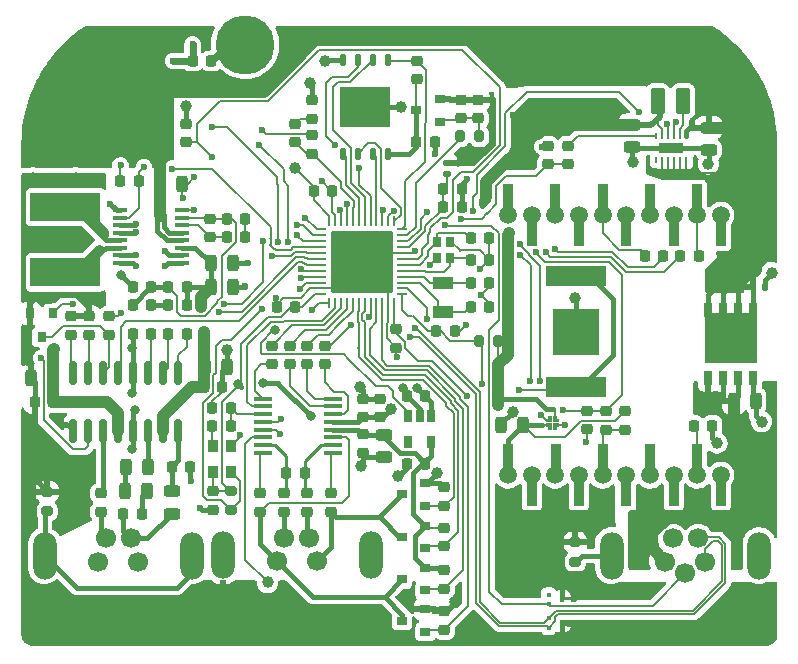
<source format=gbr>
%TF.GenerationSoftware,KiCad,Pcbnew,(6.0.0-0)*%
%TF.CreationDate,2022-01-03T00:26:04+01:00*%
%TF.ProjectId,Nestbox,4e657374-626f-4782-9e6b-696361645f70,rev?*%
%TF.SameCoordinates,Original*%
%TF.FileFunction,Copper,L1,Top*%
%TF.FilePolarity,Positive*%
%FSLAX46Y46*%
G04 Gerber Fmt 4.6, Leading zero omitted, Abs format (unit mm)*
G04 Created by KiCad (PCBNEW (6.0.0-0)) date 2022-01-03 00:26:04*
%MOMM*%
%LPD*%
G01*
G04 APERTURE LIST*
G04 Aperture macros list*
%AMRoundRect*
0 Rectangle with rounded corners*
0 $1 Rounding radius*
0 $2 $3 $4 $5 $6 $7 $8 $9 X,Y pos of 4 corners*
0 Add a 4 corners polygon primitive as box body*
4,1,4,$2,$3,$4,$5,$6,$7,$8,$9,$2,$3,0*
0 Add four circle primitives for the rounded corners*
1,1,$1+$1,$2,$3*
1,1,$1+$1,$4,$5*
1,1,$1+$1,$6,$7*
1,1,$1+$1,$8,$9*
0 Add four rect primitives between the rounded corners*
20,1,$1+$1,$2,$3,$4,$5,0*
20,1,$1+$1,$4,$5,$6,$7,0*
20,1,$1+$1,$6,$7,$8,$9,0*
20,1,$1+$1,$8,$9,$2,$3,0*%
G04 Aperture macros list end*
%TA.AperFunction,EtchedComponent*%
%ADD10C,0.010000*%
%TD*%
%TA.AperFunction,SMDPad,CuDef*%
%ADD11R,0.700000X1.200000*%
%TD*%
%TA.AperFunction,SMDPad,CuDef*%
%ADD12R,4.500000X4.290000*%
%TD*%
%TA.AperFunction,SMDPad,CuDef*%
%ADD13R,1.550000X1.600000*%
%TD*%
%TA.AperFunction,SMDPad,CuDef*%
%ADD14R,1.550000X1.200000*%
%TD*%
%TA.AperFunction,SMDPad,CuDef*%
%ADD15RoundRect,0.243750X0.243750X0.456250X-0.243750X0.456250X-0.243750X-0.456250X0.243750X-0.456250X0*%
%TD*%
%TA.AperFunction,SMDPad,CuDef*%
%ADD16RoundRect,0.218750X0.218750X0.256250X-0.218750X0.256250X-0.218750X-0.256250X0.218750X-0.256250X0*%
%TD*%
%TA.AperFunction,SMDPad,CuDef*%
%ADD17RoundRect,0.218750X-0.256250X0.218750X-0.256250X-0.218750X0.256250X-0.218750X0.256250X0.218750X0*%
%TD*%
%TA.AperFunction,SMDPad,CuDef*%
%ADD18RoundRect,0.218750X-0.218750X-0.256250X0.218750X-0.256250X0.218750X0.256250X-0.218750X0.256250X0*%
%TD*%
%TA.AperFunction,SMDPad,CuDef*%
%ADD19RoundRect,0.243750X-0.456250X0.243750X-0.456250X-0.243750X0.456250X-0.243750X0.456250X0.243750X0*%
%TD*%
%TA.AperFunction,SMDPad,CuDef*%
%ADD20RoundRect,0.243750X-0.243750X-0.456250X0.243750X-0.456250X0.243750X0.456250X-0.243750X0.456250X0*%
%TD*%
%TA.AperFunction,SMDPad,CuDef*%
%ADD21R,0.450000X0.400000*%
%TD*%
%TA.AperFunction,SMDPad,CuDef*%
%ADD22R,0.450000X0.500000*%
%TD*%
%TA.AperFunction,SMDPad,CuDef*%
%ADD23RoundRect,0.150000X0.150000X-0.825000X0.150000X0.825000X-0.150000X0.825000X-0.150000X-0.825000X0*%
%TD*%
%TA.AperFunction,ComponentPad*%
%ADD24C,5.000000*%
%TD*%
%TA.AperFunction,SMDPad,CuDef*%
%ADD25RoundRect,0.218750X0.256250X-0.218750X0.256250X0.218750X-0.256250X0.218750X-0.256250X-0.218750X0*%
%TD*%
%TA.AperFunction,SMDPad,CuDef*%
%ADD26R,0.800000X0.900000*%
%TD*%
%TA.AperFunction,ComponentPad*%
%ADD27C,1.700000*%
%TD*%
%TA.AperFunction,ComponentPad*%
%ADD28O,2.000000X4.000000*%
%TD*%
%TA.AperFunction,SMDPad,CuDef*%
%ADD29RoundRect,0.250000X0.375000X0.850000X-0.375000X0.850000X-0.375000X-0.850000X0.375000X-0.850000X0*%
%TD*%
%TA.AperFunction,SMDPad,CuDef*%
%ADD30R,0.250000X0.600000*%
%TD*%
%TA.AperFunction,ComponentPad*%
%ADD31C,0.604800*%
%TD*%
%TA.AperFunction,SMDPad,CuDef*%
%ADD32R,2.000000X0.900000*%
%TD*%
%TA.AperFunction,ComponentPad*%
%ADD33C,0.609600*%
%TD*%
%TA.AperFunction,SMDPad,CuDef*%
%ADD34R,0.650000X1.060000*%
%TD*%
%TA.AperFunction,SMDPad,CuDef*%
%ADD35RoundRect,0.243750X0.456250X-0.243750X0.456250X0.243750X-0.456250X0.243750X-0.456250X-0.243750X0*%
%TD*%
%TA.AperFunction,SMDPad,CuDef*%
%ADD36R,1.500000X0.450000*%
%TD*%
%TA.AperFunction,SMDPad,CuDef*%
%ADD37R,0.900000X0.800000*%
%TD*%
%TA.AperFunction,ComponentPad*%
%ADD38C,1.500000*%
%TD*%
%TA.AperFunction,SMDPad,CuDef*%
%ADD39R,0.200000X0.200000*%
%TD*%
%TA.AperFunction,SMDPad,CuDef*%
%ADD40R,1.200000X0.400000*%
%TD*%
%TA.AperFunction,SMDPad,CuDef*%
%ADD41R,5.900000X2.450000*%
%TD*%
%TA.AperFunction,SMDPad,CuDef*%
%ADD42RoundRect,0.062500X0.337500X0.062500X-0.337500X0.062500X-0.337500X-0.062500X0.337500X-0.062500X0*%
%TD*%
%TA.AperFunction,SMDPad,CuDef*%
%ADD43RoundRect,0.062500X0.062500X0.337500X-0.062500X0.337500X-0.062500X-0.337500X0.062500X-0.337500X0*%
%TD*%
%TA.AperFunction,SMDPad,CuDef*%
%ADD44RoundRect,0.250000X2.400000X2.400000X-2.400000X2.400000X-2.400000X-2.400000X2.400000X-2.400000X0*%
%TD*%
%TA.AperFunction,SMDPad,CuDef*%
%ADD45RoundRect,0.127000X-0.127000X0.381000X-0.127000X-0.381000X0.127000X-0.381000X0.127000X0.381000X0*%
%TD*%
%TA.AperFunction,SMDPad,CuDef*%
%ADD46R,4.300000X3.400000*%
%TD*%
%TA.AperFunction,SMDPad,CuDef*%
%ADD47R,1.800000X1.000000*%
%TD*%
%TA.AperFunction,SMDPad,CuDef*%
%ADD48RoundRect,0.147500X-0.172500X0.147500X-0.172500X-0.147500X0.172500X-0.147500X0.172500X0.147500X0*%
%TD*%
%TA.AperFunction,SMDPad,CuDef*%
%ADD49R,0.900000X2.000000*%
%TD*%
%TA.AperFunction,SMDPad,CuDef*%
%ADD50R,0.900000X1.000000*%
%TD*%
%TA.AperFunction,SMDPad,CuDef*%
%ADD51RoundRect,0.200000X-0.200000X-0.275000X0.200000X-0.275000X0.200000X0.275000X-0.200000X0.275000X0*%
%TD*%
%TA.AperFunction,SMDPad,CuDef*%
%ADD52R,5.080000X1.780000*%
%TD*%
%TA.AperFunction,SMDPad,CuDef*%
%ADD53R,3.960000X3.960000*%
%TD*%
%TA.AperFunction,SMDPad,CuDef*%
%ADD54RoundRect,0.200000X0.200000X0.275000X-0.200000X0.275000X-0.200000X-0.275000X0.200000X-0.275000X0*%
%TD*%
%TA.AperFunction,SMDPad,CuDef*%
%ADD55RoundRect,0.200000X-0.275000X0.200000X-0.275000X-0.200000X0.275000X-0.200000X0.275000X0.200000X0*%
%TD*%
%TA.AperFunction,SMDPad,CuDef*%
%ADD56RoundRect,0.200000X0.275000X-0.200000X0.275000X0.200000X-0.275000X0.200000X-0.275000X-0.200000X0*%
%TD*%
%TA.AperFunction,SMDPad,CuDef*%
%ADD57RoundRect,0.147500X-0.147500X-0.172500X0.147500X-0.172500X0.147500X0.172500X-0.147500X0.172500X0*%
%TD*%
%TA.AperFunction,SMDPad,CuDef*%
%ADD58RoundRect,0.225000X0.250000X-0.225000X0.250000X0.225000X-0.250000X0.225000X-0.250000X-0.225000X0*%
%TD*%
%TA.AperFunction,ViaPad*%
%ADD59C,1.000000*%
%TD*%
%TA.AperFunction,ViaPad*%
%ADD60C,0.600000*%
%TD*%
%TA.AperFunction,ViaPad*%
%ADD61C,0.800000*%
%TD*%
%TA.AperFunction,Conductor*%
%ADD62C,0.200000*%
%TD*%
%TA.AperFunction,Conductor*%
%ADD63C,1.500000*%
%TD*%
%TA.AperFunction,Conductor*%
%ADD64C,0.400000*%
%TD*%
%TA.AperFunction,Conductor*%
%ADD65C,0.600000*%
%TD*%
%TA.AperFunction,Conductor*%
%ADD66C,0.250000*%
%TD*%
%TA.AperFunction,Conductor*%
%ADD67C,1.000000*%
%TD*%
%TA.AperFunction,Conductor*%
%ADD68C,0.800000*%
%TD*%
%TA.AperFunction,Conductor*%
%ADD69C,0.500000*%
%TD*%
%TA.AperFunction,Conductor*%
%ADD70C,0.190000*%
%TD*%
G04 APERTURE END LIST*
D10*
X203640000Y-103592500D02*
X203640000Y-104032500D01*
X203640000Y-104032500D02*
X203870000Y-104032500D01*
X203870000Y-104032500D02*
X203870000Y-103822500D01*
X203870000Y-103822500D02*
X204080000Y-103822500D01*
X204080000Y-103822500D02*
X204080000Y-103592500D01*
X204080000Y-103592500D02*
X203640000Y-103592500D01*
G36*
X204080000Y-103822500D02*
G01*
X203870000Y-103822500D01*
X203870000Y-104032500D01*
X203640000Y-104032500D01*
X203640000Y-103592500D01*
X204080000Y-103592500D01*
X204080000Y-103822500D01*
G37*
X204080000Y-103822500D02*
X203870000Y-103822500D01*
X203870000Y-104032500D01*
X203640000Y-104032500D01*
X203640000Y-103592500D01*
X204080000Y-103592500D01*
X204080000Y-103822500D01*
X203460000Y-103592500D02*
X203460000Y-104032500D01*
X203460000Y-104032500D02*
X203230000Y-104032500D01*
X203230000Y-104032500D02*
X203230000Y-103822500D01*
X203230000Y-103822500D02*
X203020000Y-103822500D01*
X203020000Y-103822500D02*
X203020000Y-103592500D01*
X203020000Y-103592500D02*
X203460000Y-103592500D01*
G36*
X203460000Y-104032500D02*
G01*
X203230000Y-104032500D01*
X203230000Y-103822500D01*
X203020000Y-103822500D01*
X203020000Y-103592500D01*
X203460000Y-103592500D01*
X203460000Y-104032500D01*
G37*
X203460000Y-104032500D02*
X203230000Y-104032500D01*
X203230000Y-103822500D01*
X203020000Y-103822500D01*
X203020000Y-103592500D01*
X203460000Y-103592500D01*
X203460000Y-104032500D01*
X203640000Y-103412500D02*
X203640000Y-102972500D01*
X203640000Y-102972500D02*
X203870000Y-102972500D01*
X203870000Y-102972500D02*
X203870000Y-103182500D01*
X203870000Y-103182500D02*
X204080000Y-103182500D01*
X204080000Y-103182500D02*
X204080000Y-103412500D01*
X204080000Y-103412500D02*
X203640000Y-103412500D01*
G36*
X203870000Y-103182500D02*
G01*
X204080000Y-103182500D01*
X204080000Y-103412500D01*
X203640000Y-103412500D01*
X203640000Y-102972500D01*
X203870000Y-102972500D01*
X203870000Y-103182500D01*
G37*
X203870000Y-103182500D02*
X204080000Y-103182500D01*
X204080000Y-103412500D01*
X203640000Y-103412500D01*
X203640000Y-102972500D01*
X203870000Y-102972500D01*
X203870000Y-103182500D01*
X203460000Y-103412500D02*
X203460000Y-102972500D01*
X203460000Y-102972500D02*
X203230000Y-102972500D01*
X203230000Y-102972500D02*
X203230000Y-103182500D01*
X203230000Y-103182500D02*
X203020000Y-103182500D01*
X203020000Y-103182500D02*
X203020000Y-103412500D01*
X203020000Y-103412500D02*
X203460000Y-103412500D01*
G36*
X203460000Y-103412500D02*
G01*
X203020000Y-103412500D01*
X203020000Y-103182500D01*
X203230000Y-103182500D01*
X203230000Y-102972500D01*
X203460000Y-102972500D01*
X203460000Y-103412500D01*
G37*
X203460000Y-103412500D02*
X203020000Y-103412500D01*
X203020000Y-103182500D01*
X203230000Y-103182500D01*
X203230000Y-102972500D01*
X203460000Y-102972500D01*
X203460000Y-103412500D01*
D11*
X216749500Y-99785621D03*
X219299500Y-99785621D03*
X218019500Y-99785621D03*
X220569500Y-99785621D03*
D12*
X218659500Y-96385621D03*
D11*
X219299500Y-93985621D03*
D13*
X219749500Y-95635621D03*
D11*
X216749500Y-93985621D03*
D13*
X217569500Y-95635621D03*
D14*
X217569500Y-97635621D03*
X219749500Y-97635621D03*
D11*
X220569500Y-93985621D03*
X218019500Y-93985621D03*
D15*
X161319500Y-99785621D03*
X159444500Y-99785621D03*
D16*
X175607000Y-100535621D03*
X174032000Y-100535621D03*
D17*
X162819500Y-94498121D03*
X162819500Y-96073121D03*
X164319500Y-94498121D03*
X164319500Y-96073121D03*
D18*
X168032000Y-96035621D03*
X169607000Y-96035621D03*
D16*
X172607000Y-96035621D03*
X171032000Y-96035621D03*
X161319500Y-101785621D03*
X159744500Y-101785621D03*
D15*
X176007000Y-98785621D03*
X174132000Y-98785621D03*
D19*
X171319500Y-109348121D03*
X171319500Y-111223121D03*
D16*
X172894500Y-107285621D03*
X171319500Y-107285621D03*
X168819500Y-111285621D03*
X167244500Y-111285621D03*
D20*
X167382000Y-109285621D03*
X169257000Y-109285621D03*
D15*
X169319500Y-107285621D03*
X167444500Y-107285621D03*
D21*
X203244500Y-120085621D03*
X203244500Y-120885621D03*
D22*
X204394500Y-120485621D03*
D23*
X163009500Y-104260621D03*
X164279500Y-104260621D03*
X165549500Y-104260621D03*
X166819500Y-104260621D03*
X168089500Y-104260621D03*
X169359500Y-104260621D03*
X170629500Y-104260621D03*
X171899500Y-104260621D03*
X171899500Y-99310621D03*
X170629500Y-99310621D03*
X169359500Y-99310621D03*
X168089500Y-99310621D03*
X166819500Y-99310621D03*
X165549500Y-99310621D03*
X164279500Y-99310621D03*
X163009500Y-99310621D03*
D24*
X177552422Y-71526000D03*
D25*
X166033879Y-96073121D03*
X166033879Y-94498121D03*
D18*
X166994500Y-83035621D03*
X168569500Y-83035621D03*
D25*
X165319500Y-111073121D03*
X165319500Y-109498121D03*
D16*
X174687500Y-72900000D03*
X173112500Y-72900000D03*
D26*
X161269500Y-94285621D03*
X159369500Y-94285621D03*
X160319500Y-96285621D03*
D27*
X213119500Y-115285621D03*
X213744500Y-113335621D03*
X216519500Y-115285621D03*
X215894500Y-113335621D03*
X214819500Y-116285621D03*
D28*
X208569500Y-114785621D03*
X221069500Y-114785621D03*
D15*
X220797000Y-101685621D03*
X218922000Y-101685621D03*
D29*
X214644500Y-76285621D03*
X212494500Y-76285621D03*
D19*
X216809500Y-78543121D03*
X216809500Y-80418121D03*
D30*
X214869500Y-79285621D03*
X214369500Y-79285621D03*
X213869500Y-79285621D03*
X213369500Y-79285621D03*
X212869500Y-79285621D03*
X212369500Y-79285621D03*
X212369500Y-81285621D03*
X212869500Y-81285621D03*
X213369500Y-81285621D03*
X213869500Y-81285621D03*
X214369500Y-81285621D03*
X214869500Y-81285621D03*
D31*
X214369500Y-80285621D03*
D32*
X213619500Y-80285621D03*
D33*
X212869500Y-80285621D03*
D19*
X210319500Y-78348121D03*
X210319500Y-80223121D03*
D21*
X203244500Y-118085621D03*
X203244500Y-118885621D03*
D22*
X204394500Y-118485621D03*
D34*
X193269500Y-102950000D03*
X192319500Y-102950000D03*
X191369500Y-102950000D03*
X191369500Y-105150000D03*
X193269500Y-105150000D03*
D16*
X192787500Y-101300000D03*
X191212500Y-101300000D03*
X192787500Y-107000000D03*
X191212500Y-107000000D03*
D18*
X181032000Y-107785621D03*
X182607000Y-107785621D03*
D17*
X174800000Y-109312500D03*
X174800000Y-110887500D03*
D25*
X189000000Y-103073121D03*
X189000000Y-101498121D03*
D17*
X187500000Y-101498121D03*
X187500000Y-103073121D03*
D35*
X189319500Y-106473121D03*
X189319500Y-104598121D03*
D25*
X187500000Y-106073121D03*
X187500000Y-104498121D03*
D17*
X180819500Y-109498121D03*
X180819500Y-111073121D03*
X182819500Y-109498121D03*
X182819500Y-111073121D03*
X184819500Y-109498121D03*
X184819500Y-111073121D03*
X178819500Y-109498121D03*
X178819500Y-111073121D03*
D16*
X176357000Y-102285621D03*
X174782000Y-102285621D03*
D18*
X174782000Y-103785621D03*
X176357000Y-103785621D03*
D36*
X179050000Y-101510621D03*
X179050000Y-102160621D03*
X179050000Y-102810621D03*
X179050000Y-103460621D03*
X179050000Y-104110621D03*
X179050000Y-104760621D03*
X179050000Y-105410621D03*
X179050000Y-106060621D03*
X184950000Y-106060621D03*
X184950000Y-105410621D03*
X184950000Y-104760621D03*
X184950000Y-104110621D03*
X184950000Y-103460621D03*
X184950000Y-102810621D03*
X184950000Y-102160621D03*
X184950000Y-101510621D03*
D27*
X180219500Y-115235621D03*
X180844500Y-113285621D03*
X183619500Y-115235621D03*
X182994500Y-113285621D03*
D28*
X175669500Y-114735621D03*
X188169500Y-114735621D03*
D37*
X192819500Y-117735621D03*
X192819500Y-115835621D03*
X190819500Y-116785621D03*
X192819500Y-121235621D03*
X192819500Y-119335621D03*
X190819500Y-120285621D03*
X192800000Y-114150000D03*
X192800000Y-112250000D03*
X190800000Y-113200000D03*
X192800000Y-110550000D03*
X192800000Y-108650000D03*
X190800000Y-109600000D03*
D25*
X194419500Y-117573121D03*
X194419500Y-115998121D03*
D17*
X194419500Y-119498121D03*
X194419500Y-121073121D03*
D25*
X194400000Y-113987500D03*
X194400000Y-112412500D03*
D17*
X194400000Y-109012500D03*
X194400000Y-110587500D03*
D38*
X199819500Y-107971121D03*
X201819500Y-107971121D03*
X203819500Y-107971121D03*
X205819500Y-107971121D03*
X207819500Y-107971121D03*
X209819500Y-107971121D03*
X211819500Y-107971121D03*
X213819500Y-107971121D03*
X215819500Y-107971121D03*
X217819500Y-107971121D03*
X217819500Y-85971121D03*
X215819500Y-85971121D03*
X213819500Y-85971121D03*
X211819500Y-85971121D03*
X209819500Y-85971121D03*
X207819500Y-85971121D03*
X205819500Y-85971121D03*
X203819500Y-85971121D03*
X201819500Y-85971121D03*
X199819500Y-85971121D03*
D39*
X203350000Y-103702500D03*
X203750000Y-103702500D03*
X203750000Y-103302500D03*
X203350000Y-103302500D03*
D15*
X201112500Y-103725000D03*
X199237500Y-103725000D03*
D18*
X211387500Y-89450000D03*
X212962500Y-89450000D03*
D16*
X215937500Y-89450000D03*
X214362500Y-89450000D03*
D17*
X209675000Y-102537500D03*
X209675000Y-104112500D03*
D16*
X217107000Y-103785621D03*
X215532000Y-103785621D03*
D25*
X206475000Y-104087500D03*
X206475000Y-102512500D03*
D17*
X208100000Y-102537500D03*
X208100000Y-104112500D03*
D40*
X166969500Y-85563121D03*
X166969500Y-86198121D03*
X166969500Y-86833121D03*
X166969500Y-87468121D03*
X166969500Y-88103121D03*
X166969500Y-88738121D03*
X166969500Y-89373121D03*
X166969500Y-90008121D03*
X172169500Y-90008121D03*
X172169500Y-89373121D03*
X172169500Y-88738121D03*
X172169500Y-88103121D03*
X172169500Y-87468121D03*
X172169500Y-86833121D03*
X172169500Y-86198121D03*
X172169500Y-85563121D03*
D41*
X162319500Y-85260621D03*
X162319500Y-90810621D03*
D20*
X170344500Y-83285621D03*
X172219500Y-83285621D03*
D16*
X177569500Y-87785621D03*
X175994500Y-87785621D03*
D17*
X174532000Y-86248121D03*
X174532000Y-87823121D03*
D16*
X169607000Y-93535621D03*
X168032000Y-93535621D03*
D20*
X174632000Y-92035621D03*
X176507000Y-92035621D03*
X174632000Y-90035621D03*
X176507000Y-90035621D03*
D18*
X171032000Y-93535621D03*
X172607000Y-93535621D03*
D16*
X177569500Y-86285621D03*
X175994500Y-86285621D03*
D18*
X168032000Y-92035621D03*
X169607000Y-92035621D03*
D16*
X172607000Y-92035621D03*
X171032000Y-92035621D03*
D18*
X183362000Y-83900621D03*
X184937000Y-83900621D03*
D17*
X181750000Y-78212500D03*
X181750000Y-79787500D03*
D42*
X190869500Y-92670621D03*
X190869500Y-92170621D03*
X190869500Y-91670621D03*
X190869500Y-91170621D03*
X190869500Y-90670621D03*
X190869500Y-90170621D03*
X190869500Y-89670621D03*
X190869500Y-89170621D03*
X190869500Y-88670621D03*
X190869500Y-88170621D03*
X190869500Y-87670621D03*
X190869500Y-87170621D03*
D43*
X190169500Y-86470621D03*
X189669500Y-86470621D03*
X189169500Y-86470621D03*
X188669500Y-86470621D03*
X188169500Y-86470621D03*
X187669500Y-86470621D03*
X187169500Y-86470621D03*
X186669500Y-86470621D03*
X186169500Y-86470621D03*
X185669500Y-86470621D03*
X185169500Y-86470621D03*
X184669500Y-86470621D03*
D42*
X183969500Y-87170621D03*
X183969500Y-87670621D03*
X183969500Y-88170621D03*
X183969500Y-88670621D03*
X183969500Y-89170621D03*
X183969500Y-89670621D03*
X183969500Y-90170621D03*
X183969500Y-90670621D03*
X183969500Y-91170621D03*
X183969500Y-91670621D03*
X183969500Y-92170621D03*
X183969500Y-92670621D03*
D43*
X184669500Y-93370621D03*
X185169500Y-93370621D03*
X185669500Y-93370621D03*
X186169500Y-93370621D03*
X186669500Y-93370621D03*
X187169500Y-93370621D03*
X187669500Y-93370621D03*
X188169500Y-93370621D03*
X188669500Y-93370621D03*
X189169500Y-93370621D03*
X189669500Y-93370621D03*
X190169500Y-93370621D03*
D44*
X187419500Y-89920621D03*
D45*
X189624500Y-72785621D03*
X188354500Y-72785621D03*
X187084500Y-72785621D03*
X185814500Y-72785621D03*
X185814500Y-80785621D03*
X187084500Y-80785621D03*
X188354500Y-80785621D03*
X189624500Y-80785621D03*
D46*
X187719500Y-76785621D03*
D26*
X194869500Y-89620621D03*
X194869500Y-88220621D03*
X193769500Y-88220621D03*
X193769500Y-89620621D03*
D47*
X194319500Y-91670621D03*
X194319500Y-94170621D03*
D48*
X194675000Y-81540000D03*
X194675000Y-82510000D03*
D18*
X196632000Y-89720621D03*
X198207000Y-89720621D03*
X196632000Y-87920621D03*
X198207000Y-87920621D03*
D16*
X198207000Y-93720621D03*
X196632000Y-93720621D03*
X198207000Y-91720621D03*
X196632000Y-91720621D03*
X181787500Y-93750000D03*
X180212500Y-93750000D03*
D17*
X190319500Y-95598121D03*
X190319500Y-97173121D03*
D18*
X193732000Y-95785621D03*
X195307000Y-95785621D03*
D16*
X195907000Y-85285621D03*
X194332000Y-85285621D03*
X195907000Y-83785621D03*
X194332000Y-83785621D03*
X193607000Y-79785621D03*
X192032000Y-79785621D03*
D25*
X172500000Y-79787500D03*
X172500000Y-78212500D03*
X204900000Y-81650000D03*
X204900000Y-80075000D03*
D17*
X203150000Y-80075000D03*
X203150000Y-81650000D03*
D25*
X183250000Y-80787500D03*
X183250000Y-79212500D03*
X192119500Y-74473121D03*
X192119500Y-72898121D03*
D17*
X184319500Y-96998121D03*
X184319500Y-98573121D03*
D25*
X183250000Y-77787500D03*
X183250000Y-76212500D03*
D17*
X182819500Y-96998121D03*
X182819500Y-98573121D03*
X181309500Y-97008121D03*
X181309500Y-98583121D03*
X179819500Y-97008121D03*
X179819500Y-98583121D03*
D49*
X199829500Y-106365621D03*
X201829500Y-109565621D03*
X203829500Y-106365621D03*
X205829500Y-109565621D03*
X207829500Y-106365621D03*
X209829500Y-109565621D03*
X211829500Y-106365621D03*
X213829500Y-109565621D03*
X215829500Y-106365621D03*
X217829500Y-109565621D03*
X217819500Y-87575621D03*
X215819500Y-84375621D03*
X213819500Y-87575621D03*
X211819500Y-84375621D03*
X209819500Y-87575621D03*
X207819500Y-84375621D03*
X205819500Y-87575621D03*
X203819500Y-84375621D03*
X201819500Y-87575621D03*
X199819500Y-84375621D03*
D37*
X194019500Y-78035621D03*
X194019500Y-76135621D03*
X192019500Y-77085621D03*
D17*
X195819500Y-76198121D03*
X195819500Y-77773121D03*
D27*
X165119500Y-115285621D03*
X165744500Y-113335621D03*
X168519500Y-115285621D03*
X167894500Y-113335621D03*
D28*
X173069500Y-114785621D03*
X160569500Y-114785621D03*
D50*
X176344500Y-107690621D03*
X176344500Y-105540621D03*
X174794500Y-105540621D03*
X174794500Y-107690621D03*
D51*
X195725000Y-79300000D03*
X197375000Y-79300000D03*
D52*
X205575000Y-100525000D03*
X205575000Y-91125000D03*
D53*
X205575000Y-95825000D03*
D54*
X198975000Y-96600000D03*
X197325000Y-96600000D03*
D55*
X160800000Y-109375000D03*
X160800000Y-111025000D03*
D56*
X176350000Y-110925000D03*
X176350000Y-109275000D03*
D57*
X220569500Y-92035621D03*
X221539500Y-92035621D03*
D55*
X205500000Y-113675000D03*
X205500000Y-115325000D03*
D58*
X197300000Y-77775000D03*
X197300000Y-76225000D03*
D59*
X200000000Y-112000000D03*
D60*
X168325000Y-86700000D03*
D61*
X167000000Y-91000000D03*
D59*
X176050000Y-97350000D03*
X163200000Y-88000000D03*
X163200000Y-82800000D03*
D61*
X168000000Y-105750000D03*
D59*
X217500000Y-105250000D03*
D60*
X166125000Y-85000000D03*
X193172348Y-90175474D03*
X193597060Y-80780118D03*
X214063424Y-78092366D03*
X180550000Y-103250000D03*
D59*
X187375000Y-107175000D03*
X172000000Y-121000000D03*
X212000000Y-121000000D03*
D60*
X177150000Y-104600000D03*
D59*
X163000000Y-108000000D03*
D60*
X173000000Y-108500000D03*
D59*
X185000000Y-121000000D03*
X197000000Y-121000000D03*
D60*
X159500000Y-93250000D03*
X173750000Y-110750000D03*
X188070000Y-94551572D03*
D61*
X190900000Y-100600000D03*
D60*
X159750000Y-103000000D03*
D59*
X221000000Y-119000000D03*
X190500000Y-108075000D03*
X195350000Y-118750000D03*
X176000000Y-121000000D03*
D60*
X191925000Y-89000000D03*
X171450000Y-72900000D03*
D59*
X163000000Y-111000000D03*
X217000000Y-121000000D03*
X190725000Y-76825000D03*
X184325000Y-72875000D03*
D60*
X180150000Y-93000000D03*
X196250000Y-95250000D03*
X205069500Y-120535621D03*
X196370843Y-82899500D03*
X202709193Y-80154314D03*
X177575000Y-91975000D03*
X206450000Y-105125000D03*
D61*
X168250000Y-102500000D03*
D60*
X170750000Y-89000000D03*
X168325000Y-87400000D03*
D59*
X159825000Y-108125000D03*
X180000000Y-121000000D03*
X159600000Y-88000000D03*
X160000000Y-120000000D03*
D60*
X177750000Y-90000000D03*
D61*
X168000000Y-97250000D03*
D60*
X173250000Y-82750000D03*
D59*
X168000000Y-121000000D03*
X160000000Y-106000000D03*
X164000000Y-121000000D03*
X193825000Y-107800000D03*
X216758991Y-81625500D03*
D60*
X159250000Y-98500000D03*
X180500000Y-104450000D03*
D59*
X183000000Y-74750000D03*
D60*
X184062263Y-83111427D03*
X197525000Y-92700000D03*
X168350000Y-89350000D03*
D59*
X211000000Y-118000000D03*
X207000000Y-121000000D03*
D60*
X205500000Y-112500000D03*
D59*
X187250000Y-100525000D03*
X222125000Y-90825000D03*
X159600000Y-82800000D03*
D60*
X173100000Y-71500000D03*
X172250000Y-84500000D03*
D59*
X208000000Y-111000000D03*
D60*
X173250000Y-85500000D03*
X205426390Y-118435632D03*
X204625000Y-103700000D03*
X170750000Y-90250000D03*
D59*
X210425000Y-81450000D03*
D60*
X167000000Y-81750000D03*
D61*
X168000000Y-101000000D03*
D59*
X200000000Y-117000000D03*
D60*
X190400000Y-97975500D03*
X168325000Y-90300000D03*
D59*
X189000000Y-121000000D03*
X221275000Y-103450000D03*
X205500000Y-93000000D03*
X200200000Y-102600000D03*
D60*
X161000000Y-93250000D03*
X197428992Y-90524500D03*
X162350000Y-103750000D03*
D59*
X172500000Y-76750000D03*
X179450000Y-117050000D03*
D60*
X167000000Y-94250000D03*
D59*
X174075000Y-95875000D03*
X173784668Y-93715332D03*
X161350000Y-97325000D03*
D60*
X195819500Y-86260121D03*
X190119500Y-85571121D03*
X189219500Y-85485621D03*
X196841197Y-85605265D03*
X210925000Y-77250000D03*
X213275000Y-78225000D03*
X168975000Y-81900000D03*
X171350000Y-82025000D03*
X174750000Y-81000000D03*
X198500000Y-76200000D03*
D61*
X183150000Y-103000000D03*
D60*
X196350000Y-101300000D03*
D59*
X181800000Y-82000000D03*
D61*
X179050000Y-100200000D03*
D59*
X199900000Y-87500000D03*
X197947168Y-84422168D03*
D61*
X192130463Y-100618738D03*
D59*
X199000000Y-102000000D03*
X189900000Y-102400000D03*
D61*
X176950000Y-100250000D03*
D60*
X200250000Y-77500000D03*
X182256410Y-90555621D03*
X191951089Y-95548911D03*
X191500000Y-96250000D03*
X182256410Y-91285621D03*
X194459530Y-86766727D03*
X192951090Y-85726969D03*
X160300000Y-98050000D03*
X175350000Y-94150000D03*
X185119500Y-79985621D03*
X187219500Y-81985621D03*
X202175000Y-89075123D03*
X204475000Y-102425000D03*
X182653260Y-86225500D03*
X202626434Y-102919231D03*
X201697862Y-100011922D03*
X185541262Y-85484722D03*
X200800000Y-89300000D03*
X186161701Y-84980481D03*
X200850000Y-88400000D03*
X202524059Y-99998391D03*
X180299001Y-88204502D03*
X174750000Y-78500000D03*
X183200000Y-94000000D03*
X181144069Y-88269765D03*
X182225000Y-92177178D03*
X178750000Y-80000000D03*
X179000000Y-78750000D03*
X179000000Y-93900000D03*
X181916875Y-86819053D03*
X203000000Y-89100000D03*
D61*
X180050000Y-95700000D03*
D60*
X179849500Y-89425120D03*
X186500000Y-95250000D03*
X192928708Y-94763490D03*
X175800000Y-93450000D03*
X163000000Y-93500000D03*
X203800000Y-88825000D03*
X179100000Y-88150000D03*
X181965785Y-87670265D03*
X200750000Y-100750000D03*
X197575000Y-100225000D03*
D62*
X192525000Y-88825000D02*
X192525000Y-89300000D01*
X193019500Y-88330500D02*
X192525000Y-88825000D01*
X199099501Y-75099501D02*
X199099501Y-79399501D01*
X194658339Y-86167226D02*
X194137895Y-86167226D01*
X193218032Y-87429042D02*
X193019500Y-87627575D01*
X192525000Y-89300000D02*
X192154379Y-89670621D01*
X193218032Y-87087089D02*
X193218032Y-87429042D01*
X183822221Y-71949511D02*
X195949511Y-71949511D01*
X192154379Y-89670621D02*
X190869500Y-89670621D01*
X195843585Y-82300000D02*
X195119500Y-83024085D01*
X196806416Y-82300000D02*
X195843585Y-82300000D01*
X199100000Y-80006416D02*
X196806416Y-82300000D01*
X193019500Y-87627575D02*
X193019500Y-88330500D01*
X195119500Y-83024085D02*
X195119500Y-85706065D01*
X199100000Y-79400000D02*
X199100000Y-80006416D01*
X199099501Y-79399501D02*
X199100000Y-79400000D01*
X195949511Y-71949511D02*
X199099501Y-75099501D01*
X179472222Y-76299510D02*
X183822221Y-71949511D01*
X175414377Y-76299511D02*
X179472222Y-76299510D01*
X195119500Y-85706065D02*
X194658339Y-86167226D01*
X173500000Y-79750000D02*
X173500000Y-78213888D01*
X194137895Y-86167226D02*
X193218032Y-87087089D01*
X173500000Y-78213888D02*
X175414377Y-76299511D01*
D63*
X170850000Y-75250000D02*
X170344500Y-75755500D01*
X219543121Y-78543121D02*
X219543121Y-75218121D01*
X219543121Y-75218121D02*
X215225000Y-70900000D01*
X215225000Y-70900000D02*
X183387500Y-70900000D01*
X183387500Y-70900000D02*
X179037500Y-75250000D01*
X179037500Y-75250000D02*
X170850000Y-75250000D01*
D64*
X189000000Y-101498121D02*
X187500000Y-101498121D01*
D62*
X185069011Y-85879017D02*
X185169500Y-85979506D01*
D64*
X220569500Y-101458121D02*
X220797000Y-101685621D01*
D62*
X175607000Y-100535621D02*
X175607000Y-100893000D01*
X197428992Y-90498629D02*
X197428992Y-90524500D01*
X184937000Y-83900621D02*
X184937000Y-85722006D01*
D64*
X168256879Y-87468121D02*
X168325000Y-87400000D01*
X216809500Y-81574991D02*
X216758991Y-81625500D01*
X168089500Y-97339500D02*
X168000000Y-97250000D01*
X159444500Y-98694500D02*
X159250000Y-98500000D01*
D62*
X180774520Y-92975480D02*
X180212500Y-93537500D01*
X204394500Y-118485621D02*
X205376401Y-118485621D01*
D64*
X194419500Y-119498121D02*
X194601879Y-119498121D01*
D62*
X185169500Y-92170621D02*
X183969500Y-92170621D01*
D64*
X168089500Y-100910500D02*
X168000000Y-101000000D01*
X185464379Y-72785621D02*
X184414379Y-72785621D01*
X220797000Y-102972000D02*
X221275000Y-103450000D01*
D62*
X179050000Y-104110621D02*
X180160621Y-104110621D01*
X206475000Y-105100000D02*
X206450000Y-105125000D01*
X173186879Y-85563121D02*
X173250000Y-85500000D01*
D64*
X159444500Y-99785621D02*
X159444500Y-98694500D01*
X217107000Y-103785621D02*
X217107000Y-104857000D01*
X192319500Y-102950000D02*
X192319500Y-102407000D01*
X183250000Y-75000000D02*
X183000000Y-74750000D01*
X205500000Y-113675000D02*
X205500000Y-112500000D01*
X168089500Y-105660500D02*
X168000000Y-105750000D01*
D62*
X198207000Y-93382000D02*
X197525000Y-92700000D01*
X194999171Y-88220621D02*
X195701775Y-88923225D01*
X194869500Y-88220621D02*
X194999171Y-88220621D01*
D64*
X176507000Y-92035621D02*
X177514379Y-92035621D01*
X171123121Y-89373121D02*
X170750000Y-89000000D01*
X168089500Y-99310621D02*
X168089500Y-97339500D01*
X193607000Y-80770178D02*
X193597060Y-80780118D01*
X210319500Y-81344500D02*
X210425000Y-81450000D01*
D62*
X166994500Y-83035621D02*
X166994500Y-81755500D01*
D64*
X159744500Y-101785621D02*
X159744500Y-102994500D01*
X159744500Y-101785621D02*
X159744500Y-100085621D01*
D62*
X198207000Y-87920621D02*
X198207000Y-89720621D01*
D64*
X172169500Y-90008121D02*
X170991879Y-90008121D01*
X175607000Y-100535621D02*
X175607000Y-99185621D01*
D62*
X190319500Y-97173121D02*
X190319500Y-97895000D01*
X195307000Y-95785621D02*
X195714379Y-95785621D01*
D64*
X159825000Y-108400000D02*
X159825000Y-108125000D01*
D62*
X189544980Y-96398601D02*
X190319500Y-97173121D01*
D64*
X221539500Y-92035621D02*
X221539500Y-91410500D01*
X164319500Y-94498121D02*
X164319500Y-93819500D01*
X195907000Y-83785621D02*
X195907000Y-83363343D01*
X176007000Y-98785621D02*
X176007000Y-97393000D01*
D62*
X193214647Y-90175474D02*
X193172348Y-90175474D01*
X189544980Y-95164697D02*
X189544980Y-96398601D01*
D64*
X199237500Y-103725000D02*
X199237500Y-103562500D01*
D62*
X204394500Y-120485621D02*
X205019500Y-120485621D01*
X189669500Y-95040177D02*
X189544980Y-95164697D01*
X193769500Y-89620621D02*
X193214647Y-90175474D01*
D64*
X184414379Y-72785621D02*
X184325000Y-72875000D01*
X183250000Y-76212500D02*
X183250000Y-75000000D01*
X220569500Y-99785621D02*
X220569500Y-101458121D01*
X163250000Y-92750000D02*
X161500000Y-92750000D01*
X191212500Y-101300000D02*
X191212500Y-100912500D01*
D62*
X184937000Y-85722006D02*
X185069011Y-85854018D01*
X176344500Y-105540621D02*
X177150000Y-104735121D01*
X183969500Y-92170621D02*
X183079379Y-92170621D01*
D64*
X192319500Y-102407000D02*
X191212500Y-101300000D01*
X166969500Y-87468121D02*
X168256879Y-87468121D01*
D62*
X205376401Y-118485621D02*
X205426390Y-118435632D01*
D64*
X187900000Y-106473121D02*
X187500000Y-106073121D01*
X166969500Y-85563121D02*
X166688121Y-85563121D01*
D62*
X195701775Y-88923225D02*
X195753050Y-88974500D01*
D64*
X216809500Y-80418121D02*
X216809500Y-81574991D01*
X168033121Y-90008121D02*
X168325000Y-90300000D01*
X159369500Y-93380500D02*
X159500000Y-93250000D01*
D62*
X180212500Y-93062500D02*
X180150000Y-93000000D01*
D64*
X187500000Y-100775000D02*
X187250000Y-100525000D01*
X220797000Y-101685621D02*
X220797000Y-102972000D01*
D62*
X184937000Y-83900621D02*
X184851457Y-83900621D01*
D64*
X187500000Y-106073121D02*
X187500000Y-107050000D01*
D62*
X182274520Y-92975480D02*
X180774520Y-92975480D01*
X189669500Y-92170621D02*
X187419500Y-89920621D01*
D64*
X168032000Y-92032000D02*
X167000000Y-91000000D01*
D62*
X183079379Y-92170621D02*
X182274520Y-92975480D01*
D64*
X172169500Y-89373121D02*
X171123121Y-89373121D01*
D62*
X206475000Y-104087500D02*
X206475000Y-105100000D01*
X180160621Y-104110621D02*
X180500000Y-104450000D01*
D64*
X168326879Y-89373121D02*
X168350000Y-89350000D01*
D62*
X213869500Y-79285621D02*
X213874501Y-79280620D01*
D64*
X168089500Y-99310621D02*
X168089500Y-100910500D01*
X159369500Y-94285621D02*
X159369500Y-93380500D01*
D62*
X189669500Y-93370621D02*
X189669500Y-95040177D01*
D64*
X168089500Y-104260621D02*
X168089500Y-102660500D01*
X192800000Y-108650000D02*
X194037500Y-108650000D01*
X174800000Y-110887500D02*
X173887500Y-110887500D01*
D62*
X191754379Y-89170621D02*
X191925000Y-89000000D01*
D64*
X187719500Y-76785621D02*
X190685621Y-76785621D01*
D65*
X173112500Y-72900000D02*
X171450000Y-72900000D01*
D64*
X187500000Y-101498121D02*
X187500000Y-100775000D01*
X194037500Y-108650000D02*
X194400000Y-109012500D01*
D62*
X180212500Y-93537500D02*
X180212500Y-93750000D01*
D65*
X173112500Y-72900000D02*
X173112500Y-71512500D01*
D64*
X172500000Y-78212500D02*
X172500000Y-76750000D01*
X159744500Y-102994500D02*
X159750000Y-103000000D01*
D62*
X180339379Y-103460621D02*
X180550000Y-103250000D01*
X175607000Y-100893000D02*
X174700000Y-101800000D01*
D64*
X168032000Y-96035621D02*
X168032000Y-97218000D01*
D62*
X198207000Y-89720621D02*
X197428992Y-90498629D01*
X213874501Y-78281289D02*
X214063424Y-78092366D01*
X179050000Y-103460621D02*
X180339379Y-103460621D01*
X213874501Y-79280620D02*
X213874501Y-78281289D01*
X204622500Y-103702500D02*
X204625000Y-103700000D01*
X166994500Y-81755500D02*
X167000000Y-81750000D01*
D64*
X172894500Y-108394500D02*
X173000000Y-108500000D01*
X191212500Y-100912500D02*
X190900000Y-100600000D01*
D62*
X172714379Y-83285621D02*
X173250000Y-82750000D01*
X188169500Y-89170621D02*
X187419500Y-89920621D01*
D64*
X216677000Y-80285621D02*
X216809500Y-80418121D01*
X214369500Y-80285621D02*
X216677000Y-80285621D01*
X205575000Y-93075000D02*
X205500000Y-93000000D01*
X185814500Y-72785621D02*
X185464379Y-72785621D01*
X199237500Y-103562500D02*
X200200000Y-102600000D01*
X210382000Y-80285621D02*
X210319500Y-80223121D01*
X176007000Y-97393000D02*
X176050000Y-97350000D01*
D62*
X188169500Y-93370621D02*
X188169500Y-94452072D01*
X195701775Y-88923225D02*
X197409604Y-88923225D01*
D64*
X161500000Y-92750000D02*
X161000000Y-93250000D01*
D62*
X198207000Y-92018000D02*
X197525000Y-92700000D01*
D64*
X205575000Y-95825000D02*
X205575000Y-93075000D01*
X177514379Y-92035621D02*
X177575000Y-91975000D01*
X189319500Y-106473121D02*
X187900000Y-106473121D01*
D62*
X190869500Y-89170621D02*
X191754379Y-89170621D01*
D64*
X172894500Y-107285621D02*
X172894500Y-108394500D01*
X166969500Y-90008121D02*
X168033121Y-90008121D01*
X176507000Y-90035621D02*
X177714379Y-90035621D01*
D62*
X198207000Y-93720621D02*
X198207000Y-93382000D01*
X163009500Y-104260621D02*
X162860621Y-104260621D01*
D64*
X194601879Y-119498121D02*
X195350000Y-118750000D01*
X170991879Y-90008121D02*
X170750000Y-90250000D01*
X195907000Y-83363343D02*
X196370843Y-82899500D01*
D62*
X203150000Y-80075000D02*
X202788507Y-80075000D01*
X162860621Y-104260621D02*
X162350000Y-103750000D01*
D64*
X159744500Y-100085621D02*
X159444500Y-99785621D01*
X160800000Y-109375000D02*
X159825000Y-108400000D01*
X192819500Y-119335621D02*
X194257000Y-119335621D01*
D62*
X185069011Y-85854018D02*
X185069011Y-85879017D01*
D64*
X168032000Y-92035621D02*
X168032000Y-92032000D01*
X212869500Y-80285621D02*
X210382000Y-80285621D01*
X168032000Y-97218000D02*
X168000000Y-97250000D01*
X164319500Y-94498121D02*
X162819500Y-94498121D01*
X168191879Y-86833121D02*
X168325000Y-86700000D01*
X177714379Y-90035621D02*
X177750000Y-90000000D01*
D62*
X172219500Y-83285621D02*
X172219500Y-84469500D01*
X172219500Y-84469500D02*
X172250000Y-84500000D01*
D64*
X195907000Y-85285621D02*
X195907000Y-83785621D01*
D62*
X203750000Y-103702500D02*
X204622500Y-103702500D01*
D64*
X192975000Y-108650000D02*
X193825000Y-107800000D01*
X191212500Y-107000000D02*
X191212500Y-107362500D01*
X166969500Y-89373121D02*
X168326879Y-89373121D01*
D62*
X177150000Y-104735121D02*
X177150000Y-104600000D01*
D64*
X194257000Y-119335621D02*
X194419500Y-119498121D01*
X210319500Y-80223121D02*
X210319500Y-81344500D01*
X164319500Y-93819500D02*
X163250000Y-92750000D01*
D62*
X184851457Y-83900621D02*
X184062263Y-83111427D01*
D65*
X173112500Y-71512500D02*
X173100000Y-71500000D01*
D64*
X191212500Y-107362500D02*
X190500000Y-108075000D01*
D62*
X190319500Y-97895000D02*
X190400000Y-97975500D01*
D64*
X168089500Y-102660500D02*
X168250000Y-102500000D01*
X221539500Y-91410500D02*
X222125000Y-90825000D01*
D62*
X190869500Y-89170621D02*
X188169500Y-89170621D01*
X185169500Y-85979506D02*
X185169500Y-86470621D01*
X189669500Y-93370621D02*
X189669500Y-92170621D01*
D64*
X217107000Y-104857000D02*
X217500000Y-105250000D01*
X166688121Y-85563121D02*
X166125000Y-85000000D01*
D62*
X202788507Y-80075000D02*
X202709193Y-80154314D01*
D64*
X193607000Y-79785621D02*
X193607000Y-80770178D01*
X190685621Y-76785621D02*
X190725000Y-76825000D01*
D62*
X198207000Y-91720621D02*
X198207000Y-92018000D01*
X187419500Y-89920621D02*
X185169500Y-92170621D01*
D64*
X175607000Y-99185621D02*
X176007000Y-98785621D01*
D62*
X172169500Y-85563121D02*
X173186879Y-85563121D01*
X195714379Y-95785621D02*
X196250000Y-95250000D01*
X188169500Y-94452072D02*
X188070000Y-94551572D01*
D64*
X168089500Y-104260621D02*
X168089500Y-105660500D01*
D62*
X180212500Y-93750000D02*
X180212500Y-93062500D01*
X197409604Y-88923225D02*
X198207000Y-89720621D01*
X172219500Y-83285621D02*
X172714379Y-83285621D01*
D64*
X173887500Y-110887500D02*
X173750000Y-110750000D01*
X187500000Y-107050000D02*
X187375000Y-107175000D01*
X166969500Y-86833121D02*
X168191879Y-86833121D01*
D62*
X205019500Y-120485621D02*
X205069500Y-120535621D01*
D64*
X192800000Y-108650000D02*
X192975000Y-108650000D01*
X192787500Y-106975000D02*
X192725000Y-106975000D01*
X191950489Y-113099511D02*
X191950489Y-114966610D01*
X191912980Y-106125480D02*
X190675480Y-106125480D01*
X189319500Y-104598121D02*
X187600000Y-104598121D01*
X189319500Y-104769500D02*
X189319500Y-104598121D01*
X192787500Y-106800000D02*
X193269500Y-106318000D01*
D62*
X194400000Y-112412500D02*
X192962500Y-112412500D01*
D64*
X192725000Y-106975000D02*
X192575000Y-106975000D01*
X187112500Y-104110621D02*
X187500000Y-104498121D01*
X192787500Y-107000000D02*
X191912980Y-106125480D01*
D62*
X192962500Y-112412500D02*
X192800000Y-112250000D01*
D64*
X194257000Y-115835621D02*
X194419500Y-115998121D01*
X192787500Y-106800000D02*
X191800000Y-107787500D01*
X191800000Y-107787500D02*
X191800000Y-111250000D01*
X190675480Y-106125480D02*
X189319500Y-104769500D01*
X191800000Y-111250000D02*
X192800000Y-112250000D01*
X193269500Y-106318000D02*
X193269500Y-105385621D01*
X187600000Y-104598121D02*
X187500000Y-104498121D01*
X192819500Y-115835621D02*
X194257000Y-115835621D01*
X191950489Y-114966610D02*
X192819500Y-115835621D01*
X192800000Y-112250000D02*
X191950489Y-113099511D01*
X184950000Y-104110621D02*
X187112500Y-104110621D01*
D62*
X185713899Y-110336101D02*
X179556520Y-110336101D01*
D64*
X178819500Y-113835621D02*
X180219500Y-115235621D01*
X180219500Y-115235621D02*
X183269500Y-118285621D01*
X189369500Y-118285621D02*
X190869500Y-116785621D01*
X190869500Y-119785621D02*
X189369500Y-118285621D01*
X178819500Y-111073121D02*
X178819500Y-113835621D01*
D62*
X184950000Y-104760621D02*
X186074022Y-104760621D01*
X186332251Y-109717749D02*
X185713899Y-110336101D01*
X186332251Y-105018850D02*
X186332251Y-109717749D01*
X179556520Y-110336101D02*
X178819500Y-111073121D01*
X186074022Y-104760621D02*
X186332251Y-105018850D01*
D64*
X190869500Y-120285621D02*
X190869500Y-119785621D01*
X183269500Y-118285621D02*
X189369500Y-118285621D01*
X185282000Y-111535621D02*
X188935621Y-111535621D01*
D62*
X178100000Y-104760621D02*
X177550000Y-105310621D01*
D64*
X184819500Y-114035621D02*
X184819500Y-111073121D01*
X184819500Y-111073121D02*
X185282000Y-111535621D01*
X183619500Y-115235621D02*
X184819500Y-114035621D01*
X188935621Y-111535621D02*
X190685621Y-113285621D01*
D62*
X177550000Y-105310621D02*
X177550000Y-115150000D01*
D64*
X190800000Y-109600000D02*
X188864379Y-111535621D01*
X188864379Y-111535621D02*
X187800000Y-111535621D01*
D62*
X177550000Y-115150000D02*
X179450000Y-117050000D01*
X179050000Y-104760621D02*
X178100000Y-104760621D01*
D64*
X190685621Y-113285621D02*
X190819500Y-113285621D01*
X190773121Y-109573121D02*
X190800000Y-109600000D01*
D66*
X183950000Y-105410621D02*
X182607000Y-106753621D01*
X182607000Y-107785621D02*
X182607000Y-109285621D01*
X182607000Y-106753621D02*
X182607000Y-107785621D01*
X184950000Y-105410621D02*
X183950000Y-105410621D01*
X182607000Y-109285621D02*
X182819500Y-109498121D01*
X181032000Y-109285621D02*
X180819500Y-109498121D01*
X179050000Y-105410621D02*
X180050000Y-105410621D01*
X181032000Y-107785621D02*
X181032000Y-109285621D01*
X181032000Y-106392621D02*
X181032000Y-107785621D01*
X180050000Y-105410621D02*
X181032000Y-106392621D01*
D62*
X220600000Y-82425000D02*
X220800000Y-82225000D01*
X212869500Y-82244500D02*
X213069500Y-82444500D01*
D64*
X170425000Y-86050000D02*
X170175000Y-86050000D01*
D62*
X214369500Y-82419500D02*
X214375000Y-82425000D01*
D67*
X220800000Y-90325000D02*
X220800000Y-90600000D01*
D62*
X214869500Y-82469500D02*
X214869500Y-81285621D01*
D64*
X218875000Y-90600000D02*
X219175000Y-90600000D01*
D62*
X214825000Y-82425000D02*
X214869500Y-82469500D01*
D64*
X170175000Y-86050000D02*
X170075000Y-86150000D01*
D62*
X214364000Y-82425000D02*
X214825000Y-82425000D01*
D64*
X170075000Y-86150000D02*
X170075000Y-87275000D01*
X218019500Y-93985621D02*
X218019500Y-92580500D01*
X215166909Y-78543121D02*
X214894011Y-78816019D01*
X220569500Y-92035621D02*
X220569500Y-90830500D01*
D62*
X212869500Y-81285621D02*
X212869500Y-82244500D01*
X214364000Y-82425000D02*
X214369500Y-82419500D01*
X213869500Y-81285621D02*
X213869500Y-82405500D01*
D64*
X216749500Y-93985621D02*
X216749500Y-92725500D01*
D67*
X220800000Y-79800000D02*
X220800000Y-82225000D01*
D62*
X213869500Y-82405500D02*
X213850000Y-82425000D01*
D64*
X219175000Y-90600000D02*
X220525000Y-90600000D01*
X172169500Y-87468121D02*
X171143121Y-87468121D01*
X170075000Y-87275000D02*
X170903121Y-88103121D01*
D67*
X170344500Y-85969500D02*
X170425000Y-86050000D01*
D62*
X213369500Y-81285621D02*
X213369500Y-82444500D01*
X214369500Y-81285621D02*
X214369500Y-82419500D01*
D64*
X170903121Y-88103121D02*
X172169500Y-88103121D01*
X216749500Y-92725500D02*
X218875000Y-90600000D01*
X170675000Y-87000000D02*
X170675000Y-86050000D01*
X220569500Y-93985621D02*
X220569500Y-92035621D01*
D67*
X220800000Y-82225000D02*
X220800000Y-90325000D01*
X170344500Y-83285621D02*
X170344500Y-75755500D01*
D64*
X220000000Y-90600000D02*
X220800000Y-90600000D01*
D62*
X213850000Y-82425000D02*
X214364000Y-82425000D01*
D64*
X170675000Y-86050000D02*
X170425000Y-86050000D01*
X219175000Y-90600000D02*
X220000000Y-90600000D01*
X171143121Y-87468121D02*
X170675000Y-87000000D01*
D62*
X213869500Y-82405500D02*
X213408500Y-82405500D01*
X214825000Y-82425000D02*
X220600000Y-82425000D01*
D64*
X214894011Y-78816019D02*
X214894011Y-79261110D01*
X219299500Y-92100500D02*
X220800000Y-90600000D01*
D67*
X219543121Y-78543121D02*
X220800000Y-79800000D01*
D62*
X213408500Y-82405500D02*
X213369500Y-82444500D01*
D67*
X216809500Y-78543121D02*
X219543121Y-78543121D01*
D62*
X213069500Y-82444500D02*
X213369500Y-82444500D01*
D64*
X216809500Y-78543121D02*
X215166909Y-78543121D01*
X220525000Y-90600000D02*
X220800000Y-90325000D01*
X220569500Y-90830500D02*
X220800000Y-90600000D01*
X218019500Y-92580500D02*
X220000000Y-90600000D01*
X219299500Y-93985621D02*
X219299500Y-92100500D01*
D67*
X170344500Y-83285621D02*
X170344500Y-85969500D01*
D64*
X171800000Y-117525000D02*
X163308879Y-117525000D01*
X160569500Y-111255500D02*
X160569500Y-114785621D01*
X173069500Y-116255500D02*
X171800000Y-117525000D01*
X163308879Y-117525000D02*
X160569500Y-114785621D01*
X160800000Y-111025000D02*
X160569500Y-111255500D01*
X173069500Y-114785621D02*
X173069500Y-116255500D01*
D62*
X184819500Y-109498121D02*
X184819500Y-106191121D01*
X184819500Y-106191121D02*
X184950000Y-106060621D01*
D67*
X161319500Y-101785621D02*
X161319500Y-99785621D01*
X173784668Y-92882953D02*
X173784668Y-93715332D01*
D64*
X174632000Y-90035621D02*
X174632000Y-92035621D01*
D67*
X173064379Y-100535621D02*
X170629500Y-102970500D01*
X174075000Y-98728621D02*
X174132000Y-98785621D01*
X174075000Y-95875000D02*
X174075000Y-98728621D01*
D64*
X172607000Y-93535621D02*
X172607000Y-92035621D01*
D67*
X161319500Y-97355500D02*
X161350000Y-97325000D01*
X166819500Y-104260621D02*
X166819500Y-102744500D01*
X174632000Y-92035621D02*
X173784668Y-92882953D01*
X166819500Y-102744500D02*
X165860621Y-101785621D01*
X174032000Y-98885621D02*
X174032000Y-100535621D01*
X161319500Y-99785621D02*
X161319500Y-97355500D01*
D62*
X166033879Y-94498121D02*
X166751879Y-94498121D01*
D67*
X165860621Y-101785621D02*
X161319500Y-101785621D01*
X174032000Y-100535621D02*
X173064379Y-100535621D01*
D64*
X174632000Y-92035621D02*
X172607000Y-92035621D01*
X173334500Y-88738121D02*
X174632000Y-90035621D01*
X172169500Y-88738121D02*
X173334500Y-88738121D01*
D67*
X174132000Y-98785621D02*
X174032000Y-98885621D01*
D62*
X166751879Y-94498121D02*
X167000000Y-94250000D01*
D67*
X170629500Y-102970500D02*
X170629500Y-104260621D01*
D62*
X198825000Y-83455680D02*
X198825000Y-85000000D01*
X197564879Y-86260121D02*
X198025000Y-85800000D01*
X202150000Y-82650000D02*
X199630680Y-82650000D01*
X189669500Y-86021121D02*
X190119500Y-85571121D01*
X204900000Y-81650000D02*
X203150000Y-81650000D01*
X203150000Y-81650000D02*
X202150000Y-82650000D01*
X195819500Y-86260121D02*
X197564879Y-86260121D01*
X198825000Y-85000000D02*
X198002561Y-85822439D01*
X199630680Y-82650000D02*
X198825000Y-83455680D01*
X189669500Y-86470621D02*
X189669500Y-86021121D01*
X185419500Y-95285621D02*
X186669500Y-94035621D01*
X182819500Y-96998121D02*
X183732000Y-96085621D01*
X185414944Y-95285621D02*
X185419500Y-95285621D01*
X183732000Y-96085621D02*
X184614944Y-96085621D01*
X184614944Y-96085621D02*
X185414944Y-95285621D01*
X186669500Y-94035621D02*
X186669500Y-93370621D01*
X182632000Y-95685621D02*
X181309500Y-97008121D01*
X184396458Y-95685621D02*
X182632000Y-95685621D01*
X186169500Y-93912579D02*
X184396458Y-95685621D01*
X186169500Y-93370621D02*
X186169500Y-93912579D01*
X185669500Y-93370621D02*
X185669500Y-93847587D01*
X184230975Y-95286110D02*
X181541511Y-95286110D01*
X181541511Y-95286110D02*
X179819500Y-97008121D01*
X185669500Y-93847587D02*
X184230975Y-95286110D01*
X197150489Y-82520919D02*
X197150489Y-84088181D01*
X213369500Y-79285621D02*
X213369500Y-78319500D01*
X197150489Y-84088181D02*
X196841197Y-84397473D01*
X199550000Y-80121408D02*
X197150489Y-82520919D01*
X199550000Y-77352176D02*
X199550000Y-80121408D01*
X201402176Y-75500000D02*
X199550000Y-77352176D01*
X189169500Y-85535621D02*
X189219500Y-85485621D01*
X189169500Y-86470621D02*
X189169500Y-85535621D01*
X196841197Y-84397473D02*
X196841197Y-85605265D01*
X210925000Y-77250000D02*
X209175000Y-75500000D01*
X213369500Y-78319500D02*
X213275000Y-78225000D01*
X209175000Y-75500000D02*
X201402176Y-75500000D01*
X179700499Y-86951677D02*
X174773822Y-82025000D01*
X179651768Y-88497823D02*
X179651768Y-88446056D01*
X179699501Y-87901677D02*
X179684962Y-87887138D01*
X168569500Y-85362143D02*
X168569500Y-83035621D01*
X179699501Y-88398323D02*
X179699501Y-87901677D01*
X168569500Y-82305500D02*
X168975000Y-81900000D01*
X166969500Y-86198121D02*
X167733522Y-86198121D01*
X181392392Y-88869266D02*
X180141470Y-88869266D01*
X167733522Y-86198121D02*
X168569500Y-85362143D01*
X181612157Y-88649501D02*
X181392392Y-88869266D01*
X183969500Y-88670621D02*
X183948380Y-88649501D01*
X174773822Y-82025000D02*
X171350000Y-82025000D01*
X180141470Y-88869266D02*
X180097823Y-88825619D01*
X179651768Y-88446056D02*
X179699501Y-88398323D01*
X180097823Y-88825619D02*
X179979564Y-88825619D01*
X179684962Y-87880808D02*
X179700499Y-87865271D01*
X179979564Y-88825619D02*
X179651768Y-88497823D01*
X168569500Y-83035621D02*
X168569500Y-82305500D01*
X179684962Y-87887138D02*
X179684962Y-87880808D01*
X179700499Y-87865271D02*
X179700499Y-86951677D01*
X183948380Y-88649501D02*
X181612157Y-88649501D01*
X180848839Y-94886599D02*
X180735438Y-95000000D01*
X184065491Y-94886599D02*
X180848839Y-94886599D01*
X178094500Y-102160621D02*
X179050000Y-102160621D01*
X177719500Y-96980500D02*
X177719500Y-101785621D01*
X185169500Y-93782594D02*
X184065491Y-94886599D01*
X177719500Y-101785621D02*
X178094500Y-102160621D01*
X185169500Y-93370621D02*
X185169500Y-93782594D01*
X179700000Y-95000000D02*
X177719500Y-96980500D01*
X180735438Y-95000000D02*
X179700000Y-95000000D01*
D68*
X165600000Y-87400000D02*
X165600000Y-87600000D01*
D64*
X162957500Y-85260621D02*
X162319500Y-85260621D01*
D68*
X163460621Y-85260621D02*
X165600000Y-87400000D01*
D64*
X165800000Y-88103121D02*
X162957500Y-85260621D01*
D68*
X162319500Y-85260621D02*
X163460621Y-85260621D01*
D64*
X166969500Y-88103121D02*
X165800000Y-88103121D01*
D62*
X178819500Y-109498121D02*
X178819500Y-106291121D01*
X178819500Y-106291121D02*
X179050000Y-106060621D01*
D64*
X165761879Y-88738121D02*
X166969500Y-88738121D01*
D68*
X163189379Y-90810621D02*
X165200000Y-88800000D01*
D64*
X162319500Y-90810621D02*
X163689379Y-90810621D01*
D68*
X162319500Y-90810621D02*
X163189379Y-90810621D01*
D64*
X163689379Y-90810621D02*
X165550000Y-88950000D01*
X165550000Y-88950000D02*
X165761879Y-88738121D01*
D62*
X174750000Y-81000000D02*
X173500000Y-79750000D01*
X172537500Y-79750000D02*
X172500000Y-79787500D01*
X173500000Y-79750000D02*
X172537500Y-79750000D01*
D64*
X199000000Y-101500000D02*
X202189245Y-101500000D01*
D62*
X212494500Y-76285621D02*
X212494500Y-78317324D01*
D64*
X196860000Y-81540000D02*
X198500000Y-79900000D01*
D67*
X199000000Y-98600000D02*
X199800499Y-97799501D01*
D62*
X177200000Y-96850000D02*
X179450000Y-94600000D01*
X174744500Y-107740621D02*
X174794500Y-107690621D01*
D64*
X187500000Y-103073121D02*
X189000000Y-103073121D01*
D62*
X184669500Y-86019500D02*
X183362000Y-84712000D01*
X190319500Y-95965177D02*
X191094020Y-96739697D01*
D67*
X199800499Y-97799501D02*
X199800499Y-87599501D01*
D64*
X203039245Y-102350000D02*
X203650000Y-102350000D01*
D69*
X210319500Y-78348121D02*
X211951879Y-78348121D01*
D62*
X190169500Y-93370621D02*
X190169500Y-95448121D01*
X193350000Y-98300000D02*
X196350000Y-101300000D01*
X174837500Y-109275000D02*
X174800000Y-109312500D01*
X180570444Y-94600000D02*
X181420444Y-93750000D01*
D67*
X202050000Y-79100000D02*
X202350000Y-79100000D01*
D64*
X193269500Y-102950000D02*
X193269500Y-101782000D01*
X176950000Y-100300000D02*
X177200000Y-100550000D01*
D62*
X191094020Y-96739697D02*
X191094020Y-96819020D01*
D69*
X212650000Y-77650000D02*
X212650000Y-76441121D01*
D67*
X197947168Y-84422168D02*
X197965332Y-84404004D01*
D64*
X180300000Y-100150000D02*
X179100000Y-100150000D01*
D62*
X179450000Y-94600000D02*
X180570444Y-94600000D01*
X183362000Y-83562000D02*
X181800000Y-82000000D01*
X203750000Y-102450000D02*
X203650000Y-102350000D01*
X175594989Y-108644989D02*
X176225000Y-109275000D01*
X181787500Y-93750000D02*
X181550000Y-93750000D01*
X191094020Y-96819020D02*
X191094020Y-97194020D01*
D64*
X183150000Y-103000000D02*
X180450000Y-100300000D01*
D67*
X203101879Y-78348121D02*
X202350000Y-79100000D01*
D64*
X198498121Y-76198121D02*
X198500000Y-76200000D01*
D62*
X193025000Y-98300000D02*
X193350000Y-98300000D01*
D67*
X199000000Y-102000000D02*
X199000000Y-101500000D01*
D64*
X187112500Y-103460621D02*
X187500000Y-103073121D01*
X202350000Y-79100000D02*
X200750000Y-77500000D01*
D62*
X177200000Y-100550000D02*
X177200000Y-96850000D01*
X203750000Y-103302500D02*
X203750000Y-102450000D01*
X183429379Y-92670621D02*
X182350000Y-93750000D01*
X192200000Y-98300000D02*
X193025000Y-98300000D01*
D64*
X184950000Y-103460621D02*
X187112500Y-103460621D01*
X193269500Y-101782000D02*
X192787500Y-101300000D01*
D62*
X191094020Y-97194020D02*
X192200000Y-98300000D01*
X174794500Y-107690621D02*
X174794500Y-109307000D01*
D67*
X197965332Y-83184668D02*
X202050000Y-79100000D01*
D62*
X176950000Y-100400565D02*
X175594989Y-101755576D01*
D64*
X179100000Y-100150000D02*
X179050000Y-100200000D01*
X202189245Y-101500000D02*
X203039245Y-102350000D01*
X200750000Y-77500000D02*
X200250000Y-77500000D01*
D69*
X212650000Y-76441121D02*
X212494500Y-76285621D01*
D62*
X183362000Y-83900621D02*
X183362000Y-83562000D01*
D67*
X199000000Y-101500000D02*
X199000000Y-98600000D01*
D64*
X180450000Y-100300000D02*
X180300000Y-100150000D01*
D62*
X212494500Y-78317324D02*
X212869500Y-78692324D01*
X176225000Y-109275000D02*
X176350000Y-109275000D01*
D64*
X192787500Y-101300000D02*
X192787500Y-101275775D01*
D62*
X174794500Y-109307000D02*
X174800000Y-109312500D01*
D64*
X189000000Y-103073121D02*
X189226879Y-103073121D01*
X176950000Y-100250000D02*
X176950000Y-100300000D01*
X198500000Y-79900000D02*
X198500000Y-76200000D01*
D62*
X190319500Y-95598121D02*
X190319500Y-95965177D01*
X176350000Y-109275000D02*
X174837500Y-109275000D01*
D64*
X195757000Y-76135621D02*
X195819500Y-76198121D01*
X195819500Y-76198121D02*
X198498121Y-76198121D01*
D62*
X184669500Y-86470621D02*
X184669500Y-86019500D01*
D70*
X198975000Y-96600000D02*
X198975000Y-98575000D01*
D62*
X183362000Y-84712000D02*
X183362000Y-83900621D01*
X175594989Y-101755576D02*
X175594989Y-108644989D01*
X181550000Y-93750000D02*
X181420444Y-93750000D01*
D64*
X192787500Y-101275775D02*
X192130463Y-100618738D01*
D70*
X198975000Y-98575000D02*
X199000000Y-98600000D01*
D62*
X181787500Y-93750000D02*
X181420444Y-93750000D01*
D64*
X194675000Y-81540000D02*
X196860000Y-81540000D01*
D62*
X212869500Y-78692324D02*
X212869500Y-79285621D01*
X182350000Y-93750000D02*
X181787500Y-93750000D01*
X176950000Y-100250000D02*
X176950000Y-100400565D01*
D67*
X199800499Y-87599501D02*
X199900000Y-87500000D01*
D64*
X194019500Y-76135621D02*
X195757000Y-76135621D01*
D62*
X183969500Y-92670621D02*
X183429379Y-92670621D01*
D64*
X189226879Y-103073121D02*
X189900000Y-102400000D01*
D69*
X211951879Y-78348121D02*
X212650000Y-77650000D01*
D67*
X210319500Y-78348121D02*
X203101879Y-78348121D01*
X197965332Y-84404004D02*
X197965332Y-83184668D01*
D62*
X190169500Y-95448121D02*
X190319500Y-95598121D01*
X209675000Y-102537500D02*
X208862500Y-103350000D01*
X202110851Y-104723351D02*
X201112500Y-103725000D01*
X208862500Y-103350000D02*
X205975000Y-103350000D01*
D64*
X201112500Y-103725000D02*
X202275000Y-103725000D01*
X199829500Y-106365621D02*
X199829500Y-105008000D01*
D62*
X204601649Y-104723351D02*
X202110851Y-104723351D01*
D64*
X199829500Y-105008000D02*
X201112500Y-103725000D01*
D62*
X203350000Y-103702500D02*
X202747500Y-103702500D01*
D64*
X202275000Y-103725000D02*
X202725000Y-103725000D01*
D62*
X205975000Y-103350000D02*
X204601649Y-104723351D01*
X202747500Y-103702500D02*
X202725000Y-103725000D01*
D64*
X167894500Y-113335621D02*
X167244500Y-112685621D01*
X169207000Y-113335621D02*
X171319500Y-111223121D01*
X167244500Y-112685621D02*
X167244500Y-111285621D01*
X167894500Y-113335621D02*
X169207000Y-113335621D01*
D70*
X217919500Y-113909193D02*
X217919500Y-116973487D01*
X217595439Y-113585132D02*
X217919500Y-113909193D01*
X202879632Y-120450489D02*
X199162623Y-120450489D01*
X197400000Y-118687866D02*
X197400000Y-100937866D01*
X183969500Y-90670621D02*
X182371410Y-90670621D01*
X217192877Y-113585132D02*
X217595439Y-113585132D01*
X217919500Y-116973487D02*
X215442987Y-119450000D01*
X197400000Y-100937866D02*
X192011045Y-95548911D01*
X182371410Y-90670621D02*
X182256410Y-90555621D01*
X203880121Y-119450000D02*
X203244500Y-120085621D01*
X216519500Y-115285621D02*
X216519500Y-114258509D01*
X192011045Y-95548911D02*
X191951089Y-95548911D01*
X203244500Y-120085621D02*
X202879632Y-120450489D01*
X215442987Y-119450000D02*
X203880121Y-119450000D01*
X216519500Y-114258509D02*
X217192877Y-113585132D01*
X199162623Y-120450489D02*
X197400000Y-118687866D01*
X203800000Y-120016099D02*
X203800000Y-120364143D01*
X203108879Y-120750000D02*
X199037866Y-120750000D01*
X217700000Y-113250000D02*
X218219500Y-113769500D01*
X218219500Y-117097755D02*
X215567255Y-119750000D01*
X215980121Y-113250000D02*
X217700000Y-113250000D01*
X197100000Y-118812134D02*
X197100000Y-101062134D01*
X197100000Y-101062134D02*
X192287866Y-96250000D01*
X218219500Y-113769500D02*
X218219500Y-117097755D01*
X215567255Y-119750000D02*
X204066099Y-119750000D01*
X203800000Y-120364143D02*
X203278522Y-120885621D01*
X182371410Y-91170621D02*
X182256410Y-91285621D01*
X203244500Y-120885621D02*
X203108879Y-120750000D01*
X199037866Y-120750000D02*
X197100000Y-118812134D01*
X183969500Y-91170621D02*
X182371410Y-91170621D01*
X204066099Y-119750000D02*
X203800000Y-120016099D01*
X215894500Y-113335621D02*
X215980121Y-113250000D01*
X203278522Y-120885621D02*
X203244500Y-120885621D01*
X192287866Y-96250000D02*
X191500000Y-96250000D01*
D62*
X199260478Y-118885621D02*
X198200489Y-117825632D01*
X198200489Y-95649511D02*
X199000988Y-94849012D01*
X203244500Y-118885621D02*
X199260478Y-118885621D01*
X199000988Y-94849012D02*
X199000988Y-87506665D01*
X194552424Y-86859621D02*
X194459530Y-86766727D01*
X198200489Y-117825632D02*
X198200489Y-95649511D01*
X198353944Y-86859621D02*
X194552424Y-86859621D01*
X191381962Y-88070132D02*
X191446955Y-88070132D01*
X191446955Y-88070132D02*
X192419010Y-87098078D01*
X190869500Y-88170621D02*
X191281473Y-88170621D01*
X191281473Y-88170621D02*
X191381962Y-88070132D01*
X192419010Y-87098078D02*
X192419010Y-86259049D01*
X199000988Y-87506665D02*
X198353944Y-86859621D01*
X192419010Y-86259049D02*
X192951090Y-85726969D01*
X203244500Y-118885621D02*
X203394011Y-119035132D01*
X203394011Y-119035132D02*
X212069989Y-119035132D01*
X212069989Y-119035132D02*
X214819500Y-116285621D01*
D67*
X220600000Y-105000000D02*
X218922000Y-103322000D01*
D64*
X219299500Y-101308121D02*
X218922000Y-101685621D01*
X218085621Y-101685621D02*
X218922000Y-101685621D01*
X218019500Y-99785621D02*
X218019500Y-101619500D01*
D67*
X218922000Y-103322000D02*
X218922000Y-101685621D01*
X213488780Y-111400000D02*
X218844143Y-111400000D01*
D64*
X216749500Y-101549500D02*
X216885621Y-101685621D01*
D67*
X220600000Y-109644143D02*
X220600000Y-105000000D01*
D64*
X219299500Y-99785621D02*
X219299500Y-101308121D01*
X218019500Y-101619500D02*
X218085621Y-101685621D01*
D67*
X212000000Y-114166121D02*
X212000000Y-112888780D01*
D64*
X216885621Y-101685621D02*
X218085621Y-101685621D01*
D67*
X212000000Y-112888780D02*
X213488780Y-111400000D01*
X218844143Y-111400000D02*
X220600000Y-109644143D01*
X213119500Y-115285621D02*
X212000000Y-114166121D01*
D64*
X216749500Y-99785621D02*
X216749500Y-101549500D01*
X165319500Y-112910621D02*
X165744500Y-113335621D01*
X165319500Y-111073121D02*
X165319500Y-112910621D01*
D62*
X166033879Y-96073121D02*
X165296859Y-95336101D01*
X165296859Y-95336101D02*
X162163899Y-95336101D01*
X161214379Y-96285621D02*
X160319500Y-96285621D01*
X166033879Y-96073121D02*
X166033879Y-98826242D01*
X166033879Y-98826242D02*
X165549500Y-99310621D01*
X162163899Y-95336101D02*
X161214379Y-96285621D01*
X167000000Y-98789404D02*
X166819500Y-98969904D01*
X177009172Y-94947466D02*
X167452534Y-94947466D01*
X182439653Y-89969641D02*
X182369032Y-89899021D01*
X182569642Y-89969642D02*
X182439653Y-89969641D01*
X183969500Y-90170621D02*
X182770621Y-90170621D01*
X182057617Y-89899021D02*
X177009172Y-94947466D01*
X182770621Y-90170621D02*
X182569642Y-89969642D01*
X167452534Y-94947466D02*
X167000000Y-95400000D01*
X166819500Y-98969904D02*
X166819500Y-99310621D01*
X182369032Y-89899021D02*
X182057617Y-89899021D01*
X167000000Y-95400000D02*
X167000000Y-98789404D01*
X182534516Y-89499510D02*
X181892135Y-89499510D01*
X162938162Y-105800000D02*
X160481520Y-103343358D01*
X177241645Y-94150000D02*
X175350000Y-94150000D01*
X182605137Y-89570131D02*
X182534516Y-89499510D01*
X160481520Y-98231520D02*
X160300000Y-98050000D01*
X164279500Y-104260621D02*
X164279500Y-105520500D01*
X182870621Y-89670621D02*
X182770132Y-89570132D01*
X181892135Y-89499510D02*
X177241645Y-94150000D01*
X164000000Y-105800000D02*
X162938162Y-105800000D01*
X160481520Y-103343358D02*
X160481520Y-98231520D01*
X164279500Y-105520500D02*
X164000000Y-105800000D01*
X183969500Y-89670621D02*
X182870621Y-89670621D01*
X182770132Y-89570132D02*
X182605137Y-89570131D01*
X191119500Y-83085621D02*
X191119500Y-86920621D01*
X191119500Y-86920621D02*
X190869500Y-87170621D01*
X189624500Y-72785621D02*
X189737000Y-72898121D01*
X192132000Y-72898121D02*
X192894020Y-73660141D01*
X192119500Y-72898121D02*
X192132000Y-72898121D01*
X189737000Y-72898121D02*
X192119500Y-72898121D01*
X192894020Y-78111101D02*
X192769020Y-78236101D01*
X192894020Y-73660141D02*
X192894020Y-78111101D01*
X192769020Y-78236101D02*
X192769020Y-81436101D01*
X192769020Y-81436101D02*
X191119500Y-83085621D01*
X187084500Y-80785621D02*
X187984500Y-79885621D01*
X188565690Y-79885621D02*
X189070980Y-80390911D01*
X189070980Y-80390911D02*
X189070980Y-83674777D01*
X189070980Y-83674777D02*
X190719001Y-85322798D01*
X190719001Y-85322798D02*
X190719001Y-85921120D01*
X187984500Y-79885621D02*
X188565690Y-79885621D01*
X190719001Y-85921120D02*
X190169500Y-86470621D01*
X186073531Y-83439652D02*
X187174510Y-84540631D01*
X187199510Y-85309516D02*
X187199510Y-85815484D01*
X187174510Y-86465611D02*
X187169500Y-86470621D01*
X186073531Y-81044652D02*
X186073531Y-83439652D01*
X187174510Y-85840484D02*
X187174510Y-86465611D01*
X187174510Y-84540631D02*
X187174510Y-85284516D01*
X185814500Y-80785621D02*
X186073531Y-81044652D01*
X187174510Y-85284516D02*
X187199510Y-85309516D01*
X187199510Y-85815484D02*
X187174510Y-85840484D01*
X185019500Y-78785621D02*
X185019500Y-75085621D01*
X186454989Y-74685132D02*
X188354500Y-72785621D01*
X187669500Y-84400615D02*
X186519500Y-83250615D01*
X186519500Y-83250615D02*
X186519500Y-80285621D01*
X187669500Y-86470621D02*
X187669500Y-84400615D01*
X186519500Y-80285621D02*
X185019500Y-78785621D01*
X185019500Y-75085621D02*
X185419989Y-74685132D01*
X185419989Y-74685132D02*
X186454989Y-74685132D01*
X187084500Y-72785621D02*
X187084500Y-73420621D01*
X184419500Y-79285621D02*
X185119500Y-79985621D01*
X188169500Y-84335621D02*
X188169500Y-84785621D01*
X184919500Y-74285621D02*
X184419500Y-74785621D01*
X184419500Y-74785621D02*
X184419500Y-79285621D01*
X187219500Y-83385621D02*
X188169500Y-84335621D01*
X188169500Y-86470621D02*
X188169500Y-84335621D01*
X187084500Y-73420621D02*
X186219500Y-74285621D01*
X186219500Y-74285621D02*
X184919500Y-74285621D01*
X187219500Y-81985621D02*
X187219500Y-83385621D01*
X188619999Y-86421120D02*
X188669500Y-86470621D01*
X188619999Y-81051120D02*
X188619999Y-86421120D01*
X188354500Y-80785621D02*
X188619999Y-81051120D01*
X202924511Y-89924511D02*
X202175000Y-89175000D01*
X206475000Y-102512500D02*
X204562500Y-102512500D01*
X204562500Y-102512500D02*
X204475000Y-102425000D01*
X183598381Y-87170621D02*
X182653260Y-86225500D01*
X209450000Y-101187500D02*
X209450000Y-91004988D01*
X202175000Y-89175000D02*
X202175000Y-89075123D01*
X203009703Y-103302500D02*
X202626434Y-102919231D01*
X183969500Y-87170621D02*
X183598381Y-87170621D01*
X208100000Y-102537500D02*
X209450000Y-101187500D01*
X203350000Y-103302500D02*
X203009703Y-103302500D01*
X209450000Y-91004988D02*
X208369523Y-89924511D01*
X208369523Y-89924511D02*
X202924511Y-89924511D01*
X208100000Y-102537500D02*
X206500000Y-102537500D01*
X206500000Y-102537500D02*
X206475000Y-102512500D01*
X201725000Y-90177176D02*
X201725000Y-99984784D01*
X185669500Y-86470621D02*
X185669500Y-85612960D01*
X185669500Y-85612960D02*
X185541262Y-85484722D01*
X200800000Y-89300000D02*
X200847824Y-89300000D01*
X201725000Y-99984784D02*
X201697862Y-100011922D01*
X200847824Y-89300000D02*
X201725000Y-90177176D01*
X201575499Y-89323446D02*
X201575499Y-89225499D01*
X201575499Y-89225499D02*
X200850000Y-88500000D01*
X186169500Y-86470621D02*
X186169500Y-84988280D01*
X200850000Y-88500000D02*
X200850000Y-88400000D01*
X202524059Y-90272006D02*
X201575499Y-89323446D01*
X186169500Y-84988280D02*
X186161701Y-84980481D01*
X202524059Y-99998391D02*
X202524059Y-90272006D01*
X179050000Y-102810621D02*
X176882000Y-102810621D01*
X176357000Y-103785621D02*
X176357000Y-102285621D01*
X176882000Y-102810621D02*
X176357000Y-102285621D01*
X215829500Y-104083121D02*
X215532000Y-103785621D01*
X215829500Y-106365621D02*
X215829500Y-104083121D01*
X209675000Y-104112500D02*
X208100000Y-104112500D01*
X208100000Y-104112500D02*
X207829500Y-104383000D01*
X207829500Y-104383000D02*
X207829500Y-106365621D01*
X211762500Y-89550000D02*
X211087989Y-88875489D01*
X207819500Y-87454506D02*
X207819500Y-85971121D01*
X211087989Y-88875489D02*
X209240483Y-88875489D01*
X209240483Y-88875489D02*
X207819500Y-87454506D01*
X215937500Y-89450000D02*
X215819500Y-89332000D01*
X215819500Y-89332000D02*
X215819500Y-85971121D01*
D64*
X180819500Y-111073121D02*
X180819500Y-113260621D01*
X180819500Y-113260621D02*
X180844500Y-113285621D01*
X182819500Y-113110621D02*
X182994500Y-113285621D01*
X182819500Y-111073121D02*
X182819500Y-113110621D01*
D62*
X180250000Y-83350000D02*
X180250000Y-82750000D01*
X180299001Y-88204502D02*
X180299001Y-83399001D01*
X184669500Y-93370621D02*
X183829379Y-93370621D01*
X180250000Y-82750000D02*
X176000000Y-78500000D01*
X176000000Y-78500000D02*
X174750000Y-78500000D01*
X180299001Y-83399001D02*
X180250000Y-83350000D01*
X183829379Y-93370621D02*
X183200000Y-94000000D01*
X181200000Y-83475000D02*
X181200000Y-88213834D01*
X180800000Y-82050000D02*
X180800000Y-83075000D01*
X178750000Y-80000000D02*
X180800000Y-82050000D01*
X183969500Y-91670621D02*
X182731557Y-91670621D01*
X181200000Y-88213834D02*
X181144069Y-88269765D01*
X182731557Y-91670621D02*
X182225000Y-92177178D01*
X180800000Y-83075000D02*
X181200000Y-83475000D01*
X183087980Y-79050480D02*
X179300480Y-79050480D01*
X183250000Y-79212500D02*
X183087980Y-79050480D01*
X179300480Y-79050480D02*
X179000000Y-78750000D01*
X177569500Y-86285621D02*
X177569500Y-87785621D01*
X191281473Y-87670621D02*
X192019500Y-86932594D01*
X190869500Y-87670621D02*
X191281473Y-87670621D01*
X195725000Y-79500000D02*
X195725000Y-79300000D01*
X192019500Y-86932594D02*
X192019500Y-83205500D01*
X192019500Y-83205500D02*
X195725000Y-79500000D01*
X175100000Y-99285920D02*
X175100000Y-97050000D01*
X176350000Y-96550000D02*
X179000000Y-93900000D01*
X177124520Y-108470641D02*
X177124520Y-110150480D01*
X175525000Y-110100000D02*
X174350000Y-110100000D01*
X175100000Y-97050000D02*
X175600000Y-96550000D01*
X208485006Y-89475000D02*
X209784037Y-90774031D01*
X176350000Y-110925000D02*
X176350000Y-110700000D01*
X182419053Y-86819053D02*
X181916875Y-86819053D01*
X177124520Y-110150480D02*
X176350000Y-110925000D01*
X175600000Y-96550000D02*
X176350000Y-96550000D01*
X174000000Y-109750000D02*
X174000000Y-101859677D01*
X183969500Y-87670621D02*
X183270621Y-87670621D01*
X203000000Y-89100000D02*
X203375000Y-89475000D01*
X174850000Y-99535920D02*
X175100000Y-99285920D01*
X209784037Y-90774031D02*
X212975969Y-90774031D01*
X176344500Y-107690621D02*
X177124520Y-108470641D01*
X174350000Y-110100000D02*
X174000000Y-109750000D01*
X183270621Y-87670621D02*
X182419053Y-86819053D01*
X203375000Y-89475000D02*
X208485006Y-89475000D01*
X212975969Y-90774031D02*
X214175000Y-89575000D01*
X174850000Y-101009677D02*
X174850000Y-99535920D01*
X176350000Y-110925000D02*
X175525000Y-110100000D01*
X174000000Y-101859677D02*
X174850000Y-101009677D01*
X188600000Y-100400000D02*
X186300000Y-98100000D01*
X178850000Y-97650000D02*
X178850000Y-96769677D01*
X181756520Y-89070132D02*
X181401532Y-89425120D01*
X189650000Y-100400000D02*
X188750000Y-100400000D01*
X178945141Y-97745141D02*
X178850000Y-97650000D01*
X190150000Y-101445444D02*
X190100000Y-101395444D01*
X190100000Y-100850000D02*
X189650000Y-100400000D01*
X182670132Y-89070132D02*
X181756520Y-89070132D01*
X179919677Y-95700000D02*
X180050000Y-95700000D01*
X183969500Y-89170621D02*
X182770621Y-89170621D01*
X186300000Y-98100000D02*
X185945141Y-97745141D01*
X181401532Y-89425120D02*
X179849500Y-89425120D01*
X191369500Y-102950000D02*
X191369500Y-102664944D01*
X182770621Y-89170621D02*
X182670132Y-89070132D01*
X191369500Y-102664944D02*
X190150000Y-101445444D01*
X190100000Y-101395444D02*
X190100000Y-100850000D01*
X188750000Y-100400000D02*
X188600000Y-100400000D01*
X178850000Y-96769677D02*
X179919677Y-95700000D01*
X185945141Y-97745141D02*
X178945141Y-97745141D01*
X186669500Y-86470621D02*
X186669500Y-85320506D01*
X186669500Y-85320506D02*
X186761202Y-85228804D01*
X186761202Y-85228804D02*
X186761202Y-84732158D01*
X183250000Y-80787500D02*
X182750000Y-80787500D01*
X183287500Y-80787500D02*
X183250000Y-80787500D01*
X185674020Y-83174020D02*
X183287500Y-80787500D01*
X185674020Y-83644976D02*
X185674020Y-83174020D01*
X182750000Y-80787500D02*
X181750000Y-79787500D01*
X186761202Y-84732158D02*
X185674020Y-83644976D01*
X175994500Y-87785621D02*
X174569500Y-87785621D01*
X173542000Y-86833121D02*
X174532000Y-87823121D01*
X172169500Y-86833121D02*
X173542000Y-86833121D01*
X174569500Y-87785621D02*
X174532000Y-87823121D01*
X174115837Y-94514843D02*
X172089843Y-94514843D01*
X176750000Y-88238065D02*
X175551677Y-89436388D01*
X175994500Y-86285621D02*
X174569500Y-86285621D01*
D64*
X169532000Y-92035621D02*
X168032000Y-93535621D01*
D62*
X175200499Y-93430181D02*
X174115837Y-94514843D01*
X174482000Y-86198121D02*
X174532000Y-86248121D01*
X176410621Y-86285621D02*
X176750000Y-86625000D01*
X171769020Y-94194020D02*
X171769020Y-92772641D01*
X176750000Y-86625000D02*
X176750000Y-88238065D01*
X171769020Y-92772641D02*
X171032000Y-92035621D01*
X175551677Y-92850499D02*
X175200499Y-93201677D01*
X172089843Y-94514843D02*
X171769020Y-94194020D01*
X175200499Y-93201677D02*
X175200499Y-93430181D01*
X175551677Y-89436388D02*
X175551677Y-92850499D01*
X175994500Y-86285621D02*
X176410621Y-86285621D01*
D64*
X171032000Y-92035621D02*
X169607000Y-92035621D01*
D62*
X172169500Y-86198121D02*
X174482000Y-86198121D01*
X174569500Y-86285621D02*
X174532000Y-86248121D01*
D64*
X169607000Y-92035621D02*
X169532000Y-92035621D01*
X171032000Y-93535621D02*
X169607000Y-93535621D01*
D62*
X192799675Y-90670621D02*
X190869500Y-90670621D01*
X194869500Y-89620621D02*
X194869500Y-90270621D01*
X192904029Y-90774975D02*
X192799675Y-90670621D01*
X194869500Y-89620621D02*
X196532000Y-89620621D01*
X196532000Y-89620621D02*
X196632000Y-89720621D01*
X194869500Y-90270621D02*
X194365146Y-90774975D01*
X194365146Y-90774975D02*
X192904029Y-90774975D01*
X193069989Y-89430011D02*
X193069989Y-88970132D01*
X193069989Y-88970132D02*
X193769500Y-88270621D01*
X193769500Y-88220621D02*
X193769500Y-88605500D01*
X196182489Y-87471110D02*
X196632000Y-87920621D01*
X193769500Y-88220621D02*
X193769500Y-87570621D01*
X190869500Y-90170621D02*
X192329379Y-90170621D01*
X193869011Y-87471110D02*
X196182489Y-87471110D01*
X192329379Y-90170621D02*
X193069989Y-89430011D01*
X193769500Y-88270621D02*
X193769500Y-88220621D01*
X193769500Y-87570621D02*
X193869011Y-87471110D01*
X196182000Y-94170621D02*
X196632000Y-93720621D01*
X193919500Y-93269643D02*
X193919500Y-93770621D01*
X194319500Y-94170621D02*
X196182000Y-94170621D01*
X192320478Y-91670621D02*
X193919500Y-93269643D01*
X190869500Y-91670621D02*
X192320478Y-91670621D01*
X193919500Y-93770621D02*
X194319500Y-94170621D01*
X194319500Y-91670621D02*
X196582000Y-91670621D01*
X190869500Y-91170621D02*
X192719500Y-91170621D01*
X193219500Y-91670621D02*
X194319500Y-91670621D01*
X196582000Y-91670621D02*
X196632000Y-91720621D01*
X192719500Y-91170621D02*
X193219500Y-91670621D01*
X190869500Y-88670621D02*
X191406555Y-88670621D01*
X191676677Y-88400499D02*
X191681582Y-88400499D01*
X191681582Y-88400499D02*
X192818521Y-87263560D01*
X192818521Y-86909100D02*
X194319500Y-85408121D01*
X192818521Y-87263560D02*
X192818521Y-86909100D01*
X194332000Y-83785621D02*
X194332000Y-85285621D01*
X191406555Y-88670621D02*
X191676677Y-88400499D01*
X194675000Y-83442621D02*
X194332000Y-83785621D01*
X194675000Y-82510000D02*
X194675000Y-83442621D01*
X192019500Y-74573121D02*
X192019500Y-77085621D01*
D64*
X192032000Y-79785621D02*
X192032000Y-77098121D01*
X192032000Y-80173121D02*
X192032000Y-79785621D01*
D62*
X192119500Y-74473121D02*
X192019500Y-74573121D01*
X192019500Y-79773121D02*
X192032000Y-79785621D01*
D64*
X191419500Y-80785621D02*
X192032000Y-80173121D01*
X189624500Y-80785621D02*
X191419500Y-80785621D01*
X192032000Y-77098121D02*
X192019500Y-77085621D01*
D62*
X162819500Y-99120621D02*
X163009500Y-99310621D01*
X162819500Y-96073121D02*
X162819500Y-99120621D01*
X164319500Y-99270621D02*
X164279500Y-99310621D01*
X164319500Y-96073121D02*
X164319500Y-99270621D01*
X169607000Y-99063121D02*
X169359500Y-99310621D01*
X169607000Y-96035621D02*
X169607000Y-99063121D01*
X171032000Y-96035621D02*
X171032000Y-98908121D01*
X171032000Y-98908121D02*
X170629500Y-99310621D01*
X172607000Y-97092500D02*
X171899500Y-97800000D01*
X172607000Y-96035621D02*
X172607000Y-97092500D01*
X171899500Y-99310621D02*
X171899500Y-97899500D01*
D64*
X171899500Y-106705621D02*
X171319500Y-107285621D01*
X171899500Y-104260621D02*
X171899500Y-106705621D01*
X171319500Y-109348121D02*
X171319500Y-107285621D01*
X168819500Y-111285621D02*
X168819500Y-109723121D01*
X168819500Y-109723121D02*
X169257000Y-109285621D01*
X167382000Y-109285621D02*
X167382000Y-107348121D01*
X167382000Y-107348121D02*
X167444500Y-107285621D01*
X169319500Y-104300621D02*
X169359500Y-104260621D01*
X169319500Y-107285621D02*
X169319500Y-104300621D01*
D62*
X182175000Y-77787500D02*
X181750000Y-78212500D01*
X183250000Y-77787500D02*
X182175000Y-77787500D01*
D65*
X177552422Y-71526000D02*
X176061500Y-71526000D01*
X176061500Y-71526000D02*
X174687500Y-72900000D01*
D62*
X214369500Y-78634114D02*
X214662925Y-78340689D01*
X214369500Y-79285621D02*
X214369500Y-78634114D01*
X214662925Y-78340689D02*
X214662925Y-76304046D01*
X214662925Y-76304046D02*
X214644500Y-76285621D01*
X205785621Y-79285621D02*
X212369500Y-79285621D01*
X204900000Y-80075000D02*
X205725000Y-79250000D01*
X205750000Y-79250000D02*
X205785621Y-79285621D01*
X186500000Y-95250000D02*
X184751879Y-96998121D01*
X191281473Y-92170621D02*
X192952352Y-93841500D01*
X192952352Y-94787134D02*
X192928708Y-94763490D01*
X192952352Y-94864182D02*
X192952352Y-94787134D01*
X192952352Y-93841500D02*
X192952352Y-94864182D01*
X184751879Y-96998121D02*
X184319500Y-96998121D01*
X190869500Y-92170621D02*
X191281473Y-92170621D01*
D64*
X165549500Y-109268121D02*
X165319500Y-109498121D01*
X165549500Y-104260621D02*
X165549500Y-109268121D01*
D62*
X179819500Y-98583121D02*
X178916879Y-98583121D01*
X178916879Y-98583121D02*
X178350000Y-99150000D01*
X178350000Y-99150000D02*
X178350000Y-100810621D01*
X178350000Y-100810621D02*
X179050000Y-101510621D01*
X182819500Y-98573121D02*
X182819500Y-100869500D01*
X183460621Y-101510621D02*
X184950000Y-101510621D01*
X182819500Y-100869500D02*
X183460621Y-101510621D01*
X181309500Y-100453084D02*
X183017037Y-102160621D01*
X183017037Y-102160621D02*
X184950000Y-102160621D01*
X181309500Y-98583121D02*
X181309500Y-100453084D01*
X174782000Y-105528121D02*
X174794500Y-105540621D01*
X174782000Y-103785621D02*
X174782000Y-105528121D01*
X183969500Y-88170621D02*
X182445621Y-88170621D01*
X181965785Y-87690785D02*
X181965785Y-87670265D01*
X162055121Y-93500000D02*
X163000000Y-93500000D01*
X175800000Y-93450000D02*
X177300000Y-93450000D01*
X212187980Y-90374520D02*
X209949520Y-90374520D01*
X204025000Y-89050000D02*
X203800000Y-88825000D01*
X179100000Y-91650000D02*
X179100000Y-88150000D01*
X208625000Y-89050000D02*
X204025000Y-89050000D01*
X212962500Y-89600000D02*
X212187980Y-90374520D01*
X209949520Y-90374520D02*
X208625000Y-89050000D01*
X177300000Y-93450000D02*
X179100000Y-91650000D01*
X182445621Y-88170621D02*
X181965785Y-87690785D01*
X161269500Y-94285621D02*
X162055121Y-93500000D01*
X194169500Y-77885621D02*
X195707000Y-77885621D01*
X194019500Y-78035621D02*
X194169500Y-77885621D01*
X197375000Y-77850000D02*
X197300000Y-77775000D01*
X197375000Y-79300000D02*
X197375000Y-77850000D01*
X195707000Y-77885621D02*
X195819500Y-77773121D01*
X195821379Y-77775000D02*
X195819500Y-77773121D01*
X197300000Y-77775000D02*
X195821379Y-77775000D01*
X188119500Y-97789512D02*
X188119500Y-96880500D01*
X189429009Y-99099021D02*
X188119500Y-97789512D01*
X188669500Y-93370621D02*
X188669500Y-95035621D01*
X195993041Y-102798709D02*
X195993030Y-102798698D01*
X195993030Y-102355848D02*
X195350988Y-101713805D01*
X195350988Y-101490982D02*
X192959028Y-99099022D01*
X188119500Y-96880500D02*
X188119500Y-97485621D01*
X192982000Y-117573121D02*
X192819500Y-117735621D01*
X192959028Y-99099022D02*
X189429009Y-99099021D01*
X188119500Y-95585621D02*
X188119500Y-96880500D01*
X188119500Y-97485621D02*
X188119500Y-97785621D01*
X195350988Y-101713805D02*
X195350988Y-101490982D01*
X194419500Y-117573121D02*
X192982000Y-117573121D01*
X194419500Y-117573121D02*
X196000489Y-115992132D01*
X195993041Y-102798723D02*
X195993041Y-102798709D01*
X195993030Y-102798698D02*
X195993030Y-102355848D01*
X196000489Y-115992132D02*
X196000489Y-102806172D01*
X188669500Y-95035621D02*
X188119500Y-95585621D01*
X196000489Y-102806172D02*
X195993041Y-102798723D01*
X196400011Y-119092610D02*
X194419500Y-121073121D01*
X196400011Y-102640715D02*
X196400011Y-119092610D01*
X189169500Y-93370621D02*
X189169500Y-94975183D01*
X192982000Y-121073121D02*
X192819500Y-121235621D01*
X194419500Y-121073121D02*
X192982000Y-121073121D01*
X189169500Y-94975183D02*
X189145469Y-94999215D01*
X189145469Y-98250487D02*
X189594493Y-98699511D01*
X195750499Y-101548323D02*
X196400000Y-102197824D01*
X196400000Y-102197824D02*
X196400000Y-102640704D01*
X189145469Y-94999215D02*
X189145469Y-98250487D01*
X193124511Y-98699511D02*
X195750499Y-101325499D01*
X196400000Y-102640704D02*
X196400011Y-102640715D01*
X195750499Y-101325499D02*
X195750499Y-101548323D01*
X189594493Y-98699511D02*
X193124511Y-98699511D01*
X187719500Y-95048896D02*
X187719500Y-97954506D01*
X195593520Y-102964182D02*
X195593520Y-112793980D01*
X195593520Y-102543520D02*
X195593520Y-102964182D01*
X194951477Y-101901477D02*
X195593520Y-102543520D01*
X187669500Y-93370621D02*
X187669500Y-94104248D01*
X192962500Y-113987500D02*
X192800000Y-114150000D01*
X195593520Y-102964182D02*
X195593531Y-102964192D01*
X192770721Y-99498533D02*
X194951477Y-101679289D01*
X187470499Y-94799895D02*
X187719500Y-95048896D01*
X187669500Y-94104248D02*
X187470499Y-94303249D01*
X194951477Y-101679289D02*
X194951477Y-101901477D01*
X195593520Y-112793980D02*
X194400000Y-113987500D01*
X187719500Y-97954506D02*
X189263527Y-99498533D01*
X189263527Y-99498533D02*
X192770721Y-99498533D01*
X192857000Y-114273121D02*
X192819500Y-114235621D01*
X194400000Y-113987500D02*
X192962500Y-113987500D01*
X187470499Y-94303249D02*
X187470499Y-94799895D01*
X192605238Y-99898044D02*
X194551967Y-101844773D01*
X187070989Y-94965379D02*
X187169500Y-95063889D01*
X194400000Y-110587500D02*
X192837500Y-110587500D01*
X195194020Y-109793480D02*
X194400000Y-110587500D01*
X187169500Y-97135621D02*
X187119500Y-97185621D01*
X187169500Y-93370621D02*
X187148864Y-93391257D01*
X187169500Y-95063889D02*
X187169500Y-97135621D01*
X192837500Y-110587500D02*
X192800000Y-110550000D01*
X187070989Y-94468733D02*
X187070989Y-94965379D01*
X189098045Y-99898044D02*
X192605238Y-99898044D01*
X187148864Y-94059890D02*
X187070988Y-94137767D01*
X187169500Y-97135621D02*
X187169500Y-97969500D01*
X194551967Y-102076967D02*
X195194020Y-102719020D01*
X194551967Y-101844773D02*
X194551967Y-102076967D01*
X187169500Y-97969500D02*
X189098045Y-99898044D01*
X187070988Y-94137767D02*
X187070989Y-94468733D01*
X187148864Y-93391257D02*
X187148864Y-94059890D01*
X195194020Y-102719020D02*
X195194020Y-109793480D01*
X185100000Y-100900000D02*
X185913401Y-100900000D01*
X185939379Y-102810621D02*
X184950000Y-102810621D01*
X184319500Y-98573121D02*
X184319500Y-100119500D01*
X185913401Y-100900000D02*
X186300000Y-101286599D01*
X186300000Y-102450000D02*
X185939379Y-102810621D01*
X184319500Y-100119500D02*
X185100000Y-100900000D01*
X186300000Y-101286599D02*
X186300000Y-102450000D01*
D64*
X208675000Y-93075000D02*
X208675000Y-97825000D01*
D70*
X194106127Y-95785621D02*
X193732000Y-95785621D01*
X197325000Y-96600000D02*
X194920506Y-96600000D01*
D64*
X205575000Y-91125000D02*
X206725000Y-91125000D01*
D70*
X197575000Y-96850000D02*
X197325000Y-96600000D01*
X205575000Y-100525000D02*
X205350000Y-100750000D01*
X197575000Y-100225000D02*
X197575000Y-96850000D01*
X194920506Y-96600000D02*
X194106127Y-95785621D01*
D64*
X206725000Y-91125000D02*
X208675000Y-93075000D01*
D62*
X190869500Y-93967324D02*
X191377176Y-94475000D01*
X193023121Y-95773121D02*
X191750000Y-94500000D01*
X190869500Y-92670621D02*
X190869500Y-93967324D01*
D64*
X205975000Y-100525000D02*
X205575000Y-100525000D01*
D62*
X193023121Y-95785621D02*
X193023121Y-95773121D01*
D70*
X205350000Y-100750000D02*
X200750000Y-100750000D01*
D62*
X193023121Y-95785621D02*
X193732000Y-95785621D01*
X191377176Y-94475000D02*
X191712500Y-94475000D01*
D64*
X208675000Y-97825000D02*
X205975000Y-100525000D01*
X208569500Y-114785621D02*
X206039379Y-114785621D01*
X206039379Y-114785621D02*
X205500000Y-115325000D01*
%TA.AperFunction,Conductor*%
G36*
X174945235Y-69995002D02*
G01*
X174991728Y-70048658D01*
X175001832Y-70118932D01*
X174991403Y-70154047D01*
X174851035Y-70456445D01*
X174746006Y-70774023D01*
X174745270Y-70777578D01*
X174745269Y-70777581D01*
X174686432Y-71061690D01*
X174678174Y-71101568D01*
X174677851Y-71105190D01*
X174677850Y-71105195D01*
X174650929Y-71406846D01*
X174648440Y-71434739D01*
X174648535Y-71438369D01*
X174648535Y-71438371D01*
X174653338Y-71621791D01*
X174657196Y-71769119D01*
X174657706Y-71772704D01*
X174657707Y-71772713D01*
X174669571Y-71856072D01*
X174659367Y-71926331D01*
X174633923Y-71962920D01*
X174609247Y-71987596D01*
X174546935Y-72021622D01*
X174520152Y-72024501D01*
X174406214Y-72024501D01*
X174371108Y-72027263D01*
X174364925Y-72029059D01*
X174364921Y-72029060D01*
X174228477Y-72068700D01*
X174228474Y-72068701D01*
X174220861Y-72070913D01*
X174209294Y-72077754D01*
X174093018Y-72146519D01*
X174093015Y-72146521D01*
X174086191Y-72150557D01*
X174028095Y-72208653D01*
X173965783Y-72242679D01*
X173894968Y-72237614D01*
X173838132Y-72195067D01*
X173813321Y-72128547D01*
X173813000Y-72119558D01*
X173813000Y-71541141D01*
X173813292Y-71532571D01*
X173813743Y-71525953D01*
X173817178Y-71475570D01*
X173814785Y-71461854D01*
X173806323Y-71413370D01*
X173805360Y-71406846D01*
X173798689Y-71351721D01*
X173798688Y-71351718D01*
X173797776Y-71344180D01*
X173795092Y-71337078D01*
X173794273Y-71333742D01*
X173790317Y-71319285D01*
X173789334Y-71316028D01*
X173788028Y-71308547D01*
X173769370Y-71266041D01*
X173762651Y-71250733D01*
X173760160Y-71244628D01*
X173740533Y-71192689D01*
X173740531Y-71192685D01*
X173737845Y-71185577D01*
X173733540Y-71179313D01*
X173731951Y-71176274D01*
X173724676Y-71163201D01*
X173722931Y-71160250D01*
X173719879Y-71153298D01*
X173699655Y-71126941D01*
X173681458Y-71103227D01*
X173677581Y-71097891D01*
X173646119Y-71052114D01*
X173646114Y-71052108D01*
X173641812Y-71045849D01*
X173636137Y-71040793D01*
X173634914Y-71039703D01*
X173630918Y-71035686D01*
X173629312Y-71033349D01*
X173583350Y-70992398D01*
X173578074Y-70987417D01*
X173565265Y-70974608D01*
X173552694Y-70964751D01*
X173546621Y-70959674D01*
X173508387Y-70925608D01*
X173508386Y-70925607D01*
X173502721Y-70920560D01*
X173496019Y-70917011D01*
X173496011Y-70917006D01*
X173492992Y-70915408D01*
X173474211Y-70903211D01*
X173471525Y-70901105D01*
X173471517Y-70901100D01*
X173465543Y-70896416D01*
X173411949Y-70872218D01*
X173404850Y-70868740D01*
X173359590Y-70844776D01*
X173359588Y-70844775D01*
X173352881Y-70841224D01*
X173342204Y-70838542D01*
X173321046Y-70831174D01*
X173311016Y-70826645D01*
X173303548Y-70825261D01*
X173303545Y-70825260D01*
X173253210Y-70815931D01*
X173245478Y-70814245D01*
X173195813Y-70801770D01*
X173195807Y-70801769D01*
X173188441Y-70799919D01*
X173180840Y-70799879D01*
X173177428Y-70799861D01*
X173155134Y-70797754D01*
X173151779Y-70797132D01*
X173151775Y-70797132D01*
X173144308Y-70795748D01*
X173136725Y-70796185D01*
X173136721Y-70796185D01*
X173085612Y-70799132D01*
X173077700Y-70799339D01*
X173050162Y-70799195D01*
X173018895Y-70799031D01*
X173011512Y-70800803D01*
X173011507Y-70800804D01*
X173008182Y-70801602D01*
X172986033Y-70804873D01*
X172985022Y-70804931D01*
X172975041Y-70805507D01*
X172967781Y-70807741D01*
X172967773Y-70807742D01*
X172918838Y-70822797D01*
X172911215Y-70824883D01*
X172854032Y-70838612D01*
X172844250Y-70843661D01*
X172823516Y-70852122D01*
X172812989Y-70855361D01*
X172806470Y-70859263D01*
X172806469Y-70859263D01*
X172762538Y-70885555D01*
X172755622Y-70889405D01*
X172703369Y-70916375D01*
X172697641Y-70921372D01*
X172695079Y-70923607D01*
X172676954Y-70936776D01*
X172667505Y-70942431D01*
X172662104Y-70947776D01*
X172662101Y-70947778D01*
X172625699Y-70983801D01*
X172619913Y-70989178D01*
X172598817Y-71007581D01*
X172581328Y-71022837D01*
X172581325Y-71022840D01*
X172575604Y-71027831D01*
X172571236Y-71034046D01*
X172571233Y-71034049D01*
X172569273Y-71036838D01*
X172554824Y-71053937D01*
X172546990Y-71061690D01*
X172543021Y-71068166D01*
X172543020Y-71068168D01*
X172516267Y-71111826D01*
X172511921Y-71118443D01*
X172487425Y-71153298D01*
X172478113Y-71166547D01*
X172475353Y-71173627D01*
X172474116Y-71176800D01*
X172464155Y-71196866D01*
X172458402Y-71206254D01*
X172456092Y-71213491D01*
X172456091Y-71213494D01*
X172440524Y-71262272D01*
X172437890Y-71269711D01*
X172416524Y-71324513D01*
X172415532Y-71332047D01*
X172415087Y-71335425D01*
X172410202Y-71357285D01*
X172406854Y-71367775D01*
X172406337Y-71375358D01*
X172402854Y-71426442D01*
X172402068Y-71434316D01*
X172395385Y-71485079D01*
X172395385Y-71485084D01*
X172394394Y-71492611D01*
X172395523Y-71502835D01*
X172395602Y-71503547D01*
X172396071Y-71525948D01*
X172395322Y-71536930D01*
X172396627Y-71544406D01*
X172396627Y-71544410D01*
X172405432Y-71594860D01*
X172406547Y-71602695D01*
X172410942Y-71642497D01*
X172411239Y-71645191D01*
X172412000Y-71659019D01*
X172412000Y-72073500D01*
X172391998Y-72141621D01*
X172338342Y-72188114D01*
X172286000Y-72199500D01*
X171458719Y-72199500D01*
X171458059Y-72199498D01*
X171368895Y-72199031D01*
X171339545Y-72206077D01*
X171332797Y-72207697D01*
X171318523Y-72210265D01*
X171289222Y-72213811D01*
X171289220Y-72213811D01*
X171281680Y-72214724D01*
X171274573Y-72217409D01*
X171274571Y-72217410D01*
X171251022Y-72226308D01*
X171235901Y-72230960D01*
X171211416Y-72236839D01*
X171211414Y-72236840D01*
X171204032Y-72238612D01*
X171197290Y-72242092D01*
X171197284Y-72242094D01*
X171171051Y-72255634D01*
X171157801Y-72261534D01*
X171123077Y-72274655D01*
X171100464Y-72290197D01*
X171096067Y-72293219D01*
X171082487Y-72301346D01*
X171060123Y-72312889D01*
X171053369Y-72316375D01*
X171047644Y-72321370D01*
X171047643Y-72321370D01*
X171025401Y-72340773D01*
X171013939Y-72349664D01*
X170983349Y-72370688D01*
X170961548Y-72395157D01*
X170950305Y-72406283D01*
X170925604Y-72427831D01*
X170904257Y-72458205D01*
X170895254Y-72469563D01*
X170870560Y-72497279D01*
X170867005Y-72503993D01*
X170855225Y-72526241D01*
X170846959Y-72539730D01*
X170832479Y-72560334D01*
X170828113Y-72566547D01*
X170819419Y-72588846D01*
X170814632Y-72601124D01*
X170808593Y-72614313D01*
X170794778Y-72640404D01*
X170794774Y-72640414D01*
X170791224Y-72647119D01*
X170789375Y-72654481D01*
X170789374Y-72654483D01*
X170783240Y-72678904D01*
X170778431Y-72693973D01*
X170766524Y-72724513D01*
X170765533Y-72732040D01*
X170761679Y-72761312D01*
X170758961Y-72775559D01*
X170749919Y-72811559D01*
X170749879Y-72819158D01*
X170749879Y-72819160D01*
X170749747Y-72844335D01*
X170748671Y-72860119D01*
X170745385Y-72885077D01*
X170745385Y-72885084D01*
X170744394Y-72892611D01*
X170745228Y-72900162D01*
X170748466Y-72929499D01*
X170749225Y-72943982D01*
X170749031Y-72981105D01*
X170756684Y-73012982D01*
X170759402Y-73028557D01*
X170762999Y-73061135D01*
X170775761Y-73096008D01*
X170779943Y-73109862D01*
X170788612Y-73145968D01*
X170792097Y-73152720D01*
X170803643Y-73175089D01*
X170810003Y-73189577D01*
X170821266Y-73220356D01*
X170825502Y-73226660D01*
X170841970Y-73251168D01*
X170849351Y-73263649D01*
X170866375Y-73296631D01*
X170871367Y-73302353D01*
X170871370Y-73302358D01*
X170887921Y-73321331D01*
X170897553Y-73333884D01*
X170915830Y-73361083D01*
X170921448Y-73366195D01*
X170943285Y-73386065D01*
X170953435Y-73396430D01*
X170977831Y-73424396D01*
X170984041Y-73428761D01*
X170984044Y-73428763D01*
X171004641Y-73443238D01*
X171016991Y-73453133D01*
X171035611Y-73470076D01*
X171035615Y-73470079D01*
X171041233Y-73475191D01*
X171073307Y-73492606D01*
X171073854Y-73492903D01*
X171086178Y-73500545D01*
X171110325Y-73517515D01*
X171110330Y-73517517D01*
X171116547Y-73521887D01*
X171147082Y-73533792D01*
X171161432Y-73540454D01*
X171183558Y-73552468D01*
X171183567Y-73552472D01*
X171190235Y-73556092D01*
X171197579Y-73558019D01*
X171197580Y-73558019D01*
X171226128Y-73565508D01*
X171239927Y-73569991D01*
X171267436Y-73580717D01*
X171267438Y-73580718D01*
X171274513Y-73583476D01*
X171300480Y-73586895D01*
X171307012Y-73587755D01*
X171322529Y-73590799D01*
X171354233Y-73599116D01*
X171393971Y-73599740D01*
X171399873Y-73599980D01*
X171403826Y-73600500D01*
X171441379Y-73600500D01*
X171443358Y-73600516D01*
X171516165Y-73601660D01*
X171516168Y-73601660D01*
X171523760Y-73601779D01*
X171528022Y-73600803D01*
X171533802Y-73600500D01*
X172410058Y-73600500D01*
X172478179Y-73620502D01*
X172499153Y-73637405D01*
X172511191Y-73649443D01*
X172518015Y-73653479D01*
X172518018Y-73653481D01*
X172552802Y-73674052D01*
X172645861Y-73729087D01*
X172653474Y-73731299D01*
X172653477Y-73731300D01*
X172789928Y-73770942D01*
X172789932Y-73770943D01*
X172796108Y-73772737D01*
X172802519Y-73773242D01*
X172802521Y-73773242D01*
X172828757Y-73775307D01*
X172828765Y-73775307D01*
X172831213Y-73775500D01*
X173112329Y-73775500D01*
X173393786Y-73775499D01*
X173428892Y-73772737D01*
X173435075Y-73770941D01*
X173435079Y-73770940D01*
X173571523Y-73731300D01*
X173571526Y-73731299D01*
X173579139Y-73729087D01*
X173672198Y-73674052D01*
X173706982Y-73653481D01*
X173706985Y-73653479D01*
X173713809Y-73649443D01*
X173810905Y-73552347D01*
X173873217Y-73518321D01*
X173944032Y-73523386D01*
X173989095Y-73552347D01*
X174086191Y-73649443D01*
X174093015Y-73653479D01*
X174093018Y-73653481D01*
X174127802Y-73674052D01*
X174220861Y-73729087D01*
X174228474Y-73731299D01*
X174228477Y-73731300D01*
X174364928Y-73770942D01*
X174364932Y-73770943D01*
X174371108Y-73772737D01*
X174377519Y-73773242D01*
X174377521Y-73773242D01*
X174403757Y-73775307D01*
X174403765Y-73775307D01*
X174406213Y-73775500D01*
X174687329Y-73775500D01*
X174968786Y-73775499D01*
X175003892Y-73772737D01*
X175010075Y-73770941D01*
X175010079Y-73770940D01*
X175146523Y-73731300D01*
X175146526Y-73731299D01*
X175154139Y-73729087D01*
X175247198Y-73674052D01*
X175281982Y-73653481D01*
X175281985Y-73653479D01*
X175288809Y-73649443D01*
X175340727Y-73597525D01*
X175403039Y-73563499D01*
X175473854Y-73568564D01*
X175514622Y-73593427D01*
X175558850Y-73633671D01*
X175723984Y-73783932D01*
X175726942Y-73786057D01*
X175726945Y-73786060D01*
X175868090Y-73887483D01*
X175995622Y-73979124D01*
X176287895Y-74141801D01*
X176596928Y-74269806D01*
X176600422Y-74270801D01*
X176600424Y-74270802D01*
X176915124Y-74360447D01*
X176915129Y-74360448D01*
X176918625Y-74361444D01*
X176922206Y-74362030D01*
X176922213Y-74362032D01*
X177245143Y-74414914D01*
X177245147Y-74414914D01*
X177248723Y-74415500D01*
X177252349Y-74415671D01*
X177579220Y-74431086D01*
X177579221Y-74431086D01*
X177582847Y-74431257D01*
X177590596Y-74430729D01*
X177912936Y-74408754D01*
X177912944Y-74408753D01*
X177916567Y-74408506D01*
X177920143Y-74407843D01*
X177920145Y-74407843D01*
X178241896Y-74348210D01*
X178241900Y-74348209D01*
X178245461Y-74347549D01*
X178565169Y-74249194D01*
X178575332Y-74244733D01*
X178767147Y-74160532D01*
X178871453Y-74114745D01*
X179160255Y-73945983D01*
X179163164Y-73943799D01*
X179424838Y-73747328D01*
X179424842Y-73747325D01*
X179427745Y-73745145D01*
X179670379Y-73514894D01*
X179685868Y-73496370D01*
X179812813Y-73344545D01*
X179884941Y-73258281D01*
X179886929Y-73255255D01*
X180066599Y-72981734D01*
X180066604Y-72981725D01*
X180068586Y-72978708D01*
X180156362Y-72804186D01*
X180217254Y-72683116D01*
X180217257Y-72683108D01*
X180218881Y-72679880D01*
X180253220Y-72586044D01*
X180332585Y-72369170D01*
X180332588Y-72369160D01*
X180333833Y-72365758D01*
X180334678Y-72362236D01*
X180334681Y-72362228D01*
X180411073Y-72044034D01*
X180411074Y-72044030D01*
X180411920Y-72040505D01*
X180413305Y-72029060D01*
X180451769Y-71711212D01*
X180451770Y-71711205D01*
X180452105Y-71708433D01*
X180454093Y-71645191D01*
X180457362Y-71541141D01*
X180457838Y-71526000D01*
X180457550Y-71521003D01*
X180438792Y-71195680D01*
X180438791Y-71195675D01*
X180438583Y-71192060D01*
X180426821Y-71124665D01*
X180381698Y-70866119D01*
X180381696Y-70866112D01*
X180381074Y-70862546D01*
X180378285Y-70853128D01*
X180287104Y-70545310D01*
X180286072Y-70541825D01*
X180250644Y-70458764D01*
X180177292Y-70286795D01*
X180154837Y-70234150D01*
X180114498Y-70163428D01*
X180098122Y-70094346D01*
X180121694Y-70027376D01*
X180177730Y-69983782D01*
X180223946Y-69975000D01*
X217190645Y-69975000D01*
X217262162Y-69997263D01*
X217679271Y-70284820D01*
X217684892Y-70288929D01*
X218203632Y-70690570D01*
X218209007Y-70694974D01*
X218704792Y-71124679D01*
X218709898Y-71129358D01*
X219052639Y-71461296D01*
X219181166Y-71585772D01*
X219186032Y-71590752D01*
X219605051Y-72044034D01*
X219631376Y-72072512D01*
X219635954Y-72077749D01*
X219998641Y-72516413D01*
X220053993Y-72583360D01*
X220058277Y-72588844D01*
X220276817Y-72885077D01*
X220447742Y-73116769D01*
X220451720Y-73122484D01*
X220590270Y-73333805D01*
X220754615Y-73584467D01*
X220811448Y-73671151D01*
X220815102Y-73677077D01*
X220823593Y-73691734D01*
X221143946Y-74244733D01*
X221147269Y-74250852D01*
X221444269Y-74835840D01*
X221447248Y-74842133D01*
X221711475Y-75442626D01*
X221714102Y-75449075D01*
X221944748Y-76063232D01*
X221947015Y-76069815D01*
X222044860Y-76381716D01*
X222142143Y-76691822D01*
X222143387Y-76695789D01*
X222145287Y-76702488D01*
X222306778Y-77338352D01*
X222308305Y-77345146D01*
X222434424Y-77988964D01*
X222435573Y-77995831D01*
X222522134Y-78618301D01*
X222525934Y-78645629D01*
X222526701Y-78652538D01*
X222558579Y-79036178D01*
X222581028Y-79306338D01*
X222581413Y-79313290D01*
X222598574Y-79934109D01*
X222598574Y-79934115D01*
X222597072Y-79957300D01*
X222594652Y-79972578D01*
X222596203Y-79982370D01*
X222598087Y-79994265D01*
X222599638Y-80013976D01*
X222599638Y-89856580D01*
X222579636Y-89924701D01*
X222525980Y-89971194D01*
X222455706Y-89981298D01*
X222422392Y-89971687D01*
X222404803Y-89963856D01*
X222306788Y-89943022D01*
X222226103Y-89925872D01*
X222226099Y-89925872D01*
X222219646Y-89924500D01*
X222030354Y-89924500D01*
X222023901Y-89925872D01*
X222023897Y-89925872D01*
X221943212Y-89943022D01*
X221845197Y-89963856D01*
X221672270Y-90040849D01*
X221519129Y-90152112D01*
X221392467Y-90292784D01*
X221389164Y-90298505D01*
X221303741Y-90446463D01*
X221297821Y-90456716D01*
X221239326Y-90636744D01*
X221238636Y-90643305D01*
X221238636Y-90643307D01*
X221232491Y-90701779D01*
X221219540Y-90825000D01*
X221219981Y-90829194D01*
X221200228Y-90896466D01*
X221183325Y-90917440D01*
X221148562Y-90952203D01*
X221136172Y-90963070D01*
X221111218Y-90982218D01*
X221041645Y-91072888D01*
X221014964Y-91107659D01*
X221011804Y-91115288D01*
X221011801Y-91115293D01*
X220999208Y-91145695D01*
X220954660Y-91200976D01*
X220887296Y-91223396D01*
X220847649Y-91218473D01*
X220840898Y-91216512D01*
X220826795Y-91216552D01*
X220823500Y-91223822D01*
X220823500Y-92163621D01*
X220803498Y-92231742D01*
X220749842Y-92278235D01*
X220697500Y-92289621D01*
X219785819Y-92289621D01*
X219771024Y-92293965D01*
X219768992Y-92305461D01*
X219771221Y-92317667D01*
X219786491Y-92370226D01*
X219786288Y-92441222D01*
X219747734Y-92500838D01*
X219683069Y-92530146D01*
X219666248Y-92531375D01*
X216713629Y-92548744D01*
X216688943Y-92546449D01*
X216648977Y-92538712D01*
X216603310Y-92520032D01*
X216579967Y-92504559D01*
X216544971Y-92469768D01*
X216529361Y-92446517D01*
X216510411Y-92400958D01*
X216502439Y-92361035D01*
X216500000Y-92336362D01*
X216500000Y-91764256D01*
X219769271Y-91764256D01*
X219772295Y-91778652D01*
X219783758Y-91781621D01*
X220297385Y-91781621D01*
X220312624Y-91777146D01*
X220313829Y-91775756D01*
X220315500Y-91768073D01*
X220315500Y-91229573D01*
X220311527Y-91216042D01*
X220303629Y-91214907D01*
X220167213Y-91254539D01*
X220152776Y-91260787D01*
X220023873Y-91337020D01*
X220011435Y-91346669D01*
X219905548Y-91452556D01*
X219895899Y-91464994D01*
X219819666Y-91593897D01*
X219813418Y-91608334D01*
X219771221Y-91753578D01*
X219769271Y-91764256D01*
X216500000Y-91764256D01*
X216500000Y-90595253D01*
X216502421Y-90570673D01*
X216510334Y-90530889D01*
X216529147Y-90485470D01*
X216551690Y-90451731D01*
X216567356Y-90432644D01*
X217500000Y-89500000D01*
X217425366Y-89126831D01*
X217431620Y-89056111D01*
X217475116Y-88999998D01*
X217548919Y-88976121D01*
X218278915Y-88976120D01*
X218301018Y-88976120D01*
X218305912Y-88975345D01*
X218385006Y-88962819D01*
X218385008Y-88962818D01*
X218394804Y-88961267D01*
X218507842Y-88903671D01*
X218597550Y-88813963D01*
X218655146Y-88700925D01*
X218670000Y-88607140D01*
X218669999Y-86793417D01*
X218690001Y-86725296D01*
X218699125Y-86712848D01*
X218709811Y-86700000D01*
X218771719Y-86625563D01*
X218774543Y-86620520D01*
X218774546Y-86620516D01*
X218872213Y-86446119D01*
X218872214Y-86446117D01*
X218875037Y-86441076D01*
X218876893Y-86435609D01*
X218876895Y-86435604D01*
X218941147Y-86246321D01*
X218943004Y-86240851D01*
X218948665Y-86201814D01*
X218972814Y-86035261D01*
X218972814Y-86035259D01*
X218973346Y-86031591D01*
X218974929Y-85971121D01*
X218955581Y-85760561D01*
X218898186Y-85557052D01*
X218882587Y-85525419D01*
X218807219Y-85372590D01*
X218804665Y-85367411D01*
X218678151Y-85197988D01*
X218549091Y-85078686D01*
X218527122Y-85058378D01*
X218527120Y-85058376D01*
X218522881Y-85054458D01*
X218382458Y-84965857D01*
X218348934Y-84944705D01*
X218348933Y-84944705D01*
X218344054Y-84941626D01*
X218147660Y-84863273D01*
X218142003Y-84862148D01*
X218141997Y-84862146D01*
X217945942Y-84823149D01*
X217945940Y-84823149D01*
X217940275Y-84822022D01*
X217934500Y-84821946D01*
X217934496Y-84821946D01*
X217828476Y-84820558D01*
X217728846Y-84819254D01*
X217723149Y-84820233D01*
X217723148Y-84820233D01*
X217526150Y-84854083D01*
X217526149Y-84854083D01*
X217520453Y-84855062D01*
X217322075Y-84928248D01*
X217317114Y-84931200D01*
X217317113Y-84931200D01*
X217227645Y-84984428D01*
X217140356Y-85036359D01*
X216981381Y-85175776D01*
X216977810Y-85180305D01*
X216977805Y-85180311D01*
X216918799Y-85255161D01*
X216860919Y-85296275D01*
X216789999Y-85299569D01*
X216728556Y-85263998D01*
X216718892Y-85252546D01*
X216695043Y-85220609D01*
X216670311Y-85154059D01*
X216670000Y-85145219D01*
X216669999Y-83349058D01*
X216669999Y-83344103D01*
X216668254Y-83333082D01*
X216656698Y-83260115D01*
X216656697Y-83260113D01*
X216655146Y-83250317D01*
X216597550Y-83137279D01*
X216507842Y-83047571D01*
X216500000Y-83043575D01*
X216500000Y-83000000D01*
X216414479Y-83000000D01*
X216394804Y-82989975D01*
X216385015Y-82988425D01*
X216385013Y-82988424D01*
X216357651Y-82984091D01*
X216301019Y-82975121D01*
X215819598Y-82975121D01*
X215337982Y-82975122D01*
X215333089Y-82975897D01*
X215333088Y-82975897D01*
X215253988Y-82988424D01*
X215253987Y-82988424D01*
X215244196Y-82989975D01*
X215236301Y-82993998D01*
X215198406Y-83000000D01*
X213037522Y-83000000D01*
X213027397Y-82999592D01*
X213020260Y-82999017D01*
X213010542Y-82998233D01*
X212990565Y-82994992D01*
X212985855Y-82993833D01*
X212974131Y-82990948D01*
X212964406Y-82988135D01*
X211649231Y-82549743D01*
X211625403Y-82538935D01*
X211588385Y-82517250D01*
X211549861Y-82482207D01*
X211532648Y-82458325D01*
X211511585Y-82410692D01*
X211502720Y-82368723D01*
X211500000Y-82342683D01*
X211500000Y-81012121D01*
X211520002Y-80944000D01*
X211573658Y-80897507D01*
X211626000Y-80886121D01*
X211718000Y-80886121D01*
X211786121Y-80906123D01*
X211832614Y-80959779D01*
X211844000Y-81012121D01*
X211844001Y-81312892D01*
X211844001Y-81617139D01*
X211844776Y-81622032D01*
X211844776Y-81622033D01*
X211856193Y-81694121D01*
X211858854Y-81710925D01*
X211916450Y-81823963D01*
X212006158Y-81913671D01*
X212119196Y-81971267D01*
X212128985Y-81972817D01*
X212128987Y-81972818D01*
X212163419Y-81978271D01*
X212212981Y-81986121D01*
X212223963Y-81986121D01*
X212389785Y-81986120D01*
X212457905Y-82006122D01*
X212465351Y-82011295D01*
X212490851Y-82030407D01*
X212506446Y-82038945D01*
X212626894Y-82084099D01*
X212642149Y-82087726D01*
X212693014Y-82093252D01*
X212699827Y-82093621D01*
X213039168Y-82093620D01*
X213045990Y-82093250D01*
X213104707Y-82086873D01*
X213104967Y-82089268D01*
X213134033Y-82089270D01*
X213134293Y-82086873D01*
X213193014Y-82093252D01*
X213199827Y-82093621D01*
X213539168Y-82093620D01*
X213545990Y-82093250D01*
X213604707Y-82086873D01*
X213604967Y-82089268D01*
X213634033Y-82089270D01*
X213634293Y-82086873D01*
X213693014Y-82093252D01*
X213699827Y-82093621D01*
X214039168Y-82093620D01*
X214045990Y-82093250D01*
X214104707Y-82086873D01*
X214104967Y-82089268D01*
X214134033Y-82089270D01*
X214134293Y-82086873D01*
X214193014Y-82093252D01*
X214199827Y-82093621D01*
X214539168Y-82093620D01*
X214545990Y-82093250D01*
X214604707Y-82086873D01*
X214604967Y-82089268D01*
X214634033Y-82089270D01*
X214634293Y-82086873D01*
X214693014Y-82093252D01*
X214699827Y-82093621D01*
X215039168Y-82093620D01*
X215045990Y-82093250D01*
X215096852Y-82087726D01*
X215112104Y-82084100D01*
X215232554Y-82038945D01*
X215248149Y-82030407D01*
X215350224Y-81953906D01*
X215362785Y-81941345D01*
X215439286Y-81839270D01*
X215447824Y-81823675D01*
X215492978Y-81703227D01*
X215496605Y-81687972D01*
X215502131Y-81637107D01*
X215502500Y-81630293D01*
X215502499Y-81012121D01*
X215522501Y-80944000D01*
X215576157Y-80897507D01*
X215628499Y-80886121D01*
X215665520Y-80886121D01*
X215733641Y-80906123D01*
X215773973Y-80947982D01*
X215836109Y-81053048D01*
X215836113Y-81053053D01*
X215840147Y-81059874D01*
X215903657Y-81123384D01*
X215937683Y-81185696D01*
X215932674Y-81255722D01*
X215931812Y-81257216D01*
X215873317Y-81437244D01*
X215872627Y-81443805D01*
X215872627Y-81443807D01*
X215860380Y-81560330D01*
X215853531Y-81625500D01*
X215854221Y-81632065D01*
X215865840Y-81742611D01*
X215873317Y-81813756D01*
X215931812Y-81993784D01*
X215935115Y-81999506D01*
X215935116Y-81999507D01*
X215951502Y-82027888D01*
X216026458Y-82157716D01*
X216030876Y-82162623D01*
X216030877Y-82162624D01*
X216117601Y-82258940D01*
X216153120Y-82298388D01*
X216158459Y-82302267D01*
X216288590Y-82396812D01*
X216306261Y-82409651D01*
X216479188Y-82486644D01*
X216547599Y-82501185D01*
X216657888Y-82524628D01*
X216657892Y-82524628D01*
X216664345Y-82526000D01*
X216853637Y-82526000D01*
X216860090Y-82524628D01*
X216860094Y-82524628D01*
X216970383Y-82501185D01*
X217038794Y-82486644D01*
X217211721Y-82409651D01*
X217229393Y-82396812D01*
X217359523Y-82302267D01*
X217364862Y-82298388D01*
X217400382Y-82258940D01*
X217487105Y-82162624D01*
X217487106Y-82162623D01*
X217491524Y-82157716D01*
X217566480Y-82027888D01*
X217582866Y-81999507D01*
X217582867Y-81999506D01*
X217586170Y-81993784D01*
X217644665Y-81813756D01*
X217652143Y-81742611D01*
X217663761Y-81632065D01*
X217664451Y-81625500D01*
X217657602Y-81560330D01*
X217645355Y-81443807D01*
X217645355Y-81443805D01*
X217644665Y-81437244D01*
X217607454Y-81322721D01*
X217605426Y-81251755D01*
X217642089Y-81190957D01*
X217651019Y-81184330D01*
X217650663Y-81183871D01*
X217656932Y-81179008D01*
X217663753Y-81174974D01*
X217778853Y-81059874D01*
X217861712Y-80919767D01*
X217863924Y-80912154D01*
X217905331Y-80769632D01*
X217905332Y-80769627D01*
X217907125Y-80763455D01*
X217907629Y-80757050D01*
X217907630Y-80757045D01*
X217909807Y-80729382D01*
X217909807Y-80729373D01*
X217910000Y-80726925D01*
X217910000Y-80109317D01*
X217909573Y-80103892D01*
X217907630Y-80079197D01*
X217907629Y-80079192D01*
X217907125Y-80072787D01*
X217905332Y-80066615D01*
X217905331Y-80066610D01*
X217863924Y-79924088D01*
X217863923Y-79924087D01*
X217861712Y-79916475D01*
X217844808Y-79887891D01*
X217782887Y-79783189D01*
X217778853Y-79776368D01*
X217663753Y-79661268D01*
X217656933Y-79657235D01*
X217656927Y-79657230D01*
X217647495Y-79651652D01*
X217599042Y-79599759D01*
X217586337Y-79529909D01*
X217613413Y-79464278D01*
X217645331Y-79436055D01*
X217729649Y-79383877D01*
X217741050Y-79374841D01*
X217854551Y-79261142D01*
X217863563Y-79249731D01*
X217947865Y-79112967D01*
X217954009Y-79099789D01*
X218004727Y-78946881D01*
X218007593Y-78933515D01*
X218017172Y-78840020D01*
X218017500Y-78833605D01*
X218017500Y-78815236D01*
X218013025Y-78799997D01*
X218011635Y-78798792D01*
X218003952Y-78797121D01*
X215619616Y-78797121D01*
X215592302Y-78805141D01*
X215521305Y-78805141D01*
X215461579Y-78766757D01*
X215446283Y-78744753D01*
X215439286Y-78731972D01*
X215362785Y-78629897D01*
X215350224Y-78617336D01*
X215248146Y-78540833D01*
X215224965Y-78528141D01*
X215174820Y-78477882D01*
X215159822Y-78408289D01*
X215160226Y-78402860D01*
X215161378Y-78392828D01*
X215162422Y-78386121D01*
X215163425Y-78379680D01*
X215163425Y-78364485D01*
X215163771Y-78355148D01*
X215166736Y-78315245D01*
X215167401Y-78306297D01*
X215165528Y-78297521D01*
X215164917Y-78288564D01*
X215164923Y-78288564D01*
X215163425Y-78274371D01*
X215163425Y-78271006D01*
X215601500Y-78271006D01*
X215605975Y-78286245D01*
X215607365Y-78287450D01*
X215615048Y-78289121D01*
X216537385Y-78289121D01*
X216552624Y-78284646D01*
X216553829Y-78283256D01*
X216555500Y-78275573D01*
X216555500Y-78271006D01*
X217063500Y-78271006D01*
X217067975Y-78286245D01*
X217069365Y-78287450D01*
X217077048Y-78289121D01*
X217999384Y-78289121D01*
X218014623Y-78284646D01*
X218015828Y-78283256D01*
X218017499Y-78275573D01*
X218017499Y-78252688D01*
X218017162Y-78246169D01*
X218007334Y-78151451D01*
X218004442Y-78138057D01*
X217953464Y-77985256D01*
X217947290Y-77972078D01*
X217862756Y-77835472D01*
X217853720Y-77824071D01*
X217740021Y-77710570D01*
X217728610Y-77701558D01*
X217591846Y-77617256D01*
X217578668Y-77611112D01*
X217425760Y-77560394D01*
X217412394Y-77557528D01*
X217318899Y-77547949D01*
X217312484Y-77547621D01*
X217081615Y-77547621D01*
X217066376Y-77552096D01*
X217065171Y-77553486D01*
X217063500Y-77561169D01*
X217063500Y-78271006D01*
X216555500Y-78271006D01*
X216555500Y-77565737D01*
X216551025Y-77550498D01*
X216549635Y-77549293D01*
X216541952Y-77547622D01*
X216306567Y-77547622D01*
X216300048Y-77547959D01*
X216205330Y-77557787D01*
X216191936Y-77560679D01*
X216039135Y-77611657D01*
X216025957Y-77617831D01*
X215889351Y-77702365D01*
X215877950Y-77711401D01*
X215764449Y-77825100D01*
X215755437Y-77836511D01*
X215671135Y-77973275D01*
X215664991Y-77986453D01*
X215614273Y-78139361D01*
X215611407Y-78152727D01*
X215601828Y-78246222D01*
X215601500Y-78252637D01*
X215601500Y-78271006D01*
X215163425Y-78271006D01*
X215163425Y-77865807D01*
X215183427Y-77797686D01*
X215237083Y-77751193D01*
X215254272Y-77744810D01*
X215272285Y-77739577D01*
X215272286Y-77739576D01*
X215279898Y-77737365D01*
X215421365Y-77653702D01*
X215537581Y-77537486D01*
X215606522Y-77420913D01*
X215617209Y-77402842D01*
X215617209Y-77402841D01*
X215621244Y-77396019D01*
X215633722Y-77353072D01*
X215654307Y-77282216D01*
X215667098Y-77238190D01*
X215668133Y-77225037D01*
X215669807Y-77203774D01*
X215669808Y-77203761D01*
X215670000Y-77201315D01*
X215670000Y-75369927D01*
X215669808Y-75367481D01*
X215669807Y-75367468D01*
X215667603Y-75339471D01*
X215667098Y-75333052D01*
X215624030Y-75184811D01*
X215623456Y-75182836D01*
X215623455Y-75182835D01*
X215621244Y-75175223D01*
X215588988Y-75120680D01*
X215541615Y-75040577D01*
X215537581Y-75033756D01*
X215421365Y-74917540D01*
X215401622Y-74905864D01*
X215286721Y-74837912D01*
X215286720Y-74837912D01*
X215279898Y-74833877D01*
X215272286Y-74831666D01*
X215272285Y-74831665D01*
X215128254Y-74789820D01*
X215128255Y-74789820D01*
X215122069Y-74788023D01*
X215108916Y-74786988D01*
X215087653Y-74785314D01*
X215087640Y-74785313D01*
X215085194Y-74785121D01*
X214203806Y-74785121D01*
X214201360Y-74785313D01*
X214201347Y-74785314D01*
X214180084Y-74786988D01*
X214166931Y-74788023D01*
X214160745Y-74789820D01*
X214160746Y-74789820D01*
X214016715Y-74831665D01*
X214016714Y-74831666D01*
X214009102Y-74833877D01*
X214002280Y-74837912D01*
X214002279Y-74837912D01*
X213887378Y-74905864D01*
X213867635Y-74917540D01*
X213751419Y-75033756D01*
X213747385Y-75040577D01*
X213677954Y-75157979D01*
X213626061Y-75206432D01*
X213556210Y-75219137D01*
X213490579Y-75192062D01*
X213461046Y-75157979D01*
X213391615Y-75040577D01*
X213387581Y-75033756D01*
X213271365Y-74917540D01*
X213251622Y-74905864D01*
X213136721Y-74837912D01*
X213136720Y-74837912D01*
X213129898Y-74833877D01*
X213122286Y-74831666D01*
X213122285Y-74831665D01*
X212978254Y-74789820D01*
X212978255Y-74789820D01*
X212972069Y-74788023D01*
X212958916Y-74786988D01*
X212937653Y-74785314D01*
X212937640Y-74785313D01*
X212935194Y-74785121D01*
X212053806Y-74785121D01*
X212051360Y-74785313D01*
X212051347Y-74785314D01*
X212030084Y-74786988D01*
X212016931Y-74788023D01*
X212010745Y-74789820D01*
X212010746Y-74789820D01*
X211866715Y-74831665D01*
X211866714Y-74831666D01*
X211859102Y-74833877D01*
X211852280Y-74837912D01*
X211852279Y-74837912D01*
X211737378Y-74905864D01*
X211717635Y-74917540D01*
X211601419Y-75033756D01*
X211600993Y-75033330D01*
X211548015Y-75071590D01*
X211500000Y-75074198D01*
X211500000Y-75000000D01*
X211290896Y-75002987D01*
X211290894Y-75002987D01*
X210635710Y-75012347D01*
X209382178Y-75030255D01*
X209340071Y-75021176D01*
X209339548Y-75022887D01*
X209330963Y-75020262D01*
X209322837Y-75016447D01*
X209313969Y-75015066D01*
X209310357Y-75013962D01*
X209295693Y-75010115D01*
X209291990Y-75009301D01*
X209283580Y-75006148D01*
X209237157Y-75002698D01*
X209227144Y-75001548D01*
X209213991Y-74999500D01*
X209198796Y-74999500D01*
X209189459Y-74999154D01*
X209174036Y-74998008D01*
X209140608Y-74995524D01*
X209131832Y-74997397D01*
X209122875Y-74998008D01*
X209122875Y-74998002D01*
X209108682Y-74999500D01*
X201472352Y-74999500D01*
X201460472Y-74998172D01*
X201460431Y-74998683D01*
X201451483Y-74997963D01*
X201442728Y-74995982D01*
X201389921Y-74999258D01*
X201382119Y-74999500D01*
X201366236Y-74999500D01*
X201361788Y-75000137D01*
X201361786Y-75000137D01*
X201356118Y-75000948D01*
X201346067Y-75001978D01*
X201308596Y-75004303D01*
X201308595Y-75004303D01*
X201299637Y-75004859D01*
X201291193Y-75007907D01*
X201287500Y-75008672D01*
X201272760Y-75012347D01*
X201269144Y-75013404D01*
X201260258Y-75014677D01*
X201226505Y-75030024D01*
X201217910Y-75033932D01*
X201208543Y-75037745D01*
X201164789Y-75053540D01*
X201157537Y-75058838D01*
X201154191Y-75060617D01*
X201141087Y-75068274D01*
X201137915Y-75070303D01*
X201129748Y-75074016D01*
X201122952Y-75079871D01*
X201122950Y-75079873D01*
X201094497Y-75104390D01*
X201086581Y-75110675D01*
X201079775Y-75115648D01*
X201075840Y-75118523D01*
X201074276Y-75120087D01*
X201010188Y-75148907D01*
X200994781Y-75150074D01*
X200314818Y-75159788D01*
X199726027Y-75168200D01*
X199657629Y-75149173D01*
X199610375Y-75096187D01*
X199599501Y-75060072D01*
X199598553Y-75053451D01*
X199597523Y-75043395D01*
X199595198Y-75005926D01*
X199594642Y-74996963D01*
X199591594Y-74988519D01*
X199590825Y-74984807D01*
X199587158Y-74970102D01*
X199586097Y-74966474D01*
X199584824Y-74957583D01*
X199565562Y-74915219D01*
X199561755Y-74905864D01*
X199549010Y-74870558D01*
X199549008Y-74870554D01*
X199545961Y-74862114D01*
X199540666Y-74854866D01*
X199538890Y-74851526D01*
X199531227Y-74838412D01*
X199529198Y-74835240D01*
X199525485Y-74827073D01*
X199519630Y-74820278D01*
X199519628Y-74820275D01*
X199495114Y-74791826D01*
X199488825Y-74783905D01*
X199483853Y-74777099D01*
X199480979Y-74773165D01*
X199470236Y-74762422D01*
X199463878Y-74755575D01*
X199437760Y-74725264D01*
X199431901Y-74718464D01*
X199424367Y-74713581D01*
X199417605Y-74707682D01*
X199417609Y-74707677D01*
X199406515Y-74698701D01*
X196353045Y-71645231D01*
X196345579Y-71635887D01*
X196345189Y-71636219D01*
X196339371Y-71629383D01*
X196334581Y-71621791D01*
X196294910Y-71586755D01*
X196289223Y-71581409D01*
X196278005Y-71570191D01*
X196274416Y-71567501D01*
X196269827Y-71564061D01*
X196261988Y-71557679D01*
X196233850Y-71532829D01*
X196227123Y-71526888D01*
X196219000Y-71523074D01*
X196215847Y-71521003D01*
X196202835Y-71513184D01*
X196199516Y-71511367D01*
X196192335Y-71505985D01*
X196148772Y-71489654D01*
X196139458Y-71485728D01*
X196105477Y-71469774D01*
X196105474Y-71469773D01*
X196097348Y-71465958D01*
X196088474Y-71464576D01*
X196084861Y-71463472D01*
X196070204Y-71459626D01*
X196066501Y-71458812D01*
X196058091Y-71455659D01*
X196011668Y-71452209D01*
X196001655Y-71451059D01*
X195988502Y-71449011D01*
X195973307Y-71449011D01*
X195963970Y-71448665D01*
X195948547Y-71447519D01*
X195915119Y-71445035D01*
X195906343Y-71446908D01*
X195897386Y-71447519D01*
X195897386Y-71447513D01*
X195883193Y-71449011D01*
X183892402Y-71449011D01*
X183880517Y-71447683D01*
X183880476Y-71448193D01*
X183871530Y-71447473D01*
X183862774Y-71445492D01*
X183830201Y-71447513D01*
X183809957Y-71448769D01*
X183802154Y-71449011D01*
X183786281Y-71449011D01*
X183776169Y-71450459D01*
X183766115Y-71451489D01*
X183738124Y-71453226D01*
X183719683Y-71454370D01*
X183711239Y-71457418D01*
X183707527Y-71458187D01*
X183692822Y-71461854D01*
X183689194Y-71462915D01*
X183680303Y-71464188D01*
X183637939Y-71483450D01*
X183628584Y-71487257D01*
X183593278Y-71500002D01*
X183593274Y-71500004D01*
X183584834Y-71503051D01*
X183577586Y-71508346D01*
X183574246Y-71510122D01*
X183561132Y-71517785D01*
X183557960Y-71519814D01*
X183549793Y-71523527D01*
X183542998Y-71529382D01*
X183542995Y-71529384D01*
X183514546Y-71553898D01*
X183506626Y-71560186D01*
X183495885Y-71568033D01*
X183485142Y-71578776D01*
X183478296Y-71585134D01*
X183441184Y-71617111D01*
X183436301Y-71624645D01*
X183430402Y-71631407D01*
X183430397Y-71631403D01*
X183421421Y-71642497D01*
X179644484Y-75419434D01*
X179582172Y-75453460D01*
X179557191Y-75456326D01*
X176501439Y-75499979D01*
X176501313Y-75499981D01*
X176501177Y-75499983D01*
X176500398Y-75499991D01*
X176499507Y-75499997D01*
X176499226Y-75499998D01*
X176498790Y-75499999D01*
X176498417Y-75500000D01*
X171500000Y-75500000D01*
X171500000Y-81198580D01*
X171479998Y-81266701D01*
X171426342Y-81313194D01*
X171373340Y-81324578D01*
X171359524Y-81324506D01*
X171268895Y-81324031D01*
X171261508Y-81325805D01*
X171261504Y-81325805D01*
X171118162Y-81360220D01*
X171104032Y-81363612D01*
X171097288Y-81367093D01*
X171097285Y-81367094D01*
X170960117Y-81437892D01*
X170953369Y-81441375D01*
X170947647Y-81446367D01*
X170947645Y-81446368D01*
X170911804Y-81477634D01*
X170825604Y-81552831D01*
X170784475Y-81611351D01*
X170751200Y-81658698D01*
X170728113Y-81691547D01*
X170666524Y-81849513D01*
X170665533Y-81857044D01*
X170665532Y-81857046D01*
X170661135Y-81890447D01*
X170632412Y-81955374D01*
X170573147Y-81994465D01*
X170536213Y-82000000D01*
X169804417Y-82000000D01*
X169736296Y-81979998D01*
X169689803Y-81926342D01*
X169679330Y-81889137D01*
X169660276Y-81731680D01*
X169600345Y-81573077D01*
X169556271Y-81508949D01*
X169508614Y-81439608D01*
X169508613Y-81439607D01*
X169504312Y-81433349D01*
X169498641Y-81428296D01*
X169383392Y-81325612D01*
X169383388Y-81325610D01*
X169377721Y-81320560D01*
X169370216Y-81316586D01*
X169269764Y-81263400D01*
X169227881Y-81241224D01*
X169063441Y-81199919D01*
X169055843Y-81199879D01*
X169055841Y-81199879D01*
X168978668Y-81199475D01*
X168893895Y-81199031D01*
X168886508Y-81200805D01*
X168886504Y-81200805D01*
X168769955Y-81228787D01*
X168729032Y-81238612D01*
X168722288Y-81242093D01*
X168722285Y-81242094D01*
X168620336Y-81294714D01*
X168578369Y-81316375D01*
X168572647Y-81321367D01*
X168572645Y-81321368D01*
X168518371Y-81368714D01*
X168450604Y-81427831D01*
X168427234Y-81461083D01*
X168362753Y-81552831D01*
X168353113Y-81566547D01*
X168291524Y-81724513D01*
X168276417Y-81839270D01*
X168274836Y-81851277D01*
X168246114Y-81916204D01*
X168242106Y-81920225D01*
X168241780Y-81920430D01*
X168240845Y-81921489D01*
X168209122Y-81957408D01*
X168149036Y-81995226D01*
X168114681Y-82000000D01*
X167817215Y-82000000D01*
X167749094Y-81979998D01*
X167702601Y-81926342D01*
X167692472Y-81856246D01*
X167693180Y-81851277D01*
X167705490Y-81764778D01*
X167705645Y-81750000D01*
X167704341Y-81739220D01*
X167691331Y-81631716D01*
X167685276Y-81581680D01*
X167625345Y-81423077D01*
X167587982Y-81368714D01*
X167533614Y-81289608D01*
X167533613Y-81289607D01*
X167529312Y-81283349D01*
X167506922Y-81263400D01*
X167408392Y-81175612D01*
X167408388Y-81175610D01*
X167402721Y-81170560D01*
X167384921Y-81161135D01*
X167309622Y-81121267D01*
X167252881Y-81091224D01*
X167088441Y-81049919D01*
X167080843Y-81049879D01*
X167080841Y-81049879D01*
X167003668Y-81049475D01*
X166918895Y-81049031D01*
X166911508Y-81050805D01*
X166911504Y-81050805D01*
X166782755Y-81081716D01*
X166754032Y-81088612D01*
X166747288Y-81092093D01*
X166747285Y-81092094D01*
X166613521Y-81161135D01*
X166603369Y-81166375D01*
X166597647Y-81171367D01*
X166597645Y-81171368D01*
X166563901Y-81200805D01*
X166475604Y-81277831D01*
X166443134Y-81324031D01*
X166395855Y-81391303D01*
X166378113Y-81416547D01*
X166316524Y-81574513D01*
X166315532Y-81582046D01*
X166315532Y-81582047D01*
X166295785Y-81732047D01*
X166294394Y-81742611D01*
X166306196Y-81849513D01*
X166307373Y-81860174D01*
X166294967Y-81930078D01*
X166246737Y-81982178D01*
X166182134Y-82000000D01*
X163643914Y-82000000D01*
X163592669Y-81989108D01*
X163479803Y-81938856D01*
X163361316Y-81913671D01*
X163301103Y-81900872D01*
X163301099Y-81900872D01*
X163294646Y-81899500D01*
X163105354Y-81899500D01*
X163098901Y-81900872D01*
X163098897Y-81900872D01*
X163038684Y-81913671D01*
X162920197Y-81938856D01*
X162807331Y-81989108D01*
X162756086Y-82000000D01*
X160043914Y-82000000D01*
X159992669Y-81989108D01*
X159879803Y-81938856D01*
X159761316Y-81913671D01*
X159701103Y-81900872D01*
X159701099Y-81900872D01*
X159694646Y-81899500D01*
X159505354Y-81899500D01*
X159498901Y-81900872D01*
X159498897Y-81900872D01*
X159438684Y-81913671D01*
X159320197Y-81938856D01*
X159207331Y-81989108D01*
X159156086Y-82000000D01*
X158730482Y-82000000D01*
X158662361Y-81979998D01*
X158615868Y-81926342D01*
X158604482Y-81874000D01*
X158604482Y-80013976D01*
X158606033Y-79994265D01*
X158607917Y-79982370D01*
X158609468Y-79972578D01*
X158607049Y-79957304D01*
X158605545Y-79934109D01*
X158605579Y-79932905D01*
X158622706Y-79313290D01*
X158623091Y-79306338D01*
X158645540Y-79036178D01*
X158677418Y-78652538D01*
X158678185Y-78645629D01*
X158681986Y-78618301D01*
X158768546Y-77995831D01*
X158769695Y-77988964D01*
X158895815Y-77345146D01*
X158897342Y-77338353D01*
X159058832Y-76702488D01*
X159060732Y-76695788D01*
X159061977Y-76691822D01*
X159257104Y-76069815D01*
X159259371Y-76063232D01*
X159490017Y-75449074D01*
X159492644Y-75442625D01*
X159635254Y-75118523D01*
X159756884Y-74842103D01*
X159759850Y-74835840D01*
X159953708Y-74454008D01*
X160056844Y-74250866D01*
X160060166Y-74244747D01*
X160389017Y-73677077D01*
X160392672Y-73671150D01*
X160428911Y-73615878D01*
X160752399Y-73122484D01*
X160756377Y-73116769D01*
X161073730Y-72686592D01*
X161145843Y-72588843D01*
X161150127Y-72583359D01*
X161248696Y-72464141D01*
X161568165Y-72077749D01*
X161572743Y-72072512D01*
X161599069Y-72044034D01*
X162018087Y-71590752D01*
X162022953Y-71585772D01*
X162092704Y-71518219D01*
X162494225Y-71129354D01*
X162499323Y-71124681D01*
X162995112Y-70694974D01*
X163000498Y-70690561D01*
X163519227Y-70288928D01*
X163524848Y-70284819D01*
X163941957Y-69997263D01*
X164013474Y-69975000D01*
X174877114Y-69975000D01*
X174945235Y-69995002D01*
G37*
%TD.AperFunction*%
%TA.AperFunction,Conductor*%
G36*
X208983617Y-76020502D02*
G01*
X209004591Y-76037405D01*
X210104713Y-77137527D01*
X210138739Y-77199839D01*
X210133674Y-77270654D01*
X210091127Y-77327490D01*
X210024607Y-77352301D01*
X210015618Y-77352622D01*
X209816567Y-77352622D01*
X209810048Y-77352959D01*
X209715330Y-77362787D01*
X209701936Y-77365679D01*
X209549135Y-77416657D01*
X209535957Y-77422831D01*
X209399351Y-77507365D01*
X209387950Y-77516401D01*
X209274449Y-77630100D01*
X209265437Y-77641511D01*
X209181135Y-77778275D01*
X209174991Y-77791453D01*
X209124273Y-77944361D01*
X209121407Y-77957727D01*
X209111828Y-78051222D01*
X209111500Y-78057637D01*
X209111500Y-78076006D01*
X209115975Y-78091245D01*
X209117365Y-78092450D01*
X209125048Y-78094121D01*
X210447500Y-78094121D01*
X210515621Y-78114123D01*
X210562114Y-78167779D01*
X210573500Y-78220121D01*
X210573500Y-78476121D01*
X210553498Y-78544242D01*
X210499842Y-78590735D01*
X210447500Y-78602121D01*
X209129616Y-78602121D01*
X209114377Y-78606596D01*
X209113172Y-78607986D01*
X209111501Y-78615669D01*
X209111501Y-78638554D01*
X209111838Y-78645061D01*
X209111947Y-78646113D01*
X209111904Y-78646345D01*
X209112006Y-78648311D01*
X209111538Y-78648335D01*
X209099084Y-78715935D01*
X209050515Y-78767718D01*
X208986620Y-78785121D01*
X205958707Y-78785121D01*
X205914477Y-78777103D01*
X205866981Y-78759297D01*
X205866978Y-78759296D01*
X205858580Y-78756148D01*
X205849635Y-78755483D01*
X205849634Y-78755483D01*
X205828434Y-78753908D01*
X205796297Y-78751519D01*
X205777833Y-78748760D01*
X205765552Y-78745981D01*
X205752937Y-78746764D01*
X205750257Y-78746930D01*
X205733129Y-78746826D01*
X205715608Y-78745524D01*
X205701278Y-78748583D01*
X205682784Y-78751117D01*
X205657632Y-78752677D01*
X205631420Y-78754303D01*
X205631418Y-78754303D01*
X205622462Y-78754859D01*
X205614023Y-78757906D01*
X205614021Y-78757906D01*
X205598052Y-78763671D01*
X205487613Y-78803540D01*
X205398664Y-78868522D01*
X205067091Y-79200095D01*
X205004779Y-79234121D01*
X204977996Y-79237000D01*
X204601518Y-79237001D01*
X204581214Y-79237001D01*
X204546108Y-79239763D01*
X204539925Y-79241559D01*
X204539921Y-79241560D01*
X204403477Y-79281200D01*
X204403474Y-79281201D01*
X204395861Y-79283413D01*
X204328526Y-79323235D01*
X204268018Y-79359019D01*
X204268015Y-79359021D01*
X204261191Y-79363057D01*
X204150557Y-79473691D01*
X204133452Y-79502614D01*
X204081560Y-79551065D01*
X204011710Y-79563770D01*
X203946079Y-79536694D01*
X203916549Y-79502615D01*
X203899443Y-79473691D01*
X203788809Y-79363057D01*
X203781985Y-79359021D01*
X203781982Y-79359019D01*
X203721474Y-79323235D01*
X203654139Y-79283413D01*
X203646526Y-79281201D01*
X203646523Y-79281200D01*
X203510072Y-79241558D01*
X203510068Y-79241557D01*
X203503892Y-79239763D01*
X203497481Y-79239258D01*
X203497479Y-79239258D01*
X203471243Y-79237193D01*
X203471235Y-79237193D01*
X203468787Y-79237000D01*
X203150194Y-79237000D01*
X202831214Y-79237001D01*
X202796108Y-79239763D01*
X202789925Y-79241559D01*
X202789921Y-79241560D01*
X202653477Y-79281200D01*
X202653474Y-79281201D01*
X202645861Y-79283413D01*
X202578526Y-79323235D01*
X202518018Y-79359019D01*
X202518015Y-79359021D01*
X202511191Y-79363057D01*
X202400557Y-79473691D01*
X202396524Y-79480511D01*
X202396519Y-79480517D01*
X202375101Y-79516733D01*
X202324437Y-79564560D01*
X202312562Y-79570689D01*
X202306841Y-79575679D01*
X202306839Y-79575681D01*
X202245041Y-79629591D01*
X202184797Y-79682145D01*
X202180430Y-79688359D01*
X202110847Y-79787366D01*
X202087306Y-79820861D01*
X202025717Y-79978827D01*
X202024725Y-79986360D01*
X202024725Y-79986361D01*
X202005043Y-80135867D01*
X202003587Y-80146925D01*
X202022192Y-80315449D01*
X202040044Y-80364232D01*
X202076514Y-80463889D01*
X202080459Y-80474670D01*
X202175023Y-80615397D01*
X202180635Y-80620504D01*
X202180638Y-80620507D01*
X202294805Y-80724391D01*
X202294809Y-80724394D01*
X202300426Y-80729505D01*
X202307103Y-80733130D01*
X202307104Y-80733131D01*
X202423902Y-80796547D01*
X202474224Y-80846630D01*
X202489480Y-80915968D01*
X202464828Y-80982547D01*
X202452875Y-80996373D01*
X202400557Y-81048691D01*
X202396521Y-81055515D01*
X202396519Y-81055518D01*
X202381026Y-81081716D01*
X202320913Y-81183361D01*
X202318701Y-81190974D01*
X202318700Y-81190977D01*
X202283781Y-81311173D01*
X202277263Y-81333608D01*
X202276758Y-81340019D01*
X202276758Y-81340021D01*
X202274694Y-81366252D01*
X202274500Y-81368713D01*
X202274500Y-81371182D01*
X202274501Y-81765495D01*
X202254499Y-81833615D01*
X202237596Y-81854590D01*
X201979591Y-82112595D01*
X201917279Y-82146621D01*
X201890496Y-82149500D01*
X199700861Y-82149500D01*
X199688976Y-82148172D01*
X199688935Y-82148682D01*
X199679989Y-82147962D01*
X199671233Y-82145981D01*
X199635920Y-82148172D01*
X199618416Y-82149258D01*
X199610613Y-82149500D01*
X199594740Y-82149500D01*
X199584628Y-82150948D01*
X199574574Y-82151978D01*
X199546583Y-82153715D01*
X199528142Y-82154859D01*
X199519698Y-82157907D01*
X199515986Y-82158676D01*
X199501281Y-82162343D01*
X199497653Y-82163404D01*
X199488762Y-82164677D01*
X199446398Y-82183939D01*
X199437043Y-82187746D01*
X199401737Y-82200491D01*
X199401733Y-82200493D01*
X199393293Y-82203540D01*
X199386045Y-82208835D01*
X199382705Y-82210611D01*
X199369591Y-82218274D01*
X199366419Y-82220303D01*
X199358252Y-82224016D01*
X199351457Y-82229871D01*
X199351454Y-82229873D01*
X199323005Y-82254387D01*
X199315085Y-82260675D01*
X199304344Y-82268522D01*
X199293601Y-82279265D01*
X199286755Y-82285623D01*
X199249643Y-82317600D01*
X199244760Y-82325134D01*
X199238861Y-82331896D01*
X199238856Y-82331892D01*
X199229880Y-82342986D01*
X198520720Y-83052146D01*
X198511376Y-83059612D01*
X198511708Y-83060002D01*
X198504872Y-83065820D01*
X198497280Y-83070610D01*
X198491338Y-83077338D01*
X198491337Y-83077339D01*
X198462245Y-83110280D01*
X198456898Y-83115968D01*
X198445680Y-83127186D01*
X198442991Y-83130774D01*
X198442990Y-83130775D01*
X198439550Y-83135364D01*
X198433168Y-83143203D01*
X198425551Y-83151828D01*
X198402377Y-83178068D01*
X198398563Y-83186191D01*
X198396492Y-83189344D01*
X198388673Y-83202356D01*
X198386856Y-83205675D01*
X198381474Y-83212856D01*
X198378325Y-83221257D01*
X198378324Y-83221258D01*
X198365144Y-83256416D01*
X198361217Y-83265733D01*
X198345263Y-83299714D01*
X198345262Y-83299717D01*
X198341447Y-83307843D01*
X198340065Y-83316717D01*
X198338961Y-83320330D01*
X198335115Y-83334987D01*
X198334301Y-83338690D01*
X198331148Y-83347100D01*
X198327698Y-83393523D01*
X198326548Y-83403536D01*
X198324500Y-83416689D01*
X198324500Y-83431884D01*
X198324154Y-83441221D01*
X198320524Y-83490072D01*
X198322397Y-83498848D01*
X198323008Y-83507805D01*
X198323002Y-83507805D01*
X198324500Y-83521998D01*
X198324500Y-84740496D01*
X198304498Y-84808617D01*
X198287595Y-84829592D01*
X197706627Y-85410559D01*
X197644315Y-85444584D01*
X197573499Y-85439519D01*
X197516664Y-85396972D01*
X197499666Y-85366001D01*
X197469226Y-85285445D01*
X197466542Y-85278342D01*
X197370509Y-85138614D01*
X197370973Y-85138295D01*
X197343138Y-85078703D01*
X197341697Y-85059702D01*
X197341697Y-84656977D01*
X197361699Y-84588856D01*
X197378602Y-84567882D01*
X197454768Y-84491716D01*
X197464113Y-84484249D01*
X197463782Y-84483860D01*
X197470621Y-84478039D01*
X197478209Y-84473251D01*
X197513253Y-84433571D01*
X197518599Y-84427884D01*
X197529809Y-84416674D01*
X197532499Y-84413085D01*
X197535933Y-84408504D01*
X197542316Y-84400663D01*
X197567168Y-84372523D01*
X197573112Y-84365793D01*
X197576927Y-84357668D01*
X197579009Y-84354498D01*
X197586812Y-84341511D01*
X197588632Y-84338187D01*
X197594015Y-84331005D01*
X197610346Y-84287442D01*
X197614272Y-84278128D01*
X197630226Y-84244147D01*
X197630227Y-84244144D01*
X197634042Y-84236018D01*
X197635424Y-84227144D01*
X197636528Y-84223531D01*
X197640374Y-84208874D01*
X197641188Y-84205171D01*
X197644341Y-84196761D01*
X197647791Y-84150338D01*
X197648942Y-84140320D01*
X197649068Y-84139513D01*
X197650989Y-84127172D01*
X197650989Y-84111977D01*
X197651335Y-84102640D01*
X197654300Y-84062737D01*
X197654965Y-84053789D01*
X197653092Y-84045013D01*
X197652481Y-84036056D01*
X197652487Y-84036056D01*
X197650989Y-84021863D01*
X197650989Y-82780423D01*
X197670991Y-82712302D01*
X197687894Y-82691328D01*
X199854280Y-80524942D01*
X199863624Y-80517476D01*
X199863292Y-80517086D01*
X199870128Y-80511268D01*
X199877720Y-80506478D01*
X199912756Y-80466807D01*
X199918102Y-80461120D01*
X199929320Y-80449902D01*
X199932010Y-80446313D01*
X199935450Y-80441724D01*
X199941832Y-80433885D01*
X199966682Y-80405747D01*
X199972623Y-80399020D01*
X199976437Y-80390897D01*
X199978508Y-80387744D01*
X199986327Y-80374732D01*
X199988144Y-80371413D01*
X199993526Y-80364232D01*
X200009857Y-80320669D01*
X200013783Y-80311355D01*
X200029737Y-80277374D01*
X200029738Y-80277371D01*
X200033553Y-80269245D01*
X200034935Y-80260371D01*
X200036039Y-80256758D01*
X200039885Y-80242101D01*
X200040699Y-80238398D01*
X200043852Y-80229988D01*
X200047302Y-80183565D01*
X200048453Y-80173547D01*
X200050500Y-80160399D01*
X200050500Y-80145204D01*
X200050846Y-80135867D01*
X200053811Y-80095964D01*
X200054476Y-80087016D01*
X200052603Y-80078240D01*
X200051992Y-80069283D01*
X200051998Y-80069283D01*
X200050500Y-80055090D01*
X200050500Y-77611680D01*
X200070502Y-77543559D01*
X200087405Y-77522585D01*
X201572585Y-76037405D01*
X201634897Y-76003379D01*
X201661680Y-76000500D01*
X208915496Y-76000500D01*
X208983617Y-76020502D01*
G37*
%TD.AperFunction*%
%TA.AperFunction,Conductor*%
G36*
X198541122Y-75520002D02*
G01*
X198587615Y-75573658D01*
X198599001Y-75626000D01*
X198599001Y-79329320D01*
X198597673Y-79341205D01*
X198598183Y-79341246D01*
X198597463Y-79350192D01*
X198595482Y-79358948D01*
X198596038Y-79367908D01*
X198598759Y-79411765D01*
X198599001Y-79419568D01*
X198599001Y-79435441D01*
X198599333Y-79437761D01*
X198599500Y-79442443D01*
X198599500Y-79746912D01*
X198579498Y-79815033D01*
X198562595Y-79836007D01*
X196636007Y-81762595D01*
X196573695Y-81796621D01*
X196546912Y-81799500D01*
X195913766Y-81799500D01*
X195901881Y-81798172D01*
X195901840Y-81798682D01*
X195892894Y-81797962D01*
X195884138Y-81795981D01*
X195848825Y-81798172D01*
X195831321Y-81799258D01*
X195823518Y-81799500D01*
X195807645Y-81799500D01*
X195797533Y-81800948D01*
X195787479Y-81801978D01*
X195759488Y-81803715D01*
X195741047Y-81804859D01*
X195732603Y-81807907D01*
X195728891Y-81808676D01*
X195714186Y-81812343D01*
X195710558Y-81813404D01*
X195701667Y-81814677D01*
X195659303Y-81833939D01*
X195649945Y-81837747D01*
X195639908Y-81841370D01*
X195569042Y-81845685D01*
X195507094Y-81811002D01*
X195497310Y-81798764D01*
X195486799Y-81794000D01*
X194547000Y-81794000D01*
X194478879Y-81773998D01*
X194432386Y-81720342D01*
X194421000Y-81668000D01*
X194421000Y-81564004D01*
X194441002Y-81495883D01*
X194457905Y-81474909D01*
X194609909Y-81322905D01*
X194672221Y-81288879D01*
X194699004Y-81286000D01*
X195481048Y-81286000D01*
X195494579Y-81282027D01*
X195495714Y-81274129D01*
X195456082Y-81137713D01*
X195449834Y-81123276D01*
X195373601Y-80994373D01*
X195363952Y-80981935D01*
X195258060Y-80876043D01*
X195257623Y-80875704D01*
X195257368Y-80875351D01*
X195252454Y-80870437D01*
X195253247Y-80869644D01*
X195216060Y-80818145D01*
X195212213Y-80747253D01*
X195245760Y-80687054D01*
X195720410Y-80212404D01*
X195782722Y-80178378D01*
X195809505Y-80175499D01*
X195964360Y-80175499D01*
X195968444Y-80174961D01*
X195968450Y-80174961D01*
X196073575Y-80161122D01*
X196073577Y-80161122D01*
X196081762Y-80160044D01*
X196227841Y-80099536D01*
X196353282Y-80003282D01*
X196449536Y-79877841D01*
X196452201Y-79879886D01*
X196492250Y-79841691D01*
X196561962Y-79828246D01*
X196627876Y-79854625D01*
X196648980Y-79878980D01*
X196650464Y-79877841D01*
X196746718Y-80003282D01*
X196872159Y-80099536D01*
X197018238Y-80160044D01*
X197026426Y-80161122D01*
X197131545Y-80174961D01*
X197135639Y-80175500D01*
X197374970Y-80175500D01*
X197614360Y-80175499D01*
X197618444Y-80174961D01*
X197618450Y-80174961D01*
X197723575Y-80161122D01*
X197723577Y-80161122D01*
X197731762Y-80160044D01*
X197877841Y-80099536D01*
X198003282Y-80003282D01*
X198099536Y-79877841D01*
X198160044Y-79731762D01*
X198175500Y-79614361D01*
X198175499Y-78985640D01*
X198171848Y-78957901D01*
X198161122Y-78876425D01*
X198161122Y-78876423D01*
X198160044Y-78868238D01*
X198099536Y-78722159D01*
X198003282Y-78596718D01*
X198004497Y-78595786D01*
X197974885Y-78541558D01*
X197979950Y-78470743D01*
X198008909Y-78425681D01*
X198048170Y-78386420D01*
X198052206Y-78379596D01*
X198052208Y-78379593D01*
X198124581Y-78257216D01*
X198128618Y-78250390D01*
X198172709Y-78098627D01*
X198175500Y-78063163D01*
X198175499Y-77486838D01*
X198172709Y-77451373D01*
X198144020Y-77352622D01*
X198130830Y-77307223D01*
X198130829Y-77307221D01*
X198128618Y-77299610D01*
X198048170Y-77163580D01*
X198042561Y-77157971D01*
X198039072Y-77153473D01*
X198013125Y-77087388D01*
X198027026Y-77017765D01*
X198049458Y-76987230D01*
X198123985Y-76912572D01*
X198132998Y-76901160D01*
X198215004Y-76768120D01*
X198221151Y-76754939D01*
X198270491Y-76606186D01*
X198273358Y-76592810D01*
X198282672Y-76501903D01*
X198282929Y-76496874D01*
X198278525Y-76481876D01*
X198277135Y-76480671D01*
X198269452Y-76479000D01*
X196347222Y-76479000D01*
X196279101Y-76458998D01*
X196272562Y-76454103D01*
X196263452Y-76452121D01*
X194903855Y-76452121D01*
X194835734Y-76432119D01*
X194821191Y-76415335D01*
X194819986Y-76416725D01*
X194790635Y-76391292D01*
X194782952Y-76389621D01*
X193891500Y-76389621D01*
X193823379Y-76369619D01*
X193776886Y-76315963D01*
X193765500Y-76263621D01*
X193765500Y-76007621D01*
X193785502Y-75939500D01*
X193839158Y-75893007D01*
X193891500Y-75881621D01*
X194910145Y-75881621D01*
X194978266Y-75901623D01*
X194992809Y-75918407D01*
X194994014Y-75917017D01*
X195023365Y-75942450D01*
X195031048Y-75944121D01*
X196772278Y-75944121D01*
X196840399Y-75964123D01*
X196846938Y-75969018D01*
X196856048Y-75971000D01*
X198264885Y-75971000D01*
X198280124Y-75966525D01*
X198281329Y-75965135D01*
X198283000Y-75957452D01*
X198283000Y-75954562D01*
X198282663Y-75948047D01*
X198273106Y-75855943D01*
X198270212Y-75842544D01*
X198220619Y-75693893D01*
X198213854Y-75679452D01*
X198203069Y-75609279D01*
X198231935Y-75544415D01*
X198291286Y-75505454D01*
X198327955Y-75500000D01*
X198473001Y-75500000D01*
X198541122Y-75520002D01*
G37*
%TD.AperFunction*%
%TA.AperFunction,Conductor*%
G36*
X159923141Y-101551623D02*
G01*
X159969634Y-101605279D01*
X159981020Y-101657621D01*
X159981020Y-103273177D01*
X159979692Y-103285062D01*
X159980202Y-103285103D01*
X159979482Y-103294049D01*
X159977501Y-103302805D01*
X159978057Y-103311765D01*
X159980778Y-103355622D01*
X159981020Y-103363425D01*
X159981020Y-103379298D01*
X159981655Y-103383732D01*
X159982468Y-103389408D01*
X159983498Y-103399464D01*
X159986379Y-103445896D01*
X159989427Y-103454340D01*
X159990196Y-103458052D01*
X159993863Y-103472757D01*
X159994924Y-103476385D01*
X159996197Y-103485276D01*
X160015459Y-103527640D01*
X160019266Y-103536995D01*
X160032011Y-103572301D01*
X160032013Y-103572305D01*
X160035060Y-103580745D01*
X160040355Y-103587993D01*
X160042131Y-103591333D01*
X160049794Y-103604447D01*
X160051823Y-103607619D01*
X160055536Y-103615786D01*
X160061391Y-103622581D01*
X160061393Y-103622584D01*
X160085907Y-103651033D01*
X160092195Y-103658953D01*
X160100042Y-103669694D01*
X160110785Y-103680437D01*
X160117143Y-103687283D01*
X160149120Y-103724395D01*
X160156654Y-103729278D01*
X160163416Y-103735177D01*
X160163412Y-103735182D01*
X160174506Y-103744158D01*
X162534628Y-106104280D01*
X162542094Y-106113624D01*
X162542484Y-106113292D01*
X162548302Y-106120128D01*
X162553092Y-106127720D01*
X162559820Y-106133662D01*
X162559821Y-106133663D01*
X162592762Y-106162755D01*
X162598450Y-106168102D01*
X162609668Y-106179320D01*
X162613256Y-106182009D01*
X162613257Y-106182010D01*
X162617846Y-106185450D01*
X162625685Y-106191832D01*
X162653823Y-106216682D01*
X162660550Y-106222623D01*
X162668673Y-106226437D01*
X162671826Y-106228508D01*
X162684838Y-106236327D01*
X162688156Y-106238143D01*
X162695338Y-106243526D01*
X162738903Y-106259858D01*
X162748212Y-106263780D01*
X162790325Y-106283553D01*
X162799198Y-106284935D01*
X162802820Y-106286042D01*
X162817490Y-106289891D01*
X162821179Y-106290702D01*
X162829581Y-106293852D01*
X162838526Y-106294517D01*
X162838536Y-106294519D01*
X162875990Y-106297302D01*
X162886017Y-106298452D01*
X162899171Y-106300500D01*
X162914365Y-106300500D01*
X162923703Y-106300846D01*
X162972553Y-106304476D01*
X162981329Y-106302603D01*
X162990286Y-106301992D01*
X162990286Y-106301998D01*
X163004479Y-106300500D01*
X163929819Y-106300500D01*
X163941704Y-106301828D01*
X163941745Y-106301318D01*
X163950691Y-106302038D01*
X163959447Y-106304019D01*
X164002980Y-106301318D01*
X164012264Y-106300742D01*
X164020067Y-106300500D01*
X164035940Y-106300500D01*
X164046052Y-106299052D01*
X164056106Y-106298022D01*
X164084097Y-106296285D01*
X164102538Y-106295141D01*
X164110982Y-106292093D01*
X164114694Y-106291324D01*
X164129399Y-106287657D01*
X164133027Y-106286596D01*
X164141918Y-106285323D01*
X164184282Y-106266061D01*
X164193637Y-106262254D01*
X164228943Y-106249509D01*
X164228947Y-106249507D01*
X164237387Y-106246460D01*
X164244635Y-106241165D01*
X164247975Y-106239389D01*
X164261089Y-106231726D01*
X164264261Y-106229697D01*
X164272428Y-106225984D01*
X164279223Y-106220129D01*
X164279226Y-106220127D01*
X164307675Y-106195613D01*
X164315596Y-106189324D01*
X164322402Y-106184352D01*
X164326336Y-106181478D01*
X164337079Y-106170735D01*
X164343926Y-106164377D01*
X164374237Y-106138259D01*
X164381037Y-106132400D01*
X164385920Y-106124866D01*
X164391819Y-106118104D01*
X164391824Y-106118108D01*
X164400800Y-106107014D01*
X164583780Y-105924034D01*
X164593124Y-105916568D01*
X164592792Y-105916178D01*
X164599628Y-105910360D01*
X164607220Y-105905570D01*
X164642256Y-105865899D01*
X164647602Y-105860212D01*
X164658821Y-105848993D01*
X164664950Y-105840816D01*
X164671332Y-105832977D01*
X164696184Y-105804837D01*
X164696185Y-105804836D01*
X164702123Y-105798112D01*
X164705934Y-105789994D01*
X164708006Y-105786841D01*
X164718533Y-105769320D01*
X164722176Y-105764459D01*
X164779035Y-105721946D01*
X164849854Y-105716922D01*
X164912146Y-105750983D01*
X164946136Y-105813314D01*
X164949000Y-105840027D01*
X164949000Y-108573105D01*
X164928998Y-108641226D01*
X164875342Y-108687719D01*
X164858153Y-108694102D01*
X164815361Y-108706534D01*
X164765799Y-108735845D01*
X164687518Y-108782140D01*
X164687515Y-108782142D01*
X164680691Y-108786178D01*
X164570057Y-108896812D01*
X164566021Y-108903636D01*
X164566019Y-108903639D01*
X164556555Y-108919642D01*
X164490413Y-109031482D01*
X164488201Y-109039095D01*
X164488200Y-109039098D01*
X164450612Y-109168481D01*
X164446763Y-109181729D01*
X164444000Y-109216834D01*
X164444001Y-109779407D01*
X164446763Y-109814513D01*
X164448559Y-109820696D01*
X164448560Y-109820700D01*
X164488200Y-109957144D01*
X164490413Y-109964760D01*
X164516325Y-110008574D01*
X164566019Y-110092603D01*
X164566021Y-110092606D01*
X164570057Y-110099430D01*
X164667153Y-110196526D01*
X164701179Y-110258838D01*
X164696114Y-110329653D01*
X164667153Y-110374716D01*
X164570057Y-110471812D01*
X164566021Y-110478636D01*
X164566019Y-110478639D01*
X164565616Y-110479321D01*
X164490413Y-110606482D01*
X164488201Y-110614095D01*
X164488200Y-110614098D01*
X164449711Y-110746583D01*
X164446763Y-110756729D01*
X164446258Y-110763140D01*
X164446258Y-110763142D01*
X164444488Y-110785640D01*
X164444000Y-110791834D01*
X164444001Y-111354407D01*
X164446763Y-111389513D01*
X164448559Y-111395696D01*
X164448560Y-111395700D01*
X164488200Y-111532144D01*
X164490413Y-111539760D01*
X164565383Y-111666527D01*
X164582842Y-111735339D01*
X164560326Y-111802671D01*
X164513278Y-111843361D01*
X161946607Y-113126696D01*
X161876735Y-113139270D01*
X161811155Y-113112071D01*
X161785740Y-113084365D01*
X161762940Y-113050499D01*
X161664909Y-112904889D01*
X161500855Y-112732916D01*
X161310170Y-112591042D01*
X161305419Y-112588626D01*
X161305415Y-112588624D01*
X161238895Y-112554804D01*
X161187237Y-112506101D01*
X161170000Y-112442487D01*
X161170000Y-111919817D01*
X161190002Y-111851696D01*
X161247781Y-111803409D01*
X161377841Y-111749536D01*
X161503282Y-111653282D01*
X161599536Y-111527841D01*
X161660044Y-111381762D01*
X161675500Y-111264361D01*
X161675499Y-110785640D01*
X161672538Y-110763142D01*
X161661122Y-110676425D01*
X161661122Y-110676423D01*
X161660044Y-110668238D01*
X161599536Y-110522159D01*
X161513567Y-110410122D01*
X161508305Y-110403264D01*
X161503282Y-110396718D01*
X161489472Y-110386121D01*
X161465027Y-110367363D01*
X161423160Y-110310024D01*
X161418939Y-110239153D01*
X161453704Y-110177251D01*
X161476461Y-110159625D01*
X161508571Y-110140179D01*
X161520443Y-110130869D01*
X161630869Y-110020443D01*
X161640176Y-110008574D01*
X161721079Y-109874988D01*
X161727285Y-109861243D01*
X161774256Y-109711356D01*
X161776869Y-109698306D01*
X161781913Y-109643414D01*
X161778525Y-109631876D01*
X161777135Y-109630671D01*
X161769452Y-109629000D01*
X159835116Y-109629000D01*
X159819877Y-109633475D01*
X159818672Y-109634865D01*
X159817709Y-109639294D01*
X159823132Y-109698315D01*
X159825743Y-109711351D01*
X159872715Y-109861243D01*
X159878921Y-109874988D01*
X159959824Y-110008574D01*
X159969131Y-110020443D01*
X160079557Y-110130869D01*
X160091429Y-110140179D01*
X160123539Y-110159625D01*
X160171446Y-110212022D01*
X160183419Y-110282002D01*
X160155658Y-110347346D01*
X160134973Y-110367363D01*
X160110528Y-110386121D01*
X160096718Y-110396718D01*
X160091695Y-110403264D01*
X160086433Y-110410122D01*
X160000464Y-110522159D01*
X159939956Y-110668238D01*
X159924500Y-110785639D01*
X159924501Y-111264360D01*
X159925039Y-111268444D01*
X159925039Y-111268450D01*
X159936355Y-111354407D01*
X159939956Y-111381762D01*
X159959410Y-111428727D01*
X159969000Y-111476943D01*
X159969000Y-112440871D01*
X159948998Y-112508992D01*
X159908366Y-112548590D01*
X159741347Y-112649940D01*
X159737317Y-112653437D01*
X159585570Y-112785116D01*
X159561836Y-112805711D01*
X159558453Y-112809837D01*
X159558449Y-112809841D01*
X159483455Y-112901304D01*
X159411138Y-112989501D01*
X159408499Y-112994137D01*
X159408497Y-112994140D01*
X159376416Y-113050499D01*
X159293561Y-113196054D01*
X159212466Y-113419465D01*
X159211517Y-113424713D01*
X159180666Y-113595325D01*
X159170174Y-113653346D01*
X159169000Y-113678240D01*
X159169000Y-115845301D01*
X159184031Y-116022444D01*
X159185369Y-116027599D01*
X159185370Y-116027605D01*
X159229393Y-116197219D01*
X159243740Y-116252495D01*
X159245934Y-116257365D01*
X159326455Y-116436115D01*
X159341357Y-116469197D01*
X159344336Y-116473621D01*
X159344336Y-116473622D01*
X159355967Y-116490898D01*
X159474091Y-116666353D01*
X159477770Y-116670210D01*
X159477772Y-116670212D01*
X159504224Y-116697941D01*
X159638145Y-116838326D01*
X159828830Y-116980200D01*
X160040693Y-117087916D01*
X160045784Y-117089497D01*
X160045787Y-117089498D01*
X160196692Y-117136355D01*
X160267676Y-117158396D01*
X160272965Y-117159097D01*
X160498006Y-117188925D01*
X160498009Y-117188925D01*
X160503289Y-117189625D01*
X160508618Y-117189425D01*
X160508619Y-117189425D01*
X160622268Y-117185158D01*
X160740795Y-117180708D01*
X160973404Y-117131902D01*
X160978363Y-117129944D01*
X160978365Y-117129943D01*
X161189498Y-117046562D01*
X161189500Y-117046561D01*
X161194463Y-117044601D01*
X161199030Y-117041830D01*
X161361977Y-116942951D01*
X161397653Y-116921302D01*
X161401995Y-116917534D01*
X161554360Y-116785320D01*
X161618920Y-116755781D01*
X161689201Y-116765835D01*
X161726035Y-116791391D01*
X162850582Y-117915938D01*
X162861449Y-117928328D01*
X162880597Y-117953282D01*
X162919040Y-117982780D01*
X163006038Y-118049536D01*
X163152117Y-118110044D01*
X163308879Y-118130682D01*
X163317067Y-118129604D01*
X163340052Y-118126578D01*
X163356498Y-118125500D01*
X171752381Y-118125500D01*
X171768827Y-118126578D01*
X171800000Y-118130682D01*
X171808188Y-118129604D01*
X171839361Y-118125500D01*
X171903174Y-118117099D01*
X171948574Y-118111122D01*
X171956762Y-118110044D01*
X172102841Y-118049536D01*
X172189839Y-117982780D01*
X172228282Y-117953282D01*
X172247430Y-117928328D01*
X172258297Y-117915938D01*
X172948920Y-117225315D01*
X173011232Y-117191289D01*
X173033288Y-117188499D01*
X173156701Y-117183865D01*
X173240795Y-117180708D01*
X173473404Y-117131902D01*
X173478363Y-117129944D01*
X173478365Y-117129943D01*
X173689498Y-117046562D01*
X173689500Y-117046561D01*
X173694463Y-117044601D01*
X173699030Y-117041830D01*
X173861977Y-116942951D01*
X173897653Y-116921302D01*
X173901995Y-116917534D01*
X173942882Y-116882055D01*
X174007442Y-116852516D01*
X174026227Y-116851223D01*
X174611778Y-116854783D01*
X174679774Y-116875198D01*
X174690986Y-116883416D01*
X174802154Y-116974731D01*
X174810436Y-116980487D01*
X175011419Y-117097462D01*
X175020524Y-117101824D01*
X175237615Y-117185158D01*
X175247304Y-117188009D01*
X175397764Y-117219442D01*
X175411825Y-117218319D01*
X175415500Y-117208211D01*
X175415500Y-116859668D01*
X175923500Y-116862757D01*
X175923500Y-117206211D01*
X175927636Y-117220297D01*
X175940614Y-117222346D01*
X175958330Y-117220296D01*
X175968227Y-117218336D01*
X176191994Y-117155017D01*
X176201438Y-117151505D01*
X176412205Y-117053222D01*
X176420971Y-117048243D01*
X176613302Y-116917534D01*
X176621177Y-116911202D01*
X176630865Y-116902040D01*
X176694102Y-116869765D01*
X176718200Y-116867588D01*
X178091949Y-116875939D01*
X178423451Y-116877954D01*
X178491449Y-116898370D01*
X178537615Y-116952307D01*
X178547995Y-117017120D01*
X178545398Y-117041833D01*
X178544540Y-117050000D01*
X178545230Y-117056565D01*
X178562621Y-117222030D01*
X178564326Y-117238256D01*
X178622821Y-117418284D01*
X178626124Y-117424006D01*
X178626125Y-117424007D01*
X178664219Y-117489988D01*
X178717467Y-117582216D01*
X178721885Y-117587123D01*
X178721886Y-117587124D01*
X178754212Y-117623025D01*
X178844129Y-117722888D01*
X178997270Y-117834151D01*
X179170197Y-117911144D01*
X179251047Y-117928329D01*
X179348897Y-117949128D01*
X179348901Y-117949128D01*
X179355354Y-117950500D01*
X179544646Y-117950500D01*
X179551099Y-117949128D01*
X179551103Y-117949128D01*
X179648953Y-117928329D01*
X179729803Y-117911144D01*
X179902730Y-117834151D01*
X180055871Y-117722888D01*
X180145789Y-117623025D01*
X180178114Y-117587124D01*
X180178115Y-117587123D01*
X180182533Y-117582216D01*
X180235781Y-117489988D01*
X180273875Y-117424007D01*
X180273876Y-117424006D01*
X180277179Y-117418284D01*
X180335674Y-117238256D01*
X180337380Y-117222030D01*
X180354770Y-117056565D01*
X180355460Y-117050000D01*
X180353318Y-117029620D01*
X180366090Y-116959782D01*
X180414592Y-116907935D01*
X180479394Y-116890452D01*
X180874567Y-116892854D01*
X180976693Y-116893475D01*
X181044691Y-116913891D01*
X181065022Y-116930378D01*
X182811203Y-118676559D01*
X182822070Y-118688949D01*
X182841218Y-118713903D01*
X182943398Y-118792308D01*
X182966659Y-118810157D01*
X183112738Y-118870665D01*
X183269500Y-118891303D01*
X183277688Y-118890225D01*
X183300673Y-118887199D01*
X183317119Y-118886121D01*
X189068575Y-118886121D01*
X189136696Y-118906123D01*
X189157670Y-118923026D01*
X189939976Y-119705332D01*
X189974002Y-119767644D01*
X189975330Y-119814136D01*
X189969000Y-119854102D01*
X189969001Y-120717139D01*
X189983854Y-120810925D01*
X190041450Y-120923963D01*
X190131158Y-121013671D01*
X190244196Y-121071267D01*
X190253985Y-121072817D01*
X190253987Y-121072818D01*
X190281349Y-121077151D01*
X190337981Y-121086121D01*
X190819402Y-121086121D01*
X191301018Y-121086120D01*
X191305912Y-121085345D01*
X191385006Y-121072819D01*
X191385008Y-121072818D01*
X191394804Y-121071267D01*
X191507842Y-121013671D01*
X191597550Y-120923963D01*
X191655146Y-120810925D01*
X191658919Y-120787107D01*
X191664196Y-120753785D01*
X191670000Y-120717140D01*
X191669999Y-120012049D01*
X191690001Y-119943929D01*
X191743657Y-119897436D01*
X191813930Y-119887332D01*
X191878511Y-119916825D01*
X191913981Y-119967820D01*
X191916176Y-119973675D01*
X191924714Y-119989270D01*
X192001215Y-120091345D01*
X192013776Y-120103906D01*
X192115851Y-120180407D01*
X192131446Y-120188945D01*
X192223733Y-120223542D01*
X192280497Y-120266184D01*
X192305197Y-120332745D01*
X192289990Y-120402094D01*
X192236706Y-120453791D01*
X192139991Y-120503070D01*
X192139989Y-120503071D01*
X192131158Y-120507571D01*
X192041450Y-120597279D01*
X191983854Y-120710317D01*
X191969000Y-120804102D01*
X191969001Y-121667139D01*
X191983854Y-121760925D01*
X191988357Y-121769762D01*
X191988357Y-121769763D01*
X191996153Y-121785064D01*
X192041450Y-121873963D01*
X192131158Y-121963671D01*
X192244196Y-122021267D01*
X192253985Y-122022817D01*
X192253987Y-122022818D01*
X192281349Y-122027151D01*
X192337981Y-122036121D01*
X192819402Y-122036121D01*
X193301018Y-122036120D01*
X193305912Y-122035345D01*
X193385006Y-122022819D01*
X193385008Y-122022818D01*
X193394804Y-122021267D01*
X193507842Y-121963671D01*
X193597550Y-121873963D01*
X193602266Y-121864708D01*
X193613852Y-121841970D01*
X193662600Y-121790356D01*
X193731515Y-121773290D01*
X193790255Y-121790720D01*
X193915361Y-121864708D01*
X193922974Y-121866920D01*
X193922977Y-121866921D01*
X194059428Y-121906563D01*
X194059432Y-121906564D01*
X194065608Y-121908358D01*
X194072019Y-121908863D01*
X194072021Y-121908863D01*
X194098257Y-121910928D01*
X194098265Y-121910928D01*
X194100713Y-121911121D01*
X194419306Y-121911121D01*
X194738286Y-121911120D01*
X194773392Y-121908358D01*
X194779575Y-121906562D01*
X194779579Y-121906561D01*
X194916023Y-121866921D01*
X194916026Y-121866920D01*
X194923639Y-121864708D01*
X194990974Y-121824886D01*
X195051482Y-121789102D01*
X195051485Y-121789100D01*
X195058309Y-121785064D01*
X195168943Y-121674430D01*
X195172979Y-121667606D01*
X195172981Y-121667603D01*
X195208765Y-121607095D01*
X195248587Y-121539760D01*
X195257735Y-121508273D01*
X195290442Y-121395693D01*
X195290443Y-121395689D01*
X195292237Y-121389513D01*
X195295000Y-121354408D01*
X195294999Y-120957626D01*
X195315001Y-120889506D01*
X195331904Y-120868531D01*
X196704291Y-119496144D01*
X196713635Y-119488678D01*
X196713303Y-119488288D01*
X196720139Y-119482470D01*
X196727731Y-119477680D01*
X196743541Y-119459779D01*
X196762766Y-119438010D01*
X196768113Y-119432322D01*
X196779332Y-119421103D01*
X196782022Y-119417514D01*
X196785461Y-119412926D01*
X196791838Y-119405093D01*
X196797063Y-119399176D01*
X196857146Y-119361354D01*
X196928140Y-119362019D01*
X196980605Y-119393482D01*
X198638267Y-121051144D01*
X198645633Y-121060361D01*
X198646036Y-121060018D01*
X198651854Y-121066854D01*
X198656644Y-121074446D01*
X198663372Y-121080388D01*
X198695880Y-121109098D01*
X198701567Y-121114444D01*
X198712651Y-121125528D01*
X198716230Y-121128210D01*
X198716231Y-121128211D01*
X198720709Y-121131567D01*
X198728551Y-121137952D01*
X198756300Y-121162459D01*
X198763028Y-121168401D01*
X198771152Y-121172215D01*
X198774749Y-121174578D01*
X198786506Y-121181642D01*
X198790282Y-121183710D01*
X198797468Y-121189095D01*
X198805873Y-121192246D01*
X198805877Y-121192248D01*
X198840547Y-121205244D01*
X198849870Y-121209173D01*
X198883381Y-121224907D01*
X198883385Y-121224908D01*
X198891506Y-121228721D01*
X198900371Y-121230101D01*
X198904475Y-121231356D01*
X198917766Y-121234843D01*
X198921968Y-121235767D01*
X198930371Y-121238917D01*
X198939319Y-121239582D01*
X198976245Y-121242326D01*
X198986294Y-121243480D01*
X198994454Y-121244751D01*
X198994458Y-121244751D01*
X198999266Y-121245500D01*
X199014282Y-121245500D01*
X199023620Y-121245847D01*
X199062963Y-121248771D01*
X199062964Y-121248771D01*
X199071914Y-121249436D01*
X199080688Y-121247563D01*
X199089652Y-121246952D01*
X199089654Y-121246977D01*
X199103653Y-121245500D01*
X202574258Y-121245500D01*
X202642379Y-121265502D01*
X202680452Y-121307586D01*
X202681117Y-121307103D01*
X202685609Y-121313286D01*
X202686525Y-121314298D01*
X202686948Y-121315129D01*
X202686951Y-121315133D01*
X202691450Y-121323963D01*
X202781158Y-121413671D01*
X202894196Y-121471267D01*
X202903985Y-121472817D01*
X202903987Y-121472818D01*
X202931349Y-121477151D01*
X202987981Y-121486121D01*
X203244448Y-121486121D01*
X203501018Y-121486120D01*
X203505912Y-121485345D01*
X203585006Y-121472819D01*
X203585008Y-121472818D01*
X203594804Y-121471267D01*
X203707842Y-121413671D01*
X203797550Y-121323963D01*
X203802049Y-121315133D01*
X203802052Y-121315129D01*
X203825685Y-121268745D01*
X203874433Y-121217129D01*
X203943347Y-121200063D01*
X203982182Y-121207965D01*
X204051894Y-121234099D01*
X204067149Y-121237726D01*
X204118014Y-121243252D01*
X204124828Y-121243621D01*
X204151385Y-121243621D01*
X204166624Y-121239146D01*
X204167829Y-121237756D01*
X204169500Y-121230073D01*
X204169500Y-121225505D01*
X204619500Y-121225505D01*
X204623975Y-121240744D01*
X204625365Y-121241949D01*
X204633048Y-121243620D01*
X204664169Y-121243620D01*
X204670990Y-121243250D01*
X204721852Y-121237726D01*
X204737104Y-121234100D01*
X204857554Y-121188945D01*
X204873149Y-121180407D01*
X204975224Y-121103906D01*
X204987785Y-121091345D01*
X205064286Y-120989270D01*
X205072824Y-120973675D01*
X205117978Y-120853227D01*
X205121605Y-120837972D01*
X205127131Y-120787107D01*
X205127500Y-120780293D01*
X205127500Y-120728736D01*
X205123025Y-120713497D01*
X205121635Y-120712292D01*
X205113952Y-120710621D01*
X204637615Y-120710621D01*
X204622376Y-120715096D01*
X204621171Y-120716486D01*
X204619500Y-120724169D01*
X204619500Y-121225505D01*
X204169500Y-121225505D01*
X204169500Y-120742025D01*
X204189502Y-120673904D01*
X204201059Y-120658617D01*
X204212459Y-120645709D01*
X204218401Y-120638981D01*
X204222215Y-120630857D01*
X204224578Y-120627260D01*
X204231642Y-120615503D01*
X204233710Y-120611727D01*
X204239095Y-120604541D01*
X204242246Y-120596136D01*
X204242248Y-120596132D01*
X204255244Y-120561462D01*
X204259173Y-120552139D01*
X204274907Y-120518628D01*
X204274908Y-120518624D01*
X204278721Y-120510503D01*
X204280101Y-120501638D01*
X204281356Y-120497534D01*
X204284843Y-120484243D01*
X204285767Y-120480041D01*
X204288917Y-120471638D01*
X204292326Y-120425764D01*
X204293480Y-120415715D01*
X204294751Y-120407555D01*
X204294751Y-120407551D01*
X204295500Y-120402743D01*
X204295500Y-120387727D01*
X204295845Y-120378411D01*
X204295928Y-120377303D01*
X204320911Y-120310849D01*
X204377857Y-120268451D01*
X204421582Y-120260621D01*
X205109384Y-120260621D01*
X205143499Y-120250604D01*
X205178997Y-120245500D01*
X215497637Y-120245500D01*
X215509361Y-120246810D01*
X215509403Y-120246282D01*
X215518354Y-120247002D01*
X215527108Y-120248983D01*
X215579347Y-120245742D01*
X215587148Y-120245500D01*
X215602832Y-120245500D01*
X215612797Y-120244073D01*
X215622851Y-120243043D01*
X215659811Y-120240750D01*
X215659813Y-120240750D01*
X215668769Y-120240194D01*
X215677208Y-120237147D01*
X215681421Y-120236275D01*
X215694756Y-120232950D01*
X215698874Y-120231746D01*
X215707755Y-120230474D01*
X215749641Y-120211430D01*
X215758997Y-120207621D01*
X215793825Y-120195048D01*
X215793827Y-120195047D01*
X215802270Y-120191999D01*
X215809523Y-120186700D01*
X215813320Y-120184681D01*
X215825159Y-120177763D01*
X215828785Y-120175444D01*
X215836961Y-120171727D01*
X215843763Y-120165866D01*
X215871806Y-120141703D01*
X215879724Y-120135416D01*
X215886391Y-120130545D01*
X215890332Y-120127666D01*
X215900948Y-120117050D01*
X215907780Y-120110705D01*
X215944485Y-120079079D01*
X215949368Y-120071546D01*
X215955269Y-120064781D01*
X215955289Y-120064798D01*
X215964143Y-120053855D01*
X218520644Y-117497354D01*
X218529861Y-117489988D01*
X218529518Y-117489585D01*
X218536354Y-117483767D01*
X218543946Y-117478977D01*
X218578598Y-117439740D01*
X218583944Y-117434054D01*
X218595028Y-117422970D01*
X218598540Y-117418284D01*
X218601067Y-117414912D01*
X218607452Y-117407070D01*
X218631959Y-117379321D01*
X218637901Y-117372593D01*
X218641715Y-117364469D01*
X218644078Y-117360872D01*
X218651142Y-117349115D01*
X218653210Y-117345339D01*
X218658595Y-117338153D01*
X218661746Y-117329748D01*
X218661748Y-117329744D01*
X218674744Y-117295074D01*
X218678673Y-117285751D01*
X218694407Y-117252240D01*
X218694408Y-117252236D01*
X218698221Y-117244115D01*
X218699601Y-117235250D01*
X218700856Y-117231146D01*
X218704343Y-117217855D01*
X218705267Y-117213653D01*
X218708417Y-117205250D01*
X218709455Y-117191289D01*
X218711826Y-117159376D01*
X218712980Y-117149327D01*
X218714251Y-117141167D01*
X218714251Y-117141163D01*
X218715000Y-117136355D01*
X218715000Y-117126000D01*
X218735002Y-117057879D01*
X218788658Y-117011386D01*
X218841000Y-117000000D01*
X220337583Y-117000000D01*
X220394685Y-117013682D01*
X220540693Y-117087916D01*
X220545784Y-117089497D01*
X220545787Y-117089498D01*
X220696692Y-117136355D01*
X220767676Y-117158396D01*
X220772965Y-117159097D01*
X220998006Y-117188925D01*
X220998009Y-117188925D01*
X221003289Y-117189625D01*
X221008618Y-117189425D01*
X221008619Y-117189425D01*
X221122268Y-117185158D01*
X221240795Y-117180708D01*
X221473404Y-117131902D01*
X221478363Y-117129944D01*
X221478365Y-117129943D01*
X221689498Y-117046562D01*
X221689500Y-117046561D01*
X221694463Y-117044601D01*
X221699027Y-117041831D01*
X221699030Y-117041830D01*
X221737838Y-117018281D01*
X221803203Y-117000000D01*
X222473638Y-117000000D01*
X222541759Y-117020002D01*
X222588252Y-117073658D01*
X222599638Y-117126000D01*
X222599638Y-121431180D01*
X222598087Y-121450889D01*
X222594652Y-121472578D01*
X222596203Y-121482370D01*
X222596203Y-121492289D01*
X222595958Y-121492289D01*
X222596515Y-121508273D01*
X222586166Y-121626557D01*
X222582353Y-121648186D01*
X222545199Y-121786849D01*
X222537687Y-121807488D01*
X222477020Y-121937588D01*
X222466038Y-121956609D01*
X222383700Y-122074200D01*
X222369582Y-122091024D01*
X222268084Y-122192522D01*
X222251260Y-122206640D01*
X222133669Y-122288978D01*
X222114648Y-122299960D01*
X221984548Y-122360627D01*
X221963909Y-122368139D01*
X221825246Y-122405293D01*
X221803617Y-122409106D01*
X221685333Y-122419455D01*
X221669349Y-122418898D01*
X221669349Y-122419143D01*
X221659430Y-122419143D01*
X221649638Y-122417592D01*
X221627949Y-122421027D01*
X221608240Y-122422578D01*
X159595880Y-122422578D01*
X159576171Y-122421027D01*
X159554482Y-122417592D01*
X159544690Y-122419143D01*
X159534771Y-122419143D01*
X159534771Y-122418898D01*
X159518787Y-122419455D01*
X159400503Y-122409106D01*
X159378874Y-122405293D01*
X159240211Y-122368139D01*
X159219572Y-122360627D01*
X159089472Y-122299960D01*
X159070451Y-122288978D01*
X158952860Y-122206640D01*
X158936036Y-122192522D01*
X158834538Y-122091024D01*
X158820420Y-122074200D01*
X158738082Y-121956609D01*
X158727100Y-121937588D01*
X158666433Y-121807488D01*
X158658921Y-121786849D01*
X158621767Y-121648186D01*
X158617954Y-121626557D01*
X158607605Y-121508273D01*
X158608162Y-121492289D01*
X158607917Y-121492289D01*
X158607917Y-121482370D01*
X158609468Y-121472578D01*
X158606033Y-121450889D01*
X158604482Y-121431180D01*
X158604482Y-109106586D01*
X159818087Y-109106586D01*
X159821475Y-109118124D01*
X159822865Y-109119329D01*
X159830548Y-109121000D01*
X160527885Y-109121000D01*
X160543124Y-109116525D01*
X160544329Y-109115135D01*
X160546000Y-109107452D01*
X160546000Y-109102885D01*
X161054000Y-109102885D01*
X161058475Y-109118124D01*
X161059865Y-109119329D01*
X161067548Y-109121000D01*
X161764884Y-109121000D01*
X161780123Y-109116525D01*
X161781328Y-109115135D01*
X161782291Y-109110706D01*
X161776868Y-109051685D01*
X161774257Y-109038649D01*
X161727285Y-108888757D01*
X161721079Y-108875012D01*
X161640176Y-108741426D01*
X161630869Y-108729557D01*
X161520443Y-108619131D01*
X161508574Y-108609824D01*
X161374988Y-108528921D01*
X161361243Y-108522715D01*
X161211356Y-108475744D01*
X161198306Y-108473131D01*
X161134479Y-108467266D01*
X161128691Y-108467000D01*
X161072115Y-108467000D01*
X161056876Y-108471475D01*
X161055671Y-108472865D01*
X161054000Y-108480548D01*
X161054000Y-109102885D01*
X160546000Y-109102885D01*
X160546000Y-108485116D01*
X160541525Y-108469877D01*
X160540135Y-108468672D01*
X160532452Y-108467001D01*
X160471295Y-108467001D01*
X160465546Y-108467264D01*
X160401685Y-108473132D01*
X160388649Y-108475743D01*
X160238757Y-108522715D01*
X160225012Y-108528921D01*
X160091426Y-108609824D01*
X160079557Y-108619131D01*
X159969131Y-108729557D01*
X159959824Y-108741426D01*
X159878921Y-108875012D01*
X159872715Y-108888757D01*
X159825744Y-109038644D01*
X159823131Y-109051694D01*
X159818087Y-109106586D01*
X158604482Y-109106586D01*
X158604482Y-102352740D01*
X158624484Y-102284619D01*
X158678140Y-102238126D01*
X158748414Y-102228022D01*
X158812994Y-102257516D01*
X158850006Y-102312864D01*
X158860830Y-102345308D01*
X158867004Y-102358487D01*
X158948470Y-102490135D01*
X158957506Y-102501536D01*
X159067080Y-102610919D01*
X159078491Y-102619931D01*
X159210291Y-102701174D01*
X159223468Y-102707318D01*
X159370843Y-102756200D01*
X159384210Y-102759066D01*
X159473700Y-102768235D01*
X159487624Y-102764146D01*
X159488829Y-102762756D01*
X159490500Y-102755073D01*
X159490500Y-101657621D01*
X159510502Y-101589500D01*
X159564158Y-101543007D01*
X159616500Y-101531621D01*
X159855020Y-101531621D01*
X159923141Y-101551623D01*
G37*
%TD.AperFunction*%
%TA.AperFunction,Conductor*%
G36*
X191906592Y-116959919D02*
G01*
X191974590Y-116980335D01*
X192020756Y-117034273D01*
X192030432Y-117104607D01*
X192018093Y-117143119D01*
X191983854Y-117210317D01*
X191982304Y-117220106D01*
X191982303Y-117220108D01*
X191980555Y-117231146D01*
X191969000Y-117304102D01*
X191969001Y-118167139D01*
X191969776Y-118172032D01*
X191969776Y-118172033D01*
X191980792Y-118241589D01*
X191983854Y-118260925D01*
X191988357Y-118269762D01*
X191988357Y-118269763D01*
X192036948Y-118365127D01*
X192041450Y-118373963D01*
X192048461Y-118380974D01*
X192050927Y-118384368D01*
X192074786Y-118451235D01*
X192058707Y-118520387D01*
X192024557Y-118559256D01*
X192013776Y-118567336D01*
X192001215Y-118579897D01*
X191924714Y-118681972D01*
X191916176Y-118697567D01*
X191871022Y-118818015D01*
X191867395Y-118833270D01*
X191861869Y-118884135D01*
X191861500Y-118890949D01*
X191861500Y-119063506D01*
X191865975Y-119078745D01*
X191867365Y-119079950D01*
X191875048Y-119081621D01*
X193691500Y-119081621D01*
X193759621Y-119101623D01*
X193806114Y-119155279D01*
X193817500Y-119207621D01*
X193817500Y-119226006D01*
X193821975Y-119241245D01*
X193823365Y-119242450D01*
X193831048Y-119244121D01*
X194547500Y-119244121D01*
X194615621Y-119264123D01*
X194662114Y-119317779D01*
X194673500Y-119370121D01*
X194673500Y-119626121D01*
X194653498Y-119694242D01*
X194599842Y-119740735D01*
X194547500Y-119752121D01*
X193522500Y-119752121D01*
X193454379Y-119732119D01*
X193407886Y-119678463D01*
X193396500Y-119626121D01*
X193396500Y-119607736D01*
X193392025Y-119592497D01*
X193390635Y-119591292D01*
X193382952Y-119589621D01*
X191879616Y-119589621D01*
X191864377Y-119594096D01*
X191863172Y-119595486D01*
X191861501Y-119603169D01*
X191861501Y-119640483D01*
X191841499Y-119708604D01*
X191787843Y-119755097D01*
X191717569Y-119765201D01*
X191652989Y-119735707D01*
X191623234Y-119697686D01*
X191602051Y-119656112D01*
X191602050Y-119656110D01*
X191597550Y-119647279D01*
X191507842Y-119557571D01*
X191439272Y-119522633D01*
X191395829Y-119481405D01*
X191394036Y-119482780D01*
X191362437Y-119441599D01*
X191357443Y-119435091D01*
X191297782Y-119357339D01*
X191272828Y-119338191D01*
X191260438Y-119327324D01*
X190307830Y-118374716D01*
X190273804Y-118312404D01*
X190278869Y-118241589D01*
X190307830Y-118196526D01*
X190881331Y-117623025D01*
X190943643Y-117588999D01*
X190970426Y-117586120D01*
X191301018Y-117586120D01*
X191305912Y-117585345D01*
X191385006Y-117572819D01*
X191385008Y-117572818D01*
X191394804Y-117571267D01*
X191507842Y-117513671D01*
X191597550Y-117423963D01*
X191655146Y-117310925D01*
X191670000Y-117217140D01*
X191670000Y-117085249D01*
X191690002Y-117017128D01*
X191743658Y-116970635D01*
X191796766Y-116959251D01*
X191906592Y-116959919D01*
G37*
%TD.AperFunction*%
%TA.AperFunction,Conductor*%
G36*
X195774276Y-116983430D02*
G01*
X195842273Y-117003845D01*
X195888440Y-117057782D01*
X195899511Y-117109428D01*
X195899511Y-118833106D01*
X195879509Y-118901227D01*
X195862606Y-118922201D01*
X195601534Y-119183273D01*
X195539222Y-119217299D01*
X195468407Y-119212234D01*
X195411571Y-119169687D01*
X195393184Y-119129342D01*
X195391984Y-119129742D01*
X195340670Y-118975934D01*
X195334496Y-118962755D01*
X195253030Y-118831107D01*
X195243994Y-118819706D01*
X195134420Y-118710323D01*
X195123009Y-118701311D01*
X194991209Y-118620068D01*
X194978031Y-118613924D01*
X194933400Y-118599120D01*
X194875040Y-118558689D01*
X194847803Y-118493125D01*
X194860336Y-118423244D01*
X194908661Y-118371232D01*
X194918510Y-118366198D01*
X194923639Y-118364708D01*
X195004072Y-118317140D01*
X195051482Y-118289102D01*
X195051485Y-118289100D01*
X195058309Y-118285064D01*
X195168943Y-118174430D01*
X195172979Y-118167606D01*
X195172981Y-118167603D01*
X195240936Y-118052697D01*
X195248587Y-118039760D01*
X195275614Y-117946731D01*
X195290442Y-117895693D01*
X195290443Y-117895689D01*
X195292237Y-117889513D01*
X195292994Y-117879897D01*
X195294807Y-117856864D01*
X195294807Y-117856856D01*
X195295000Y-117854408D01*
X195294999Y-117457626D01*
X195315001Y-117389506D01*
X195331904Y-117368531D01*
X195680128Y-117020307D01*
X195742440Y-116986281D01*
X195769985Y-116983404D01*
X195774276Y-116983430D01*
G37*
%TD.AperFunction*%
%TA.AperFunction,Conductor*%
G36*
X206911932Y-108682061D02*
G01*
X206921294Y-108693764D01*
X206937571Y-108716795D01*
X206940905Y-108721512D01*
X207092365Y-108869058D01*
X207097161Y-108872263D01*
X207097164Y-108872265D01*
X207183393Y-108929881D01*
X207268177Y-108986532D01*
X207273485Y-108988813D01*
X207273486Y-108988813D01*
X207457150Y-109067721D01*
X207457153Y-109067722D01*
X207462453Y-109069999D01*
X207468082Y-109071273D01*
X207468083Y-109071273D01*
X207663050Y-109115390D01*
X207663053Y-109115390D01*
X207668686Y-109116665D01*
X207674457Y-109116892D01*
X207674459Y-109116892D01*
X207736489Y-109119329D01*
X207879970Y-109124967D01*
X207885679Y-109124139D01*
X207885683Y-109124139D01*
X208083515Y-109095454D01*
X208083519Y-109095453D01*
X208089230Y-109094625D01*
X208168487Y-109067721D01*
X208283983Y-109028516D01*
X208283988Y-109028514D01*
X208289455Y-109026658D01*
X208332080Y-109002787D01*
X208468895Y-108926167D01*
X208468899Y-108926164D01*
X208473942Y-108923340D01*
X208636512Y-108788133D01*
X208637343Y-108789133D01*
X208693976Y-108758208D01*
X208764791Y-108763273D01*
X208821627Y-108805820D01*
X208846737Y-108878952D01*
X208861164Y-109643414D01*
X208901915Y-111802671D01*
X208910770Y-112271897D01*
X208892056Y-112340383D01*
X208839288Y-112387880D01*
X208768237Y-112399182D01*
X208640996Y-112382317D01*
X208640990Y-112382317D01*
X208635711Y-112381617D01*
X208630382Y-112381817D01*
X208630381Y-112381817D01*
X208533341Y-112385460D01*
X208398205Y-112390534D01*
X208165596Y-112439340D01*
X208160637Y-112441298D01*
X208160635Y-112441299D01*
X207949502Y-112524680D01*
X207949500Y-112524681D01*
X207944537Y-112526641D01*
X207741347Y-112649940D01*
X207737317Y-112653437D01*
X207585570Y-112785116D01*
X207561836Y-112805711D01*
X207558453Y-112809837D01*
X207558449Y-112809841D01*
X207483455Y-112901304D01*
X207411138Y-112989501D01*
X207408499Y-112994137D01*
X207408497Y-112994140D01*
X207376416Y-113050499D01*
X207293561Y-113196054D01*
X207212466Y-113419465D01*
X207211517Y-113424713D01*
X207180666Y-113595325D01*
X207170174Y-113653346D01*
X207169000Y-113678240D01*
X207169000Y-114059121D01*
X207148998Y-114127242D01*
X207095342Y-114173735D01*
X207043000Y-114185121D01*
X206591329Y-114185121D01*
X206523208Y-114165119D01*
X206476715Y-114111463D01*
X206466611Y-114041189D01*
X206471095Y-114021442D01*
X206474256Y-114011356D01*
X206476869Y-113998306D01*
X206481913Y-113943414D01*
X206478525Y-113931876D01*
X206477135Y-113930671D01*
X206469452Y-113929000D01*
X204535116Y-113929000D01*
X204519877Y-113933475D01*
X204518672Y-113934865D01*
X204517709Y-113939294D01*
X204523132Y-113998315D01*
X204525743Y-114011351D01*
X204572715Y-114161243D01*
X204578921Y-114174988D01*
X204659824Y-114308574D01*
X204669131Y-114320443D01*
X204779557Y-114430869D01*
X204791429Y-114440179D01*
X204823539Y-114459625D01*
X204871446Y-114512022D01*
X204883419Y-114582002D01*
X204855658Y-114647346D01*
X204834973Y-114667363D01*
X204803265Y-114691694D01*
X204796718Y-114696718D01*
X204700464Y-114822159D01*
X204639956Y-114968238D01*
X204638878Y-114976426D01*
X204627569Y-115062331D01*
X204624500Y-115085639D01*
X204624501Y-115564360D01*
X204625039Y-115568444D01*
X204625039Y-115568450D01*
X204637743Y-115664951D01*
X204639956Y-115681762D01*
X204700464Y-115827841D01*
X204796718Y-115953282D01*
X204922159Y-116049536D01*
X205068238Y-116110044D01*
X205076426Y-116111122D01*
X205181545Y-116124961D01*
X205185639Y-116125500D01*
X205499961Y-116125500D01*
X205814360Y-116125499D01*
X205818444Y-116124961D01*
X205818450Y-116124961D01*
X205923575Y-116111122D01*
X205923577Y-116111122D01*
X205931762Y-116110044D01*
X206077841Y-116049536D01*
X206203282Y-115953282D01*
X206299536Y-115827841D01*
X206360044Y-115681762D01*
X206375500Y-115564361D01*
X206375500Y-115512121D01*
X206395502Y-115444000D01*
X206449158Y-115397507D01*
X206501500Y-115386121D01*
X207043000Y-115386121D01*
X207111121Y-115406123D01*
X207157614Y-115459779D01*
X207169000Y-115512121D01*
X207169000Y-115845301D01*
X207184031Y-116022444D01*
X207185369Y-116027599D01*
X207185370Y-116027605D01*
X207229393Y-116197219D01*
X207243740Y-116252495D01*
X207245934Y-116257365D01*
X207326455Y-116436115D01*
X207341357Y-116469197D01*
X207344336Y-116473621D01*
X207344336Y-116473622D01*
X207355967Y-116490898D01*
X207474091Y-116666353D01*
X207477770Y-116670210D01*
X207477772Y-116670212D01*
X207504224Y-116697941D01*
X207638145Y-116838326D01*
X207828830Y-116980200D01*
X208040693Y-117087916D01*
X208045784Y-117089497D01*
X208045787Y-117089498D01*
X208196692Y-117136355D01*
X208267676Y-117158396D01*
X208272965Y-117159097D01*
X208498006Y-117188925D01*
X208498009Y-117188925D01*
X208503289Y-117189625D01*
X208508618Y-117189425D01*
X208508619Y-117189425D01*
X208622268Y-117185158D01*
X208740795Y-117180708D01*
X208973404Y-117131902D01*
X208978363Y-117129944D01*
X208978365Y-117129943D01*
X209189498Y-117046562D01*
X209189500Y-117046561D01*
X209194463Y-117044601D01*
X209199027Y-117041831D01*
X209199030Y-117041830D01*
X209237838Y-117018281D01*
X209303203Y-117000000D01*
X213093117Y-117000000D01*
X213161238Y-117020002D01*
X213207731Y-117073658D01*
X213217835Y-117143932D01*
X213188341Y-117208512D01*
X213182212Y-117215095D01*
X211899580Y-118497727D01*
X211837268Y-118531753D01*
X211810485Y-118534632D01*
X204295500Y-118534632D01*
X204227379Y-118514630D01*
X204180886Y-118460974D01*
X204169500Y-118408632D01*
X204169500Y-118242506D01*
X204619500Y-118242506D01*
X204623975Y-118257745D01*
X204625365Y-118258950D01*
X204633048Y-118260621D01*
X205109384Y-118260621D01*
X205124623Y-118256146D01*
X205125828Y-118254756D01*
X205127499Y-118247073D01*
X205127499Y-118190952D01*
X205127129Y-118184131D01*
X205121605Y-118133269D01*
X205117979Y-118118017D01*
X205072824Y-117997567D01*
X205064286Y-117981972D01*
X204987785Y-117879897D01*
X204975224Y-117867336D01*
X204873149Y-117790835D01*
X204857554Y-117782297D01*
X204737106Y-117737143D01*
X204721851Y-117733516D01*
X204670986Y-117727990D01*
X204664172Y-117727621D01*
X204637615Y-117727621D01*
X204622376Y-117732096D01*
X204621171Y-117733486D01*
X204619500Y-117741169D01*
X204619500Y-118242506D01*
X204169500Y-118242506D01*
X204169500Y-117745737D01*
X204165025Y-117730498D01*
X204163635Y-117729293D01*
X204155952Y-117727622D01*
X204124831Y-117727622D01*
X204118010Y-117727992D01*
X204067148Y-117733516D01*
X204051897Y-117737142D01*
X203982182Y-117763277D01*
X203911375Y-117768460D01*
X203849006Y-117734539D01*
X203825685Y-117702497D01*
X203802052Y-117656113D01*
X203802049Y-117656109D01*
X203797550Y-117647279D01*
X203707842Y-117557571D01*
X203594804Y-117499975D01*
X203585015Y-117498425D01*
X203585013Y-117498424D01*
X203557651Y-117494091D01*
X203501019Y-117485121D01*
X203244552Y-117485121D01*
X202987982Y-117485122D01*
X202983089Y-117485897D01*
X202983088Y-117485897D01*
X202903994Y-117498423D01*
X202903992Y-117498424D01*
X202894196Y-117499975D01*
X202885359Y-117504478D01*
X202885358Y-117504478D01*
X202867316Y-117513671D01*
X202781158Y-117557571D01*
X202691450Y-117647279D01*
X202633854Y-117760317D01*
X202619000Y-117854102D01*
X202619000Y-117859055D01*
X202619001Y-118259121D01*
X202598999Y-118327241D01*
X202545344Y-118373735D01*
X202493001Y-118385121D01*
X199519982Y-118385121D01*
X199451861Y-118365119D01*
X199430887Y-118348216D01*
X198737894Y-117655223D01*
X198703868Y-117592911D01*
X198700989Y-117566128D01*
X198700989Y-113406586D01*
X204518087Y-113406586D01*
X204521475Y-113418124D01*
X204522865Y-113419329D01*
X204530548Y-113421000D01*
X205227885Y-113421000D01*
X205243124Y-113416525D01*
X205244329Y-113415135D01*
X205246000Y-113407452D01*
X205246000Y-113402885D01*
X205754000Y-113402885D01*
X205758475Y-113418124D01*
X205759865Y-113419329D01*
X205767548Y-113421000D01*
X206464884Y-113421000D01*
X206480123Y-113416525D01*
X206481328Y-113415135D01*
X206482291Y-113410706D01*
X206476868Y-113351685D01*
X206474257Y-113338649D01*
X206427285Y-113188757D01*
X206421079Y-113175012D01*
X206340176Y-113041426D01*
X206330869Y-113029557D01*
X206220443Y-112919131D01*
X206208574Y-112909824D01*
X206074988Y-112828921D01*
X206061243Y-112822715D01*
X205911356Y-112775744D01*
X205898306Y-112773131D01*
X205834479Y-112767266D01*
X205828691Y-112767000D01*
X205772115Y-112767000D01*
X205756876Y-112771475D01*
X205755671Y-112772865D01*
X205754000Y-112780548D01*
X205754000Y-113402885D01*
X205246000Y-113402885D01*
X205246000Y-112785116D01*
X205241525Y-112769877D01*
X205240135Y-112768672D01*
X205232452Y-112767001D01*
X205171295Y-112767001D01*
X205165546Y-112767264D01*
X205101685Y-112773132D01*
X205088649Y-112775743D01*
X204938757Y-112822715D01*
X204925012Y-112828921D01*
X204791426Y-112909824D01*
X204779557Y-112919131D01*
X204669131Y-113029557D01*
X204659824Y-113041426D01*
X204578921Y-113175012D01*
X204572715Y-113188757D01*
X204525744Y-113338644D01*
X204523131Y-113351694D01*
X204518087Y-113406586D01*
X198700989Y-113406586D01*
X198700989Y-108778640D01*
X198720991Y-108710519D01*
X198774647Y-108664026D01*
X198844921Y-108653922D01*
X198909501Y-108683416D01*
X198929884Y-108705918D01*
X198940905Y-108721512D01*
X199092365Y-108869058D01*
X199097161Y-108872263D01*
X199097164Y-108872265D01*
X199183393Y-108929881D01*
X199268177Y-108986532D01*
X199273485Y-108988813D01*
X199273486Y-108988813D01*
X199457150Y-109067721D01*
X199457153Y-109067722D01*
X199462453Y-109069999D01*
X199468082Y-109071273D01*
X199468083Y-109071273D01*
X199663050Y-109115390D01*
X199663053Y-109115390D01*
X199668686Y-109116665D01*
X199674457Y-109116892D01*
X199674459Y-109116892D01*
X199736489Y-109119329D01*
X199879970Y-109124967D01*
X199885679Y-109124139D01*
X199885683Y-109124139D01*
X200083515Y-109095454D01*
X200083519Y-109095453D01*
X200089230Y-109094625D01*
X200168487Y-109067721D01*
X200283983Y-109028516D01*
X200283988Y-109028514D01*
X200289455Y-109026658D01*
X200332080Y-109002787D01*
X200468895Y-108926167D01*
X200468899Y-108926164D01*
X200473942Y-108923340D01*
X200636512Y-108788133D01*
X200721526Y-108685914D01*
X200780461Y-108646332D01*
X200851443Y-108644895D01*
X200911933Y-108682063D01*
X200921294Y-108693764D01*
X200937567Y-108716790D01*
X200937571Y-108716795D01*
X200940905Y-108721512D01*
X200945045Y-108725545D01*
X200948793Y-108729933D01*
X200946924Y-108731530D01*
X200976121Y-108784999D01*
X200979000Y-108811782D01*
X200979001Y-109709447D01*
X200979001Y-110597139D01*
X200979776Y-110602030D01*
X200979776Y-110602033D01*
X200991558Y-110676425D01*
X200993854Y-110690925D01*
X200998355Y-110699758D01*
X200998357Y-110699763D01*
X201007435Y-110717579D01*
X201051450Y-110803963D01*
X201141158Y-110893671D01*
X201254196Y-110951267D01*
X201263985Y-110952817D01*
X201263987Y-110952818D01*
X201291349Y-110957151D01*
X201347981Y-110966121D01*
X201829402Y-110966121D01*
X202311018Y-110966120D01*
X202315912Y-110965345D01*
X202395006Y-110952819D01*
X202395008Y-110952818D01*
X202404804Y-110951267D01*
X202517842Y-110893671D01*
X202607550Y-110803963D01*
X202665146Y-110690925D01*
X202667443Y-110676426D01*
X202679225Y-110602033D01*
X202680000Y-110597140D01*
X202679999Y-108781394D01*
X202700001Y-108713273D01*
X202709123Y-108700827D01*
X202714997Y-108693764D01*
X202721523Y-108685917D01*
X202780458Y-108646333D01*
X202851440Y-108644895D01*
X202911932Y-108682061D01*
X202921294Y-108693764D01*
X202937571Y-108716795D01*
X202940905Y-108721512D01*
X203092365Y-108869058D01*
X203097161Y-108872263D01*
X203097164Y-108872265D01*
X203183393Y-108929881D01*
X203268177Y-108986532D01*
X203273485Y-108988813D01*
X203273486Y-108988813D01*
X203457150Y-109067721D01*
X203457153Y-109067722D01*
X203462453Y-109069999D01*
X203468082Y-109071273D01*
X203468083Y-109071273D01*
X203663050Y-109115390D01*
X203663053Y-109115390D01*
X203668686Y-109116665D01*
X203674457Y-109116892D01*
X203674459Y-109116892D01*
X203736489Y-109119329D01*
X203879970Y-109124967D01*
X203885679Y-109124139D01*
X203885683Y-109124139D01*
X204083515Y-109095454D01*
X204083519Y-109095453D01*
X204089230Y-109094625D01*
X204168487Y-109067721D01*
X204283983Y-109028516D01*
X204283988Y-109028514D01*
X204289455Y-109026658D01*
X204332080Y-109002787D01*
X204468895Y-108926167D01*
X204468899Y-108926164D01*
X204473942Y-108923340D01*
X204636512Y-108788133D01*
X204721526Y-108685914D01*
X204780461Y-108646332D01*
X204851443Y-108644895D01*
X204911933Y-108682063D01*
X204921294Y-108693764D01*
X204937567Y-108716790D01*
X204937571Y-108716795D01*
X204940905Y-108721512D01*
X204945045Y-108725545D01*
X204948793Y-108729933D01*
X204946924Y-108731530D01*
X204976121Y-108784999D01*
X204979000Y-108811782D01*
X204979001Y-109709447D01*
X204979001Y-110597139D01*
X204979776Y-110602030D01*
X204979776Y-110602033D01*
X204991558Y-110676425D01*
X204993854Y-110690925D01*
X204998355Y-110699758D01*
X204998357Y-110699763D01*
X205007435Y-110717579D01*
X205051450Y-110803963D01*
X205141158Y-110893671D01*
X205254196Y-110951267D01*
X205263985Y-110952817D01*
X205263987Y-110952818D01*
X205291349Y-110957151D01*
X205347981Y-110966121D01*
X205829402Y-110966121D01*
X206311018Y-110966120D01*
X206315912Y-110965345D01*
X206395006Y-110952819D01*
X206395008Y-110952818D01*
X206404804Y-110951267D01*
X206517842Y-110893671D01*
X206607550Y-110803963D01*
X206665146Y-110690925D01*
X206667443Y-110676426D01*
X206679225Y-110602033D01*
X206680000Y-110597140D01*
X206679999Y-108781394D01*
X206700001Y-108713273D01*
X206709123Y-108700827D01*
X206714997Y-108693764D01*
X206721523Y-108685917D01*
X206780458Y-108646333D01*
X206851440Y-108644895D01*
X206911932Y-108682061D01*
G37*
%TD.AperFunction*%
%TA.AperFunction,Conductor*%
G36*
X161127140Y-102669961D02*
G01*
X161131244Y-102671295D01*
X161145450Y-102672788D01*
X161171879Y-102675566D01*
X161184900Y-102677628D01*
X161224854Y-102686121D01*
X162377249Y-102686121D01*
X162445370Y-102706123D01*
X162491863Y-102759779D01*
X162501967Y-102830053D01*
X162472473Y-102894633D01*
X162454479Y-102911677D01*
X162447398Y-102917170D01*
X162341051Y-103023517D01*
X162331411Y-103035943D01*
X162254852Y-103165400D01*
X162248607Y-103179831D01*
X162206231Y-103325686D01*
X162203930Y-103338288D01*
X162201693Y-103366705D01*
X162201500Y-103371635D01*
X162201501Y-104051335D01*
X162181499Y-104119456D01*
X162127843Y-104165949D01*
X162057570Y-104176053D01*
X161992989Y-104146560D01*
X161986406Y-104140430D01*
X161018925Y-103172949D01*
X160984899Y-103110637D01*
X160982020Y-103083854D01*
X160982020Y-102794468D01*
X161002022Y-102726347D01*
X161055678Y-102679854D01*
X161125952Y-102669750D01*
X161127140Y-102669961D01*
G37*
%TD.AperFunction*%
%TA.AperFunction,Conductor*%
G36*
X165611049Y-82402439D02*
G01*
X165650969Y-82410410D01*
X165696524Y-82429357D01*
X165719776Y-82444966D01*
X165754567Y-82479959D01*
X165770042Y-82503302D01*
X165788723Y-82548967D01*
X165796462Y-82588934D01*
X165798758Y-82613616D01*
X165792706Y-83654476D01*
X165792507Y-83688781D01*
X165772109Y-83756784D01*
X165718184Y-83802964D01*
X165647853Y-83812659D01*
X165583444Y-83782791D01*
X165577414Y-83777143D01*
X165507842Y-83707571D01*
X165394804Y-83649975D01*
X165385015Y-83648425D01*
X165385013Y-83648424D01*
X165357651Y-83644091D01*
X165301019Y-83635121D01*
X162320102Y-83635121D01*
X159337982Y-83635122D01*
X159333089Y-83635897D01*
X159333088Y-83635897D01*
X159253994Y-83648423D01*
X159253992Y-83648424D01*
X159244196Y-83649975D01*
X159235359Y-83654478D01*
X159235358Y-83654478D01*
X159212605Y-83666072D01*
X159131158Y-83707571D01*
X159041450Y-83797279D01*
X158983854Y-83910317D01*
X158969000Y-84004102D01*
X158969001Y-86517139D01*
X158969776Y-86522032D01*
X158969776Y-86522033D01*
X158980609Y-86590433D01*
X158983854Y-86610925D01*
X158988357Y-86619762D01*
X158988357Y-86619763D01*
X158991312Y-86625563D01*
X159041450Y-86723963D01*
X159131158Y-86813671D01*
X159244196Y-86871267D01*
X159253985Y-86872817D01*
X159253987Y-86872818D01*
X159277880Y-86876602D01*
X159337981Y-86886121D01*
X159718996Y-86886121D01*
X163681574Y-86886120D01*
X163749695Y-86906122D01*
X163770669Y-86923025D01*
X164780469Y-87932825D01*
X164814495Y-87995137D01*
X164809430Y-88065952D01*
X164768601Y-88121478D01*
X164669823Y-88198099D01*
X163719706Y-89148216D01*
X163657394Y-89182242D01*
X163630611Y-89185121D01*
X159714718Y-89185122D01*
X159337982Y-89185122D01*
X159333089Y-89185897D01*
X159333088Y-89185897D01*
X159253994Y-89198423D01*
X159253992Y-89198424D01*
X159244196Y-89199975D01*
X159131158Y-89257571D01*
X159041450Y-89347279D01*
X158983854Y-89460317D01*
X158969000Y-89554102D01*
X158969001Y-92067139D01*
X158983854Y-92160925D01*
X159041450Y-92273963D01*
X159131158Y-92363671D01*
X159244196Y-92421267D01*
X159253985Y-92422817D01*
X159253987Y-92422818D01*
X159281349Y-92427151D01*
X159337981Y-92436121D01*
X162318898Y-92436121D01*
X165301018Y-92436120D01*
X165305912Y-92435345D01*
X165385006Y-92422819D01*
X165385008Y-92422818D01*
X165394804Y-92421267D01*
X165406123Y-92415500D01*
X165426395Y-92405170D01*
X165507842Y-92363671D01*
X165526565Y-92344948D01*
X165588877Y-92310922D01*
X165659692Y-92315987D01*
X165716528Y-92358534D01*
X165741339Y-92425054D01*
X165741658Y-92434776D01*
X165736214Y-93371260D01*
X165735157Y-93552985D01*
X165714759Y-93620988D01*
X165660834Y-93667168D01*
X165644316Y-93673247D01*
X165529740Y-93706534D01*
X165487221Y-93731680D01*
X165401897Y-93782140D01*
X165401894Y-93782142D01*
X165395070Y-93786178D01*
X165340181Y-93841067D01*
X165277869Y-93875093D01*
X165207054Y-93870028D01*
X165152340Y-93830236D01*
X165143995Y-93819707D01*
X165034420Y-93710323D01*
X165023009Y-93701311D01*
X164891209Y-93620068D01*
X164878032Y-93613924D01*
X164730657Y-93565042D01*
X164717290Y-93562176D01*
X164627230Y-93552949D01*
X164620815Y-93552621D01*
X164591615Y-93552621D01*
X164576376Y-93557096D01*
X164575171Y-93558486D01*
X164573500Y-93566169D01*
X164573500Y-94626121D01*
X164553498Y-94694242D01*
X164499842Y-94740735D01*
X164447500Y-94752121D01*
X162691500Y-94752121D01*
X162623379Y-94732119D01*
X162576886Y-94678463D01*
X162565500Y-94626121D01*
X162565500Y-94370121D01*
X162585502Y-94302000D01*
X162639158Y-94255507D01*
X162691500Y-94244121D01*
X164047385Y-94244121D01*
X164062624Y-94239646D01*
X164063829Y-94238256D01*
X164065500Y-94230573D01*
X164065500Y-93570736D01*
X164061025Y-93555497D01*
X164059635Y-93554292D01*
X164051952Y-93552621D01*
X164018234Y-93552621D01*
X164011718Y-93552958D01*
X163920479Y-93562425D01*
X163907082Y-93565318D01*
X163867479Y-93578531D01*
X163796529Y-93581115D01*
X163735445Y-93544931D01*
X163703621Y-93481467D01*
X163702516Y-93474144D01*
X163699403Y-93448423D01*
X163685276Y-93331680D01*
X163625345Y-93173077D01*
X163607614Y-93147279D01*
X163533614Y-93039608D01*
X163533613Y-93039607D01*
X163529312Y-93033349D01*
X163509600Y-93015786D01*
X163408392Y-92925612D01*
X163408388Y-92925610D01*
X163402721Y-92920560D01*
X163252881Y-92841224D01*
X163088441Y-92799919D01*
X163080843Y-92799879D01*
X163080841Y-92799879D01*
X163003668Y-92799475D01*
X162918895Y-92799031D01*
X162911508Y-92800805D01*
X162911504Y-92800805D01*
X162768162Y-92835220D01*
X162754032Y-92838612D01*
X162747288Y-92842093D01*
X162747285Y-92842094D01*
X162624952Y-92905235D01*
X162603369Y-92916375D01*
X162597647Y-92921367D01*
X162597645Y-92921368D01*
X162543675Y-92968449D01*
X162479193Y-92998157D01*
X162460846Y-92999500D01*
X162125302Y-92999500D01*
X162113417Y-92998172D01*
X162113376Y-92998682D01*
X162104430Y-92997962D01*
X162095674Y-92995981D01*
X162060603Y-92998157D01*
X162042857Y-92999258D01*
X162035054Y-92999500D01*
X162019181Y-92999500D01*
X162009069Y-93000948D01*
X161999015Y-93001978D01*
X161971024Y-93003715D01*
X161952583Y-93004859D01*
X161944139Y-93007907D01*
X161940427Y-93008676D01*
X161925722Y-93012343D01*
X161922094Y-93013404D01*
X161913203Y-93014677D01*
X161870839Y-93033939D01*
X161861484Y-93037746D01*
X161826178Y-93050491D01*
X161826174Y-93050493D01*
X161817734Y-93053540D01*
X161810486Y-93058835D01*
X161807146Y-93060611D01*
X161794032Y-93068274D01*
X161790860Y-93070303D01*
X161782693Y-93074016D01*
X161775898Y-93079871D01*
X161775895Y-93079873D01*
X161747446Y-93104387D01*
X161739526Y-93110675D01*
X161728785Y-93118522D01*
X161718042Y-93129265D01*
X161711196Y-93135623D01*
X161674084Y-93167600D01*
X161669201Y-93175134D01*
X161663302Y-93181896D01*
X161663297Y-93181892D01*
X161654321Y-93192986D01*
X161449091Y-93398216D01*
X161386779Y-93432242D01*
X161359996Y-93435121D01*
X160887771Y-93435122D01*
X160837982Y-93435122D01*
X160833089Y-93435897D01*
X160833088Y-93435897D01*
X160753994Y-93448423D01*
X160753992Y-93448424D01*
X160744196Y-93449975D01*
X160631158Y-93507571D01*
X160541450Y-93597279D01*
X160536950Y-93606110D01*
X160536949Y-93606112D01*
X160487670Y-93702827D01*
X160438921Y-93754442D01*
X160370006Y-93771508D01*
X160302805Y-93748607D01*
X160257421Y-93689854D01*
X160222824Y-93597567D01*
X160214286Y-93581972D01*
X160137785Y-93479897D01*
X160125224Y-93467336D01*
X160023149Y-93390835D01*
X160007554Y-93382297D01*
X159887106Y-93337143D01*
X159871851Y-93333516D01*
X159820986Y-93327990D01*
X159814172Y-93327621D01*
X159641615Y-93327621D01*
X159626376Y-93332096D01*
X159625171Y-93333486D01*
X159623500Y-93341169D01*
X159623500Y-95225505D01*
X159627975Y-95240744D01*
X159629365Y-95241949D01*
X159637048Y-95243620D01*
X159674362Y-95243620D01*
X159742483Y-95263622D01*
X159788976Y-95317278D01*
X159799080Y-95387552D01*
X159769586Y-95452132D01*
X159731565Y-95481887D01*
X159689991Y-95503070D01*
X159689989Y-95503071D01*
X159681158Y-95507571D01*
X159591450Y-95597279D01*
X159533854Y-95710317D01*
X159532304Y-95720106D01*
X159532303Y-95720108D01*
X159531607Y-95724501D01*
X159519000Y-95804102D01*
X159519001Y-96767139D01*
X159519776Y-96772032D01*
X159519776Y-96772033D01*
X159531282Y-96844683D01*
X159533854Y-96860925D01*
X159591450Y-96973963D01*
X159681158Y-97063671D01*
X159794196Y-97121267D01*
X159803985Y-97122817D01*
X159803987Y-97122818D01*
X159831349Y-97127151D01*
X159887981Y-97136121D01*
X160041167Y-97136121D01*
X160109288Y-97156123D01*
X160155781Y-97209779D01*
X160165885Y-97280053D01*
X160136391Y-97344633D01*
X160070581Y-97384639D01*
X160054032Y-97388612D01*
X160047288Y-97392093D01*
X160047285Y-97392094D01*
X159939208Y-97447877D01*
X159903369Y-97466375D01*
X159775604Y-97577831D01*
X159753384Y-97609447D01*
X159689000Y-97701057D01*
X159678113Y-97716547D01*
X159616524Y-97874513D01*
X159615532Y-97882046D01*
X159615532Y-97882047D01*
X159595918Y-98031037D01*
X159594394Y-98042611D01*
X159612999Y-98211135D01*
X159627486Y-98250721D01*
X159667555Y-98360214D01*
X159671266Y-98370356D01*
X159675501Y-98376659D01*
X159675505Y-98376666D01*
X159710815Y-98429212D01*
X159732208Y-98496909D01*
X159713604Y-98565425D01*
X159701458Y-98582000D01*
X159700172Y-98583485D01*
X159698500Y-98591169D01*
X159698500Y-99913621D01*
X159678498Y-99981742D01*
X159624842Y-100028235D01*
X159572500Y-100039621D01*
X159316500Y-100039621D01*
X159248379Y-100019619D01*
X159201886Y-99965963D01*
X159190500Y-99913621D01*
X159190500Y-98595737D01*
X159186025Y-98580498D01*
X159184635Y-98579293D01*
X159176952Y-98577622D01*
X159154067Y-98577622D01*
X159147548Y-98577959D01*
X159052830Y-98587787D01*
X159039436Y-98590679D01*
X158886635Y-98641657D01*
X158873461Y-98647828D01*
X158796786Y-98695277D01*
X158728334Y-98714115D01*
X158660564Y-98692954D01*
X158614993Y-98638514D01*
X158604482Y-98588133D01*
X158604482Y-95323147D01*
X158624484Y-95255026D01*
X158678140Y-95208533D01*
X158748414Y-95198429D01*
X158774711Y-95205165D01*
X158851891Y-95234099D01*
X158867149Y-95237726D01*
X158918014Y-95243252D01*
X158924828Y-95243621D01*
X159097385Y-95243621D01*
X159112624Y-95239146D01*
X159113829Y-95237756D01*
X159115500Y-95230073D01*
X159115500Y-93345737D01*
X159111025Y-93330498D01*
X159109635Y-93329293D01*
X159101952Y-93327622D01*
X158924831Y-93327622D01*
X158918010Y-93327992D01*
X158867148Y-93333516D01*
X158851894Y-93337143D01*
X158774711Y-93366077D01*
X158703904Y-93371260D01*
X158641535Y-93337339D01*
X158607406Y-93275084D01*
X158604482Y-93248095D01*
X158604482Y-82526000D01*
X158624484Y-82457879D01*
X158678140Y-82411386D01*
X158730482Y-82400000D01*
X165586377Y-82400000D01*
X165611049Y-82402439D01*
G37*
%TD.AperFunction*%
%TA.AperFunction,Conductor*%
G36*
X215833622Y-100020002D02*
G01*
X215880115Y-100073658D01*
X215891501Y-100126000D01*
X215891501Y-100430290D01*
X215891871Y-100437111D01*
X215897395Y-100487973D01*
X215901021Y-100503225D01*
X215946176Y-100623675D01*
X215954714Y-100639270D01*
X216031215Y-100741345D01*
X216043776Y-100753906D01*
X216145851Y-100830407D01*
X216161446Y-100838945D01*
X216281894Y-100884099D01*
X216297149Y-100887726D01*
X216348014Y-100893252D01*
X216354828Y-100893621D01*
X216477385Y-100893621D01*
X216492624Y-100889146D01*
X216493829Y-100887756D01*
X216495500Y-100880073D01*
X216495500Y-100000000D01*
X219512427Y-100000000D01*
X219479842Y-100028235D01*
X219427500Y-100039621D01*
X217021615Y-100039621D01*
X217006376Y-100044096D01*
X217005171Y-100045486D01*
X217003500Y-100053169D01*
X217003500Y-100875505D01*
X217007975Y-100890744D01*
X217009365Y-100891949D01*
X217017048Y-100893620D01*
X217144169Y-100893620D01*
X217150990Y-100893250D01*
X217201852Y-100887726D01*
X217217104Y-100884100D01*
X217340270Y-100837927D01*
X217411078Y-100832744D01*
X217428730Y-100837927D01*
X217551894Y-100884099D01*
X217567149Y-100887726D01*
X217618014Y-100893252D01*
X217624828Y-100893621D01*
X217823021Y-100893621D01*
X217891142Y-100913623D01*
X217937635Y-100967279D01*
X217947739Y-101037553D01*
X217942614Y-101059288D01*
X217939273Y-101069361D01*
X217936407Y-101082727D01*
X217926828Y-101176222D01*
X217926500Y-101182637D01*
X217926500Y-101413506D01*
X217930975Y-101428745D01*
X217932365Y-101429950D01*
X217940048Y-101431621D01*
X219050000Y-101431621D01*
X219118121Y-101451623D01*
X219164614Y-101505279D01*
X219176000Y-101557621D01*
X219176000Y-102875505D01*
X219180475Y-102890744D01*
X219181865Y-102891949D01*
X219189548Y-102893620D01*
X219212433Y-102893620D01*
X219218952Y-102893283D01*
X219313670Y-102883455D01*
X219327064Y-102880563D01*
X219479865Y-102829585D01*
X219493043Y-102823411D01*
X219629649Y-102738877D01*
X219641050Y-102729841D01*
X219754551Y-102616142D01*
X219763565Y-102604728D01*
X219814800Y-102521609D01*
X219867572Y-102474115D01*
X219937643Y-102462691D01*
X220002767Y-102490965D01*
X220030514Y-102523586D01*
X220036111Y-102533051D01*
X220036115Y-102533056D01*
X220040147Y-102539874D01*
X220155247Y-102654974D01*
X220153855Y-102656366D01*
X220189295Y-102705445D01*
X220196500Y-102747442D01*
X220196500Y-102924381D01*
X220195422Y-102940827D01*
X220191318Y-102972000D01*
X220199767Y-103036178D01*
X220211956Y-103128762D01*
X220272464Y-103274841D01*
X220277492Y-103281394D01*
X220277494Y-103281397D01*
X220344192Y-103368320D01*
X220369793Y-103434540D01*
X220370183Y-103443886D01*
X220369540Y-103450000D01*
X220370230Y-103456565D01*
X220388162Y-103627177D01*
X220389326Y-103638256D01*
X220447821Y-103818284D01*
X220542467Y-103982216D01*
X220546885Y-103987123D01*
X220546886Y-103987124D01*
X220652489Y-104104407D01*
X220669129Y-104122888D01*
X220674468Y-104126767D01*
X220700518Y-104145693D01*
X220822270Y-104234151D01*
X220995197Y-104311144D01*
X221093212Y-104331978D01*
X221173897Y-104349128D01*
X221173901Y-104349128D01*
X221180354Y-104350500D01*
X221369646Y-104350500D01*
X221376099Y-104349128D01*
X221376103Y-104349128D01*
X221456788Y-104331978D01*
X221554803Y-104311144D01*
X221727730Y-104234151D01*
X221849483Y-104145693D01*
X221875532Y-104126767D01*
X221880871Y-104122888D01*
X221897512Y-104104407D01*
X222003114Y-103987124D01*
X222003115Y-103987123D01*
X222007533Y-103982216D01*
X222102179Y-103818284D01*
X222160674Y-103638256D01*
X222161839Y-103627177D01*
X222179770Y-103456565D01*
X222180460Y-103450000D01*
X222175448Y-103402314D01*
X222161364Y-103268307D01*
X222161364Y-103268305D01*
X222160674Y-103261744D01*
X222102179Y-103081716D01*
X222007533Y-102917784D01*
X222000633Y-102910121D01*
X221885286Y-102782015D01*
X221885284Y-102782014D01*
X221880871Y-102777112D01*
X221791388Y-102712099D01*
X221733072Y-102669730D01*
X221733071Y-102669729D01*
X221727730Y-102665849D01*
X221660310Y-102635831D01*
X221606217Y-102589854D01*
X221585568Y-102521926D01*
X221603109Y-102456588D01*
X221632674Y-102406596D01*
X221632676Y-102406592D01*
X221636712Y-102399767D01*
X221638924Y-102392154D01*
X221680331Y-102249632D01*
X221680332Y-102249627D01*
X221682125Y-102243455D01*
X221682629Y-102237050D01*
X221682630Y-102237045D01*
X221684807Y-102209382D01*
X221684807Y-102209373D01*
X221685000Y-102206925D01*
X221685000Y-101164317D01*
X221684118Y-101153109D01*
X221682630Y-101134197D01*
X221682629Y-101134192D01*
X221682125Y-101127787D01*
X221680332Y-101121615D01*
X221680331Y-101121610D01*
X221638924Y-100979088D01*
X221638923Y-100979087D01*
X221636712Y-100971475D01*
X221603033Y-100914526D01*
X221557887Y-100838189D01*
X221553853Y-100831368D01*
X221438753Y-100716268D01*
X221431935Y-100712236D01*
X221431930Y-100712232D01*
X221356235Y-100667466D01*
X221307783Y-100615573D01*
X221295078Y-100545722D01*
X221300542Y-100520078D01*
X221300647Y-100519754D01*
X221305146Y-100510925D01*
X221320000Y-100417140D01*
X221320000Y-100126000D01*
X221340002Y-100057879D01*
X221393658Y-100011386D01*
X221446000Y-100000000D01*
X222473638Y-100000000D01*
X222541759Y-100020002D01*
X222588252Y-100073658D01*
X222599638Y-100126000D01*
X222599638Y-113185960D01*
X222579636Y-113254081D01*
X222525980Y-113300574D01*
X222455706Y-113310678D01*
X222391126Y-113281184D01*
X222358756Y-113237711D01*
X222299833Y-113106906D01*
X222299832Y-113106903D01*
X222297643Y-113102045D01*
X222164909Y-112904889D01*
X222000855Y-112732916D01*
X221810170Y-112591042D01*
X221598307Y-112483326D01*
X221593216Y-112481745D01*
X221593213Y-112481744D01*
X221376419Y-112414428D01*
X221371324Y-112412846D01*
X221345240Y-112409389D01*
X221140994Y-112382317D01*
X221140991Y-112382317D01*
X221135711Y-112381617D01*
X221130382Y-112381817D01*
X221130381Y-112381817D01*
X221033341Y-112385460D01*
X220898205Y-112390534D01*
X220665596Y-112439340D01*
X220660637Y-112441298D01*
X220660635Y-112441299D01*
X220449502Y-112524680D01*
X220449500Y-112524681D01*
X220444537Y-112526641D01*
X220439978Y-112529408D01*
X220439975Y-112529409D01*
X220344040Y-112587624D01*
X220241347Y-112649940D01*
X220237317Y-112653437D01*
X220074461Y-112794756D01*
X220061836Y-112805711D01*
X220058453Y-112809837D01*
X220058449Y-112809841D01*
X219975012Y-112911601D01*
X219911138Y-112989501D01*
X219908499Y-112994137D01*
X219908497Y-112994140D01*
X219856445Y-113085582D01*
X219793561Y-113196054D01*
X219712466Y-113419465D01*
X219711517Y-113424713D01*
X219672226Y-113641999D01*
X219670174Y-113653346D01*
X219669000Y-113678240D01*
X219669000Y-115845301D01*
X219669225Y-115847951D01*
X219669225Y-115847954D01*
X219670531Y-115863349D01*
X219656359Y-115932916D01*
X219606826Y-115983779D01*
X219544982Y-116000000D01*
X218841000Y-116000000D01*
X218772879Y-115979998D01*
X218726386Y-115926342D01*
X218715000Y-115874000D01*
X218715000Y-113839118D01*
X218716310Y-113827394D01*
X218715782Y-113827352D01*
X218716502Y-113818401D01*
X218718483Y-113809647D01*
X218715242Y-113757408D01*
X218715000Y-113749607D01*
X218715000Y-113733923D01*
X218713573Y-113723958D01*
X218712543Y-113713904D01*
X218710250Y-113676944D01*
X218710250Y-113676942D01*
X218709694Y-113667986D01*
X218706647Y-113659547D01*
X218705775Y-113655334D01*
X218702450Y-113641999D01*
X218701246Y-113637881D01*
X218699974Y-113629000D01*
X218680930Y-113587114D01*
X218677121Y-113577758D01*
X218664548Y-113542930D01*
X218664547Y-113542928D01*
X218661499Y-113534485D01*
X218656200Y-113527232D01*
X218654181Y-113523435D01*
X218647263Y-113511596D01*
X218644944Y-113507970D01*
X218641227Y-113499794D01*
X218627512Y-113483877D01*
X218611203Y-113464949D01*
X218604916Y-113457031D01*
X218600045Y-113450364D01*
X218597166Y-113446423D01*
X218586550Y-113435807D01*
X218580205Y-113428975D01*
X218548579Y-113392270D01*
X218541046Y-113387387D01*
X218534281Y-113381486D01*
X218534298Y-113381466D01*
X218523355Y-113372612D01*
X218099599Y-112948856D01*
X218092233Y-112939639D01*
X218091830Y-112939982D01*
X218086012Y-112933146D01*
X218081222Y-112925554D01*
X218041985Y-112890902D01*
X218036299Y-112885556D01*
X218025215Y-112874472D01*
X218017157Y-112868433D01*
X218009315Y-112862048D01*
X217981566Y-112837541D01*
X217974838Y-112831599D01*
X217966714Y-112827785D01*
X217963117Y-112825422D01*
X217951360Y-112818358D01*
X217947584Y-112816290D01*
X217940398Y-112810905D01*
X217931993Y-112807754D01*
X217931989Y-112807752D01*
X217897319Y-112794756D01*
X217887996Y-112790827D01*
X217854485Y-112775093D01*
X217854481Y-112775092D01*
X217846360Y-112771279D01*
X217837495Y-112769899D01*
X217833391Y-112768644D01*
X217820100Y-112765157D01*
X217815898Y-112764233D01*
X217807495Y-112761083D01*
X217798547Y-112760418D01*
X217761621Y-112757674D01*
X217751572Y-112756520D01*
X217743412Y-112755249D01*
X217743408Y-112755249D01*
X217738600Y-112754500D01*
X217723584Y-112754500D01*
X217714246Y-112754153D01*
X217674903Y-112751229D01*
X217674902Y-112751229D01*
X217665952Y-112750564D01*
X217657178Y-112752437D01*
X217648214Y-112753048D01*
X217648212Y-112753023D01*
X217634213Y-112754500D01*
X217079764Y-112754500D01*
X217011643Y-112734498D01*
X216976551Y-112700770D01*
X216969500Y-112690699D01*
X216856098Y-112528744D01*
X216701377Y-112374023D01*
X216696869Y-112370866D01*
X216696866Y-112370864D01*
X216526648Y-112251676D01*
X216526645Y-112251674D01*
X216522139Y-112248519D01*
X216517157Y-112246196D01*
X216517152Y-112246193D01*
X216328812Y-112158369D01*
X216328811Y-112158368D01*
X216323830Y-112156046D01*
X216318522Y-112154624D01*
X216318520Y-112154623D01*
X216252755Y-112137001D01*
X216112477Y-112099414D01*
X215894500Y-112080344D01*
X215676523Y-112099414D01*
X215536245Y-112137001D01*
X215470480Y-112154623D01*
X215470478Y-112154624D01*
X215465170Y-112156046D01*
X215460190Y-112158368D01*
X215460188Y-112158369D01*
X215271843Y-112246196D01*
X215271840Y-112246198D01*
X215266862Y-112248519D01*
X215087623Y-112374023D01*
X214932902Y-112528744D01*
X214929743Y-112533256D01*
X214929741Y-112533258D01*
X214922712Y-112543296D01*
X214867254Y-112587624D01*
X214796635Y-112594932D01*
X214733275Y-112562900D01*
X214716288Y-112543296D01*
X214709259Y-112533258D01*
X214709257Y-112533256D01*
X214706098Y-112528744D01*
X214551377Y-112374023D01*
X214546869Y-112370866D01*
X214546866Y-112370864D01*
X214376648Y-112251676D01*
X214376645Y-112251674D01*
X214372139Y-112248519D01*
X214367157Y-112246196D01*
X214367152Y-112246193D01*
X214178812Y-112158369D01*
X214178811Y-112158368D01*
X214173830Y-112156046D01*
X214168522Y-112154624D01*
X214168520Y-112154623D01*
X214102755Y-112137001D01*
X213962477Y-112099414D01*
X213744500Y-112080344D01*
X213526523Y-112099414D01*
X213386245Y-112137001D01*
X213320480Y-112154623D01*
X213320478Y-112154624D01*
X213315170Y-112156046D01*
X213310190Y-112158368D01*
X213310188Y-112158369D01*
X213121843Y-112246196D01*
X213121840Y-112246198D01*
X213116862Y-112248519D01*
X212937623Y-112374023D01*
X212782902Y-112528744D01*
X212657398Y-112707983D01*
X212655077Y-112712961D01*
X212655075Y-112712964D01*
X212578285Y-112877640D01*
X212564925Y-112906291D01*
X212563503Y-112911599D01*
X212563502Y-112911601D01*
X212555728Y-112940613D01*
X212508293Y-113117644D01*
X212489223Y-113335621D01*
X212508293Y-113553598D01*
X212535553Y-113655334D01*
X212560814Y-113749607D01*
X212564925Y-113764951D01*
X212567247Y-113769931D01*
X212567248Y-113769933D01*
X212618373Y-113879571D01*
X212629034Y-113949763D01*
X212600054Y-114014576D01*
X212562359Y-114044584D01*
X212397962Y-114130164D01*
X212389234Y-114135660D01*
X212369177Y-114150720D01*
X212360723Y-114162048D01*
X212367468Y-114174379D01*
X213389615Y-115196526D01*
X213423641Y-115258838D01*
X213418576Y-115329653D01*
X213389615Y-115374716D01*
X213208595Y-115555736D01*
X213146283Y-115589762D01*
X213075468Y-115584697D01*
X213030405Y-115555736D01*
X212009349Y-114534680D01*
X211997813Y-114528380D01*
X211985531Y-114538003D01*
X211937589Y-114608283D01*
X211932504Y-114617234D01*
X211842838Y-114810404D01*
X211839275Y-114820091D01*
X211782364Y-115025302D01*
X211780433Y-115035421D01*
X211757802Y-115247195D01*
X211757550Y-115257484D01*
X211769809Y-115470098D01*
X211771245Y-115480318D01*
X211818065Y-115688067D01*
X211821144Y-115697896D01*
X211873404Y-115826596D01*
X211880500Y-115897237D01*
X211848278Y-115960500D01*
X211786969Y-115996301D01*
X211756661Y-116000000D01*
X210212410Y-116000000D01*
X210187829Y-115997579D01*
X210148047Y-115989666D01*
X210102626Y-115970852D01*
X210079418Y-115955345D01*
X210044655Y-115920582D01*
X210029148Y-115897374D01*
X210010334Y-115851953D01*
X210002421Y-115812171D01*
X210000000Y-115787590D01*
X210000000Y-111092120D01*
X210020002Y-111023999D01*
X210073658Y-110977506D01*
X210125999Y-110966120D01*
X210311018Y-110966120D01*
X210315912Y-110965345D01*
X210395006Y-110952819D01*
X210395008Y-110952818D01*
X210404804Y-110951267D01*
X210517842Y-110893671D01*
X210607550Y-110803963D01*
X210665146Y-110690925D01*
X210667229Y-110677777D01*
X210671030Y-110653772D01*
X210680000Y-110597140D01*
X210679999Y-108781394D01*
X210700001Y-108713273D01*
X210709123Y-108700827D01*
X210714997Y-108693764D01*
X210721523Y-108685917D01*
X210780458Y-108646333D01*
X210851440Y-108644895D01*
X210911932Y-108682061D01*
X210921294Y-108693764D01*
X210937571Y-108716795D01*
X210940905Y-108721512D01*
X211092365Y-108869058D01*
X211097161Y-108872263D01*
X211097164Y-108872265D01*
X211203814Y-108943526D01*
X211268177Y-108986532D01*
X211273485Y-108988813D01*
X211273486Y-108988813D01*
X211457150Y-109067721D01*
X211457153Y-109067722D01*
X211462453Y-109069999D01*
X211468082Y-109071273D01*
X211468083Y-109071273D01*
X211663050Y-109115390D01*
X211663053Y-109115390D01*
X211668686Y-109116665D01*
X211674457Y-109116892D01*
X211674459Y-109116892D01*
X211736489Y-109119329D01*
X211879970Y-109124967D01*
X211885679Y-109124139D01*
X211885683Y-109124139D01*
X212083515Y-109095454D01*
X212083519Y-109095453D01*
X212089230Y-109094625D01*
X212168487Y-109067721D01*
X212283983Y-109028516D01*
X212283988Y-109028514D01*
X212289455Y-109026658D01*
X212294498Y-109023834D01*
X212468895Y-108926167D01*
X212468899Y-108926164D01*
X212473942Y-108923340D01*
X212636512Y-108788133D01*
X212721526Y-108685914D01*
X212780461Y-108646332D01*
X212851443Y-108644895D01*
X212911933Y-108682063D01*
X212921294Y-108693764D01*
X212937567Y-108716790D01*
X212937571Y-108716795D01*
X212940905Y-108721512D01*
X212945045Y-108725545D01*
X212948793Y-108729933D01*
X212946924Y-108731530D01*
X212976121Y-108784999D01*
X212979000Y-108811782D01*
X212979001Y-110597139D01*
X212979776Y-110602030D01*
X212979776Y-110602033D01*
X212991772Y-110677777D01*
X212993854Y-110690925D01*
X213051450Y-110803963D01*
X213141158Y-110893671D01*
X213254196Y-110951267D01*
X213263985Y-110952817D01*
X213263987Y-110952818D01*
X213286011Y-110956306D01*
X213347981Y-110966121D01*
X213829402Y-110966121D01*
X214311018Y-110966120D01*
X
... [7802 chars truncated]
</source>
